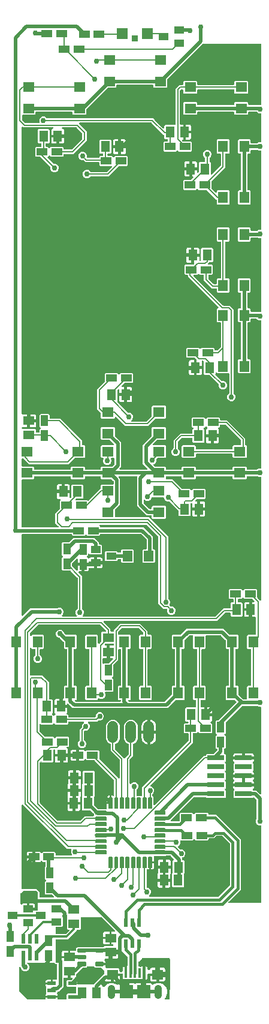
<source format=gbr>
G04 EAGLE Gerber RS-274X export*
G75*
%MOMM*%
%FSLAX34Y34*%
%LPD*%
%INTop Copper*%
%IPPOS*%
%AMOC8*
5,1,8,0,0,1.08239X$1,22.5*%
G01*
%ADD10R,1.300000X1.600000*%
%ADD11R,1.600000X1.300000*%
%ADD12R,0.900000X0.900000*%
%ADD13R,1.500000X1.500000*%
%ADD14R,1.400000X1.500000*%
%ADD15C,0.137500*%
%ADD16R,1.400000X1.000000*%
%ADD17C,0.300000*%
%ADD18R,1.181100X0.508000*%
%ADD19R,0.600000X1.350000*%
%ADD20R,0.609600X1.181100*%
%ADD21R,2.387600X0.762000*%
%ADD22R,0.400000X1.350000*%
%ADD23R,1.600000X1.400000*%
%ADD24R,1.900000X1.900000*%
%ADD25C,1.008000*%
%ADD26R,1.000000X1.500000*%
%ADD27R,1.500000X1.000000*%
%ADD28R,1.400000X1.600000*%
%ADD29C,1.524000*%
%ADD30C,0.756400*%
%ADD31C,0.508000*%
%ADD32C,0.203200*%
%ADD33C,0.304800*%
%ADD34C,0.406400*%
%ADD35C,0.152400*%

G36*
X251416Y1208298D02*
X251416Y1208298D01*
X251369Y1208334D01*
X251329Y1208376D01*
X251256Y1208419D01*
X251189Y1208469D01*
X251134Y1208490D01*
X251084Y1208520D01*
X251002Y1208540D01*
X250923Y1208571D01*
X250865Y1208575D01*
X250808Y1208590D01*
X250724Y1208587D01*
X250640Y1208594D01*
X250582Y1208583D01*
X250524Y1208581D01*
X250444Y1208555D01*
X250361Y1208538D01*
X250309Y1208511D01*
X250253Y1208493D01*
X250197Y1208453D01*
X250109Y1208407D01*
X250036Y1208338D01*
X249980Y1208298D01*
X248515Y1206833D01*
X231831Y1206833D01*
X230640Y1208024D01*
X230640Y1219708D01*
X231831Y1220899D01*
X236109Y1220899D01*
X236167Y1220907D01*
X236225Y1220905D01*
X236307Y1220927D01*
X236391Y1220939D01*
X236444Y1220962D01*
X236500Y1220977D01*
X236573Y1221020D01*
X236650Y1221055D01*
X236695Y1221093D01*
X236745Y1221122D01*
X236803Y1221184D01*
X236867Y1221238D01*
X236899Y1221287D01*
X236939Y1221330D01*
X236978Y1221405D01*
X237025Y1221475D01*
X237042Y1221531D01*
X237069Y1221583D01*
X237080Y1221651D01*
X237110Y1221746D01*
X237113Y1221846D01*
X237124Y1221914D01*
X237124Y1223392D01*
X237116Y1223450D01*
X237118Y1223508D01*
X237096Y1223590D01*
X237084Y1223674D01*
X237061Y1223727D01*
X237046Y1223783D01*
X237003Y1223856D01*
X236968Y1223933D01*
X236930Y1223978D01*
X236901Y1224028D01*
X236839Y1224086D01*
X236785Y1224150D01*
X236736Y1224182D01*
X236693Y1224222D01*
X236618Y1224261D01*
X236548Y1224308D01*
X236492Y1224325D01*
X236440Y1224352D01*
X236372Y1224363D01*
X236277Y1224393D01*
X236177Y1224396D01*
X236109Y1224407D01*
X233356Y1224407D01*
X232165Y1225598D01*
X232165Y1229631D01*
X232158Y1229681D01*
X232159Y1229693D01*
X232157Y1229698D01*
X232159Y1229747D01*
X232137Y1229829D01*
X232125Y1229913D01*
X232102Y1229966D01*
X232087Y1230022D01*
X232044Y1230095D01*
X232009Y1230172D01*
X231971Y1230217D01*
X231942Y1230267D01*
X231880Y1230325D01*
X231826Y1230389D01*
X231777Y1230421D01*
X231734Y1230461D01*
X231659Y1230500D01*
X231589Y1230547D01*
X231533Y1230564D01*
X231481Y1230591D01*
X231413Y1230602D01*
X231318Y1230632D01*
X231218Y1230635D01*
X231150Y1230646D01*
X231130Y1230646D01*
X214427Y1247350D01*
X214357Y1247402D01*
X214293Y1247462D01*
X214244Y1247488D01*
X214199Y1247521D01*
X214118Y1247552D01*
X214040Y1247592D01*
X213992Y1247600D01*
X213934Y1247622D01*
X213786Y1247634D01*
X213709Y1247647D01*
X112427Y1247647D01*
X112398Y1247643D01*
X112369Y1247646D01*
X112258Y1247623D01*
X112146Y1247607D01*
X112119Y1247595D01*
X112090Y1247590D01*
X111990Y1247537D01*
X111886Y1247491D01*
X111864Y1247472D01*
X111838Y1247459D01*
X111756Y1247381D01*
X111669Y1247308D01*
X111653Y1247283D01*
X111632Y1247263D01*
X111575Y1247165D01*
X111512Y1247071D01*
X111503Y1247043D01*
X111488Y1247018D01*
X111460Y1246908D01*
X111426Y1246800D01*
X111425Y1246770D01*
X111418Y1246742D01*
X111422Y1246629D01*
X111419Y1246516D01*
X111426Y1246487D01*
X111427Y1246458D01*
X111462Y1246350D01*
X111491Y1246241D01*
X111505Y1246215D01*
X111515Y1246187D01*
X111560Y1246123D01*
X111636Y1245996D01*
X111681Y1245953D01*
X111709Y1245914D01*
X112481Y1245142D01*
X112482Y1245142D01*
X122357Y1235266D01*
X122357Y1222327D01*
X120274Y1220244D01*
X120274Y1220243D01*
X105565Y1205535D01*
X105565Y1205534D01*
X103482Y1203451D01*
X90669Y1203451D01*
X90611Y1203443D01*
X90553Y1203445D01*
X90471Y1203423D01*
X90387Y1203411D01*
X90334Y1203388D01*
X90278Y1203373D01*
X90205Y1203330D01*
X90128Y1203295D01*
X90083Y1203257D01*
X90033Y1203228D01*
X89975Y1203166D01*
X89911Y1203112D01*
X89879Y1203063D01*
X89839Y1203020D01*
X89800Y1202945D01*
X89753Y1202875D01*
X89736Y1202819D01*
X89709Y1202767D01*
X89698Y1202699D01*
X89668Y1202604D01*
X89665Y1202504D01*
X89654Y1202436D01*
X89654Y1200658D01*
X88463Y1199467D01*
X71779Y1199467D01*
X70314Y1200932D01*
X70267Y1200967D01*
X70227Y1201010D01*
X70154Y1201053D01*
X70087Y1201103D01*
X70032Y1201124D01*
X69982Y1201154D01*
X69900Y1201174D01*
X69821Y1201205D01*
X69763Y1201209D01*
X69706Y1201224D01*
X69622Y1201221D01*
X69538Y1201228D01*
X69480Y1201217D01*
X69422Y1201215D01*
X69342Y1201189D01*
X69259Y1201172D01*
X69207Y1201145D01*
X69151Y1201127D01*
X69095Y1201087D01*
X69007Y1201041D01*
X68934Y1200973D01*
X68878Y1200932D01*
X67275Y1199329D01*
X67239Y1199282D01*
X67197Y1199242D01*
X67154Y1199169D01*
X67104Y1199102D01*
X67083Y1199047D01*
X67053Y1198997D01*
X67032Y1198915D01*
X67002Y1198836D01*
X66998Y1198778D01*
X66983Y1198721D01*
X66986Y1198637D01*
X66979Y1198553D01*
X66990Y1198495D01*
X66992Y1198437D01*
X67018Y1198357D01*
X67035Y1198274D01*
X67062Y1198222D01*
X67080Y1198166D01*
X67120Y1198110D01*
X67166Y1198022D01*
X67234Y1197949D01*
X67275Y1197893D01*
X75161Y1190006D01*
X75231Y1189954D01*
X75295Y1189894D01*
X75345Y1189868D01*
X75389Y1189835D01*
X75470Y1189804D01*
X75548Y1189764D01*
X75596Y1189756D01*
X75654Y1189734D01*
X75802Y1189722D01*
X75879Y1189709D01*
X78119Y1189709D01*
X80256Y1188823D01*
X81891Y1187188D01*
X82777Y1185051D01*
X82777Y1182737D01*
X81891Y1180600D01*
X80256Y1178965D01*
X78119Y1178079D01*
X75805Y1178079D01*
X73668Y1178965D01*
X72033Y1180600D01*
X71147Y1182737D01*
X71147Y1184977D01*
X71135Y1185063D01*
X71132Y1185151D01*
X71115Y1185203D01*
X71107Y1185258D01*
X71072Y1185338D01*
X71045Y1185421D01*
X71017Y1185460D01*
X70991Y1185518D01*
X70895Y1185631D01*
X70850Y1185695D01*
X57375Y1199170D01*
X57305Y1199222D01*
X57241Y1199282D01*
X57191Y1199308D01*
X57147Y1199341D01*
X57066Y1199372D01*
X56988Y1199412D01*
X56940Y1199420D01*
X56882Y1199442D01*
X56734Y1199454D01*
X56657Y1199467D01*
X50729Y1199467D01*
X49538Y1200658D01*
X49538Y1212342D01*
X50729Y1213533D01*
X57310Y1213533D01*
X57368Y1213541D01*
X57426Y1213539D01*
X57508Y1213561D01*
X57592Y1213573D01*
X57645Y1213596D01*
X57701Y1213611D01*
X57774Y1213654D01*
X57851Y1213689D01*
X57896Y1213727D01*
X57946Y1213756D01*
X58004Y1213818D01*
X58068Y1213872D01*
X58100Y1213921D01*
X58140Y1213964D01*
X58179Y1214039D01*
X58226Y1214109D01*
X58243Y1214165D01*
X58270Y1214217D01*
X58281Y1214285D01*
X58311Y1214380D01*
X58314Y1214480D01*
X58325Y1214548D01*
X58325Y1217550D01*
X58317Y1217608D01*
X58319Y1217666D01*
X58297Y1217748D01*
X58285Y1217832D01*
X58262Y1217885D01*
X58247Y1217941D01*
X58204Y1218014D01*
X58169Y1218091D01*
X58131Y1218136D01*
X58102Y1218186D01*
X58040Y1218244D01*
X57986Y1218308D01*
X57937Y1218340D01*
X57894Y1218380D01*
X57819Y1218419D01*
X57749Y1218466D01*
X57693Y1218483D01*
X57641Y1218510D01*
X57573Y1218521D01*
X57478Y1218551D01*
X57378Y1218554D01*
X57310Y1218565D01*
X54032Y1218565D01*
X52841Y1219756D01*
X52841Y1237440D01*
X54032Y1238631D01*
X68716Y1238631D01*
X69907Y1237440D01*
X69907Y1219756D01*
X68716Y1218565D01*
X65438Y1218565D01*
X65380Y1218557D01*
X65322Y1218559D01*
X65240Y1218537D01*
X65156Y1218525D01*
X65103Y1218502D01*
X65047Y1218487D01*
X64974Y1218444D01*
X64897Y1218409D01*
X64852Y1218371D01*
X64802Y1218342D01*
X64744Y1218280D01*
X64680Y1218226D01*
X64648Y1218177D01*
X64608Y1218134D01*
X64569Y1218059D01*
X64522Y1217989D01*
X64505Y1217933D01*
X64478Y1217881D01*
X64467Y1217813D01*
X64437Y1217718D01*
X64434Y1217618D01*
X64423Y1217550D01*
X64423Y1214548D01*
X64431Y1214490D01*
X64429Y1214432D01*
X64451Y1214350D01*
X64463Y1214266D01*
X64486Y1214213D01*
X64501Y1214157D01*
X64544Y1214084D01*
X64579Y1214007D01*
X64617Y1213962D01*
X64646Y1213912D01*
X64708Y1213854D01*
X64762Y1213790D01*
X64811Y1213758D01*
X64854Y1213718D01*
X64929Y1213679D01*
X64999Y1213632D01*
X65055Y1213615D01*
X65107Y1213588D01*
X65175Y1213577D01*
X65270Y1213547D01*
X65370Y1213544D01*
X65438Y1213533D01*
X67413Y1213533D01*
X68878Y1212068D01*
X68925Y1212033D01*
X68965Y1211990D01*
X69038Y1211947D01*
X69105Y1211897D01*
X69160Y1211876D01*
X69210Y1211846D01*
X69292Y1211826D01*
X69371Y1211795D01*
X69429Y1211791D01*
X69486Y1211776D01*
X69570Y1211779D01*
X69654Y1211772D01*
X69712Y1211783D01*
X69770Y1211785D01*
X69850Y1211811D01*
X69933Y1211828D01*
X69985Y1211855D01*
X70041Y1211873D01*
X70097Y1211913D01*
X70185Y1211959D01*
X70258Y1212027D01*
X70314Y1212068D01*
X71779Y1213533D01*
X88463Y1213533D01*
X89654Y1212342D01*
X89654Y1210564D01*
X89662Y1210506D01*
X89660Y1210448D01*
X89682Y1210366D01*
X89694Y1210282D01*
X89717Y1210229D01*
X89732Y1210173D01*
X89775Y1210100D01*
X89810Y1210023D01*
X89848Y1209978D01*
X89877Y1209928D01*
X89939Y1209870D01*
X89993Y1209806D01*
X90042Y1209774D01*
X90085Y1209734D01*
X90160Y1209695D01*
X90230Y1209648D01*
X90286Y1209631D01*
X90338Y1209604D01*
X90406Y1209593D01*
X90501Y1209563D01*
X90601Y1209560D01*
X90669Y1209549D01*
X100536Y1209549D01*
X100622Y1209561D01*
X100710Y1209564D01*
X100762Y1209581D01*
X100817Y1209589D01*
X100897Y1209624D01*
X100980Y1209651D01*
X101019Y1209679D01*
X101077Y1209705D01*
X101190Y1209801D01*
X101254Y1209846D01*
X115962Y1224555D01*
X116015Y1224625D01*
X116075Y1224689D01*
X116100Y1224738D01*
X116133Y1224782D01*
X116164Y1224864D01*
X116204Y1224942D01*
X116212Y1224989D01*
X116235Y1225048D01*
X116247Y1225195D01*
X116260Y1225273D01*
X116260Y1232320D01*
X116248Y1232407D01*
X116245Y1232494D01*
X116228Y1232547D01*
X116220Y1232602D01*
X116184Y1232681D01*
X116157Y1232765D01*
X116129Y1232804D01*
X116104Y1232861D01*
X116008Y1232974D01*
X115962Y1233038D01*
X108170Y1240831D01*
X108100Y1240883D01*
X108036Y1240943D01*
X107987Y1240968D01*
X107943Y1241001D01*
X107861Y1241033D01*
X107783Y1241072D01*
X107735Y1241080D01*
X107677Y1241103D01*
X107529Y1241115D01*
X107452Y1241128D01*
X88496Y1241128D01*
X88487Y1241127D01*
X88477Y1241128D01*
X88346Y1241107D01*
X88215Y1241088D01*
X88206Y1241084D01*
X88196Y1241083D01*
X88076Y1241026D01*
X87955Y1240972D01*
X87948Y1240965D01*
X87939Y1240961D01*
X87839Y1240873D01*
X87738Y1240788D01*
X87733Y1240780D01*
X87726Y1240774D01*
X87654Y1240661D01*
X87581Y1240552D01*
X87578Y1240542D01*
X87573Y1240534D01*
X87535Y1240407D01*
X87495Y1240281D01*
X87495Y1240271D01*
X87492Y1240261D01*
X87491Y1240129D01*
X87488Y1239996D01*
X87490Y1239987D01*
X87490Y1239977D01*
X87526Y1239849D01*
X87560Y1239721D01*
X87564Y1239713D01*
X87567Y1239703D01*
X87637Y1239590D01*
X87705Y1239477D01*
X87712Y1239470D01*
X87717Y1239462D01*
X87815Y1239373D01*
X87912Y1239282D01*
X87921Y1239278D01*
X87928Y1239271D01*
X87980Y1239248D01*
X88165Y1239153D01*
X88201Y1239147D01*
X88234Y1239132D01*
X88855Y1238966D01*
X89434Y1238631D01*
X89907Y1238158D01*
X90242Y1237579D01*
X90415Y1236932D01*
X90415Y1230629D01*
X82390Y1230629D01*
X82332Y1230621D01*
X82274Y1230622D01*
X82192Y1230601D01*
X82109Y1230589D01*
X82055Y1230565D01*
X81999Y1230551D01*
X81926Y1230508D01*
X81849Y1230473D01*
X81805Y1230435D01*
X81754Y1230405D01*
X81697Y1230344D01*
X81632Y1230289D01*
X81600Y1230241D01*
X81560Y1230198D01*
X81521Y1230123D01*
X81475Y1230053D01*
X81457Y1229997D01*
X81430Y1229945D01*
X81419Y1229877D01*
X81389Y1229782D01*
X81386Y1229682D01*
X81375Y1229614D01*
X81375Y1228597D01*
X81373Y1228597D01*
X81373Y1229614D01*
X81366Y1229666D01*
X81366Y1229693D01*
X81366Y1229696D01*
X81366Y1229730D01*
X81345Y1229812D01*
X81333Y1229895D01*
X81309Y1229949D01*
X81295Y1230005D01*
X81252Y1230078D01*
X81217Y1230155D01*
X81179Y1230199D01*
X81149Y1230250D01*
X81088Y1230307D01*
X81033Y1230372D01*
X80985Y1230404D01*
X80942Y1230444D01*
X80867Y1230483D01*
X80797Y1230529D01*
X80741Y1230547D01*
X80689Y1230574D01*
X80621Y1230585D01*
X80526Y1230615D01*
X80426Y1230618D01*
X80358Y1230629D01*
X72333Y1230629D01*
X72333Y1236932D01*
X72506Y1237579D01*
X72841Y1238158D01*
X73314Y1238631D01*
X73893Y1238966D01*
X74514Y1239132D01*
X74524Y1239136D01*
X74533Y1239137D01*
X74654Y1239191D01*
X74776Y1239243D01*
X74784Y1239250D01*
X74793Y1239254D01*
X74893Y1239339D01*
X74997Y1239423D01*
X75002Y1239431D01*
X75010Y1239437D01*
X75083Y1239547D01*
X75159Y1239656D01*
X75162Y1239666D01*
X75167Y1239674D01*
X75207Y1239801D01*
X75250Y1239926D01*
X75250Y1239935D01*
X75253Y1239945D01*
X75256Y1240078D01*
X75262Y1240210D01*
X75260Y1240219D01*
X75260Y1240229D01*
X75227Y1240356D01*
X75196Y1240486D01*
X75191Y1240495D01*
X75188Y1240504D01*
X75121Y1240617D01*
X75055Y1240733D01*
X75048Y1240740D01*
X75043Y1240748D01*
X74947Y1240839D01*
X74852Y1240932D01*
X74843Y1240936D01*
X74836Y1240943D01*
X74717Y1241004D01*
X74601Y1241066D01*
X74592Y1241068D01*
X74583Y1241072D01*
X74527Y1241082D01*
X74323Y1241125D01*
X74287Y1241122D01*
X74252Y1241128D01*
X33281Y1241128D01*
X32468Y1241941D01*
X32444Y1241959D01*
X32426Y1241981D01*
X32331Y1242044D01*
X32241Y1242112D01*
X32213Y1242123D01*
X32189Y1242139D01*
X32081Y1242173D01*
X31975Y1242213D01*
X31946Y1242216D01*
X31918Y1242225D01*
X31805Y1242228D01*
X31692Y1242237D01*
X31663Y1242231D01*
X31634Y1242232D01*
X31524Y1242203D01*
X31413Y1242181D01*
X31387Y1242167D01*
X31359Y1242160D01*
X31262Y1242102D01*
X31161Y1242050D01*
X31139Y1242030D01*
X31114Y1242015D01*
X31037Y1241932D01*
X30955Y1241854D01*
X30940Y1241829D01*
X30920Y1241808D01*
X30868Y1241707D01*
X30811Y1241609D01*
X30804Y1241581D01*
X30790Y1241554D01*
X30777Y1241477D01*
X30741Y1241333D01*
X30743Y1241271D01*
X30735Y1241223D01*
X30735Y836875D01*
X30742Y836827D01*
X30739Y836778D01*
X30761Y836686D01*
X30775Y836593D01*
X30795Y836549D01*
X30806Y836501D01*
X30852Y836420D01*
X30891Y836334D01*
X30922Y836297D01*
X30947Y836254D01*
X31014Y836189D01*
X31075Y836117D01*
X31115Y836090D01*
X31150Y836056D01*
X31233Y836012D01*
X31311Y835959D01*
X31358Y835945D01*
X31401Y835922D01*
X31493Y835902D01*
X31582Y835874D01*
X31631Y835872D01*
X31679Y835862D01*
X31753Y835869D01*
X31866Y835866D01*
X31950Y835888D01*
X32013Y835894D01*
X32052Y835905D01*
X38355Y835905D01*
X38355Y827880D01*
X38363Y827822D01*
X38361Y827764D01*
X38383Y827682D01*
X38395Y827599D01*
X38419Y827545D01*
X38433Y827489D01*
X38476Y827416D01*
X38511Y827339D01*
X38549Y827295D01*
X38579Y827244D01*
X38640Y827187D01*
X38695Y827122D01*
X38743Y827090D01*
X38786Y827050D01*
X38861Y827011D01*
X38931Y826965D01*
X38987Y826947D01*
X39039Y826920D01*
X39107Y826909D01*
X39202Y826879D01*
X39302Y826876D01*
X39370Y826865D01*
X40387Y826865D01*
X40387Y826863D01*
X39370Y826863D01*
X39312Y826855D01*
X39254Y826856D01*
X39172Y826835D01*
X39089Y826823D01*
X39035Y826799D01*
X38979Y826785D01*
X38906Y826742D01*
X38829Y826707D01*
X38784Y826669D01*
X38734Y826639D01*
X38676Y826578D01*
X38612Y826523D01*
X38580Y826475D01*
X38540Y826432D01*
X38501Y826357D01*
X38455Y826287D01*
X38437Y826231D01*
X38410Y826179D01*
X38399Y826111D01*
X38369Y826016D01*
X38366Y825916D01*
X38355Y825848D01*
X38355Y817823D01*
X32052Y817823D01*
X32013Y817834D01*
X31965Y817840D01*
X31918Y817854D01*
X31824Y817857D01*
X31731Y817868D01*
X31683Y817860D01*
X31634Y817862D01*
X31543Y817838D01*
X31450Y817823D01*
X31406Y817802D01*
X31359Y817790D01*
X31278Y817742D01*
X31193Y817702D01*
X31156Y817669D01*
X31114Y817645D01*
X31050Y817576D01*
X30979Y817514D01*
X30953Y817473D01*
X30920Y817437D01*
X30877Y817354D01*
X30826Y817274D01*
X30813Y817228D01*
X30790Y817184D01*
X30778Y817111D01*
X30746Y817002D01*
X30745Y816915D01*
X30735Y816853D01*
X30735Y816412D01*
X30743Y816354D01*
X30741Y816296D01*
X30763Y816214D01*
X30775Y816130D01*
X30799Y816077D01*
X30813Y816021D01*
X30856Y815948D01*
X30891Y815871D01*
X30929Y815826D01*
X30959Y815776D01*
X31020Y815718D01*
X31075Y815654D01*
X31123Y815622D01*
X31166Y815582D01*
X31241Y815543D01*
X31311Y815496D01*
X31367Y815479D01*
X31419Y815452D01*
X31487Y815441D01*
X31582Y815411D01*
X31682Y815408D01*
X31750Y815397D01*
X49228Y815397D01*
X50419Y814206D01*
X50419Y810928D01*
X50427Y810870D01*
X50425Y810812D01*
X50447Y810730D01*
X50459Y810646D01*
X50482Y810593D01*
X50497Y810537D01*
X50540Y810464D01*
X50575Y810387D01*
X50613Y810342D01*
X50642Y810292D01*
X50704Y810234D01*
X50758Y810170D01*
X50807Y810138D01*
X50850Y810098D01*
X50925Y810059D01*
X50995Y810012D01*
X51051Y809995D01*
X51103Y809968D01*
X51171Y809957D01*
X51266Y809927D01*
X51366Y809924D01*
X51434Y809913D01*
X54944Y809913D01*
X55002Y809921D01*
X55060Y809919D01*
X55142Y809941D01*
X55226Y809953D01*
X55279Y809976D01*
X55335Y809991D01*
X55408Y810034D01*
X55485Y810069D01*
X55530Y810107D01*
X55580Y810136D01*
X55638Y810198D01*
X55702Y810252D01*
X55734Y810301D01*
X55774Y810344D01*
X55813Y810419D01*
X55860Y810489D01*
X55877Y810545D01*
X55904Y810597D01*
X55915Y810665D01*
X55945Y810760D01*
X55948Y810860D01*
X55959Y810928D01*
X55959Y814173D01*
X57424Y815638D01*
X57460Y815685D01*
X57502Y815725D01*
X57545Y815798D01*
X57595Y815865D01*
X57616Y815920D01*
X57646Y815970D01*
X57666Y816052D01*
X57697Y816131D01*
X57701Y816189D01*
X57716Y816246D01*
X57713Y816330D01*
X57720Y816414D01*
X57709Y816472D01*
X57707Y816530D01*
X57681Y816610D01*
X57664Y816693D01*
X57637Y816745D01*
X57619Y816801D01*
X57579Y816857D01*
X57533Y816945D01*
X57498Y816982D01*
X57484Y817006D01*
X57451Y817037D01*
X57424Y817074D01*
X55959Y818539D01*
X55959Y835223D01*
X57150Y836414D01*
X68834Y836414D01*
X70025Y835223D01*
X70025Y830945D01*
X70033Y830887D01*
X70031Y830829D01*
X70053Y830747D01*
X70065Y830663D01*
X70088Y830610D01*
X70103Y830554D01*
X70146Y830481D01*
X70181Y830404D01*
X70219Y830359D01*
X70248Y830309D01*
X70310Y830251D01*
X70364Y830187D01*
X70413Y830155D01*
X70456Y830115D01*
X70531Y830076D01*
X70601Y830029D01*
X70657Y830012D01*
X70709Y829985D01*
X70777Y829974D01*
X70872Y829944D01*
X70972Y829941D01*
X71040Y829930D01*
X84972Y829930D01*
X115825Y799077D01*
X115825Y793449D01*
X115833Y793391D01*
X115831Y793332D01*
X115853Y793251D01*
X115865Y793167D01*
X115888Y793114D01*
X115903Y793057D01*
X115946Y792985D01*
X115981Y792908D01*
X116019Y792863D01*
X116048Y792813D01*
X116110Y792755D01*
X116164Y792691D01*
X116213Y792658D01*
X116256Y792618D01*
X116331Y792580D01*
X116401Y792533D01*
X116457Y792516D01*
X116509Y792489D01*
X116577Y792478D01*
X116672Y792448D01*
X116772Y792445D01*
X116840Y792434D01*
X118883Y792434D01*
X120074Y791243D01*
X120074Y775559D01*
X118883Y774368D01*
X105740Y774368D01*
X105654Y774356D01*
X105566Y774353D01*
X105514Y774336D01*
X105459Y774328D01*
X105379Y774292D01*
X105296Y774266D01*
X105257Y774238D01*
X105199Y774212D01*
X105086Y774116D01*
X105022Y774071D01*
X96761Y765809D01*
X40393Y765809D01*
X34341Y771862D01*
X32468Y773735D01*
X32444Y773752D01*
X32426Y773775D01*
X32331Y773837D01*
X32241Y773905D01*
X32213Y773916D01*
X32189Y773932D01*
X32081Y773966D01*
X31975Y774007D01*
X31946Y774009D01*
X31918Y774018D01*
X31805Y774021D01*
X31692Y774030D01*
X31663Y774024D01*
X31634Y774025D01*
X31524Y773997D01*
X31413Y773974D01*
X31387Y773961D01*
X31359Y773953D01*
X31261Y773896D01*
X31161Y773843D01*
X31139Y773823D01*
X31114Y773808D01*
X31037Y773726D01*
X30955Y773648D01*
X30940Y773622D01*
X30920Y773601D01*
X30868Y773500D01*
X30811Y773402D01*
X30804Y773374D01*
X30790Y773348D01*
X30777Y773270D01*
X30741Y773127D01*
X30743Y773064D01*
X30735Y773017D01*
X30735Y763449D01*
X30743Y763391D01*
X30741Y763332D01*
X30763Y763251D01*
X30775Y763167D01*
X30799Y763114D01*
X30813Y763057D01*
X30856Y762985D01*
X30891Y762908D01*
X30929Y762863D01*
X30959Y762813D01*
X31020Y762755D01*
X31075Y762691D01*
X31123Y762658D01*
X31166Y762618D01*
X31241Y762580D01*
X31311Y762533D01*
X31367Y762516D01*
X31419Y762489D01*
X31487Y762478D01*
X31582Y762448D01*
X31682Y762445D01*
X31750Y762434D01*
X46883Y762434D01*
X48074Y761243D01*
X48074Y758989D01*
X48082Y758931D01*
X48080Y758872D01*
X48102Y758791D01*
X48114Y758707D01*
X48137Y758654D01*
X48152Y758597D01*
X48195Y758525D01*
X48230Y758448D01*
X48268Y758403D01*
X48297Y758353D01*
X48359Y758295D01*
X48413Y758231D01*
X48462Y758198D01*
X48505Y758158D01*
X48580Y758120D01*
X48650Y758073D01*
X48706Y758056D01*
X48758Y758029D01*
X48826Y758018D01*
X48921Y757988D01*
X49021Y757985D01*
X49089Y757974D01*
X98993Y757974D01*
X99051Y757982D01*
X99109Y757980D01*
X99191Y758002D01*
X99275Y758013D01*
X99328Y758037D01*
X99384Y758052D01*
X99457Y758095D01*
X99534Y758130D01*
X99579Y758167D01*
X99629Y758197D01*
X99687Y758259D01*
X99751Y758313D01*
X99783Y758362D01*
X99823Y758405D01*
X99862Y758480D01*
X99909Y758550D01*
X99926Y758606D01*
X99953Y758658D01*
X99964Y758726D01*
X99994Y758821D01*
X99997Y758921D01*
X100008Y758989D01*
X100008Y761243D01*
X101199Y762434D01*
X118883Y762434D01*
X120074Y761243D01*
X120074Y758989D01*
X120082Y758931D01*
X120080Y758872D01*
X120102Y758791D01*
X120114Y758707D01*
X120137Y758654D01*
X120152Y758597D01*
X120195Y758525D01*
X120230Y758448D01*
X120268Y758403D01*
X120297Y758353D01*
X120359Y758295D01*
X120413Y758231D01*
X120462Y758198D01*
X120505Y758158D01*
X120580Y758120D01*
X120650Y758073D01*
X120706Y758056D01*
X120758Y758029D01*
X120826Y758018D01*
X120921Y757988D01*
X121021Y757985D01*
X121089Y757974D01*
X141293Y757974D01*
X141351Y757982D01*
X141409Y757980D01*
X141491Y758002D01*
X141575Y758013D01*
X141628Y758037D01*
X141684Y758052D01*
X141757Y758095D01*
X141834Y758130D01*
X141879Y758167D01*
X141929Y758197D01*
X141987Y758259D01*
X142051Y758313D01*
X142083Y758362D01*
X142123Y758405D01*
X142162Y758480D01*
X142209Y758550D01*
X142226Y758606D01*
X142253Y758658D01*
X142264Y758726D01*
X142294Y758821D01*
X142297Y758921D01*
X142308Y758989D01*
X142308Y761243D01*
X143499Y762434D01*
X158392Y762434D01*
X158479Y762446D01*
X158566Y762449D01*
X158619Y762466D01*
X158674Y762473D01*
X158753Y762509D01*
X158837Y762536D01*
X158876Y762564D01*
X158933Y762590D01*
X159046Y762686D01*
X159110Y762731D01*
X161754Y765375D01*
X161806Y765445D01*
X161866Y765508D01*
X161892Y765558D01*
X161925Y765602D01*
X161956Y765684D01*
X161996Y765762D01*
X162004Y765809D01*
X162026Y765868D01*
X162038Y766015D01*
X162051Y766093D01*
X162051Y773353D01*
X162043Y773411D01*
X162045Y773469D01*
X162023Y773551D01*
X162011Y773634D01*
X161988Y773688D01*
X161973Y773744D01*
X161930Y773817D01*
X161895Y773894D01*
X161857Y773938D01*
X161828Y773989D01*
X161766Y774046D01*
X161712Y774111D01*
X161663Y774143D01*
X161620Y774183D01*
X161545Y774222D01*
X161475Y774268D01*
X161419Y774286D01*
X161367Y774313D01*
X161299Y774324D01*
X161204Y774354D01*
X161104Y774357D01*
X161036Y774368D01*
X157651Y774368D01*
X157538Y774352D01*
X157423Y774342D01*
X157397Y774332D01*
X157370Y774328D01*
X157265Y774281D01*
X157158Y774240D01*
X157136Y774223D01*
X157110Y774212D01*
X157023Y774138D01*
X156931Y774068D01*
X156915Y774046D01*
X156893Y774028D01*
X156830Y773933D01*
X156761Y773841D01*
X156751Y773815D01*
X156736Y773792D01*
X156701Y773682D01*
X156661Y773575D01*
X156658Y773547D01*
X156650Y773521D01*
X156647Y773406D01*
X156638Y773291D01*
X156644Y773267D01*
X156643Y773236D01*
X156710Y772980D01*
X156713Y772964D01*
X157199Y771793D01*
X157199Y769479D01*
X156313Y767342D01*
X154678Y765707D01*
X152541Y764821D01*
X150227Y764821D01*
X148090Y765707D01*
X146455Y767342D01*
X145569Y769479D01*
X145569Y771793D01*
X146055Y772964D01*
X146083Y773075D01*
X146118Y773185D01*
X146119Y773213D01*
X146126Y773240D01*
X146122Y773354D01*
X146125Y773469D01*
X146118Y773496D01*
X146117Y773524D01*
X146082Y773633D01*
X146053Y773744D01*
X146039Y773768D01*
X146031Y773795D01*
X145967Y773890D01*
X145908Y773989D01*
X145888Y774008D01*
X145872Y774031D01*
X145785Y774104D01*
X145701Y774183D01*
X145676Y774196D01*
X145655Y774214D01*
X145550Y774260D01*
X145448Y774313D01*
X145423Y774317D01*
X145395Y774329D01*
X145131Y774366D01*
X145117Y774368D01*
X143499Y774368D01*
X142308Y775559D01*
X142308Y791243D01*
X143499Y792434D01*
X160016Y792434D01*
X160046Y792438D01*
X160075Y792435D01*
X160186Y792457D01*
X160298Y792473D01*
X160325Y792485D01*
X160353Y792491D01*
X160454Y792543D01*
X160557Y792590D01*
X160580Y792609D01*
X160606Y792622D01*
X160688Y792700D01*
X160774Y792773D01*
X160791Y792798D01*
X160812Y792818D01*
X160869Y792916D01*
X160932Y793010D01*
X160941Y793038D01*
X160956Y793063D01*
X160983Y793173D01*
X161018Y793281D01*
X161018Y793310D01*
X161026Y793339D01*
X161022Y793452D01*
X161025Y793565D01*
X161018Y793594D01*
X161017Y793623D01*
X160982Y793731D01*
X160953Y793840D01*
X160938Y793865D01*
X160929Y793893D01*
X160884Y793957D01*
X160808Y794085D01*
X160762Y794127D01*
X160734Y794167D01*
X155204Y799697D01*
X155134Y799749D01*
X155071Y799809D01*
X155021Y799834D01*
X154977Y799868D01*
X154895Y799899D01*
X154817Y799939D01*
X154770Y799947D01*
X154711Y799969D01*
X154564Y799981D01*
X154486Y799994D01*
X143499Y799994D01*
X142308Y801185D01*
X142308Y816869D01*
X143499Y818060D01*
X161183Y818060D01*
X162374Y816869D01*
X162374Y805881D01*
X162386Y805795D01*
X162389Y805707D01*
X162406Y805655D01*
X162414Y805600D01*
X162449Y805520D01*
X162476Y805437D01*
X162504Y805398D01*
X162530Y805341D01*
X162626Y805227D01*
X162671Y805164D01*
X171197Y796638D01*
X171197Y761884D01*
X169020Y759707D01*
X169002Y759683D01*
X168979Y759664D01*
X168917Y759570D01*
X168849Y759480D01*
X168838Y759452D01*
X168822Y759428D01*
X168788Y759320D01*
X168747Y759214D01*
X168745Y759185D01*
X168736Y759157D01*
X168733Y759043D01*
X168724Y758931D01*
X168730Y758902D01*
X168729Y758872D01*
X168757Y758763D01*
X168780Y758652D01*
X168793Y758626D01*
X168801Y758597D01*
X168858Y758500D01*
X168911Y758399D01*
X168931Y758378D01*
X168946Y758353D01*
X169028Y758276D01*
X169106Y758193D01*
X169132Y758179D01*
X169153Y758158D01*
X169254Y758107D01*
X169352Y758050D01*
X169380Y758042D01*
X169406Y758029D01*
X169484Y758016D01*
X169627Y757980D01*
X169690Y757982D01*
X169737Y757974D01*
X207526Y757974D01*
X207555Y757978D01*
X207585Y757975D01*
X207696Y757997D01*
X207808Y758013D01*
X207834Y758025D01*
X207863Y758031D01*
X207964Y758083D01*
X208067Y758130D01*
X208090Y758149D01*
X208116Y758162D01*
X208198Y758240D01*
X208284Y758313D01*
X208300Y758338D01*
X208322Y758358D01*
X208379Y758456D01*
X208442Y758550D01*
X208451Y758578D01*
X208465Y758603D01*
X208493Y758713D01*
X208528Y758821D01*
X208528Y758850D01*
X208535Y758879D01*
X208532Y758992D01*
X208535Y759105D01*
X208527Y759134D01*
X208526Y759163D01*
X208492Y759271D01*
X208463Y759380D01*
X208448Y759405D01*
X208439Y759433D01*
X208393Y759497D01*
X208318Y759625D01*
X208272Y759667D01*
X208244Y759707D01*
X204651Y763300D01*
X201675Y766275D01*
X201675Y792828D01*
X214011Y805164D01*
X214063Y805233D01*
X214123Y805297D01*
X214149Y805347D01*
X214182Y805391D01*
X214213Y805472D01*
X214253Y805550D01*
X214261Y805598D01*
X214283Y805656D01*
X214295Y805804D01*
X214308Y805881D01*
X214308Y816869D01*
X215499Y818060D01*
X233183Y818060D01*
X234374Y816869D01*
X234374Y801185D01*
X233183Y799994D01*
X222196Y799994D01*
X222109Y799982D01*
X222022Y799979D01*
X221969Y799962D01*
X221914Y799954D01*
X221834Y799918D01*
X221751Y799892D01*
X221712Y799864D01*
X221655Y799838D01*
X221542Y799742D01*
X221478Y799697D01*
X215948Y794167D01*
X215930Y794143D01*
X215908Y794124D01*
X215845Y794030D01*
X215777Y793940D01*
X215766Y793912D01*
X215750Y793888D01*
X215716Y793780D01*
X215676Y793674D01*
X215673Y793645D01*
X215664Y793617D01*
X215661Y793503D01*
X215652Y793391D01*
X215658Y793362D01*
X215657Y793332D01*
X215686Y793223D01*
X215708Y793112D01*
X215721Y793086D01*
X215729Y793057D01*
X215787Y792960D01*
X215839Y792859D01*
X215859Y792838D01*
X215874Y792813D01*
X215957Y792736D01*
X216035Y792653D01*
X216060Y792639D01*
X216081Y792618D01*
X216182Y792567D01*
X216280Y792510D01*
X216308Y792502D01*
X216335Y792489D01*
X216412Y792476D01*
X216555Y792440D01*
X216618Y792442D01*
X216666Y792434D01*
X233183Y792434D01*
X234374Y791243D01*
X234374Y775559D01*
X233183Y774368D01*
X223122Y774368D01*
X223036Y774356D01*
X222948Y774353D01*
X222895Y774336D01*
X222841Y774328D01*
X222761Y774292D01*
X222678Y774266D01*
X222638Y774238D01*
X222581Y774212D01*
X222468Y774116D01*
X222404Y774071D01*
X221278Y772945D01*
X221226Y772875D01*
X221166Y772811D01*
X221140Y772761D01*
X221107Y772717D01*
X221076Y772636D01*
X221036Y772558D01*
X221028Y772510D01*
X221006Y772452D01*
X220994Y772304D01*
X220981Y772227D01*
X220981Y769987D01*
X220095Y767850D01*
X218460Y766215D01*
X217184Y765686D01*
X217085Y765628D01*
X216983Y765575D01*
X216963Y765556D01*
X216939Y765541D01*
X216860Y765458D01*
X216777Y765379D01*
X216763Y765355D01*
X216744Y765335D01*
X216691Y765232D01*
X216633Y765134D01*
X216626Y765107D01*
X216614Y765082D01*
X216591Y764969D01*
X216563Y764858D01*
X216564Y764830D01*
X216558Y764803D01*
X216568Y764689D01*
X216572Y764574D01*
X216581Y764547D01*
X216583Y764520D01*
X216624Y764413D01*
X216659Y764303D01*
X216674Y764283D01*
X216685Y764255D01*
X216845Y764043D01*
X216854Y764030D01*
X218154Y762731D01*
X218223Y762678D01*
X218287Y762618D01*
X218337Y762593D01*
X218381Y762560D01*
X218462Y762529D01*
X218540Y762489D01*
X218588Y762481D01*
X218646Y762459D01*
X218794Y762447D01*
X218871Y762434D01*
X233183Y762434D01*
X234374Y761243D01*
X234374Y758989D01*
X234382Y758931D01*
X234380Y758872D01*
X234402Y758791D01*
X234414Y758707D01*
X234437Y758654D01*
X234452Y758597D01*
X234495Y758525D01*
X234530Y758448D01*
X234568Y758403D01*
X234597Y758353D01*
X234659Y758295D01*
X234713Y758231D01*
X234762Y758198D01*
X234805Y758158D01*
X234880Y758120D01*
X234950Y758073D01*
X235006Y758056D01*
X235058Y758029D01*
X235126Y758018D01*
X235221Y757988D01*
X235321Y757985D01*
X235389Y757974D01*
X255593Y757974D01*
X255651Y757982D01*
X255709Y757980D01*
X255791Y758002D01*
X255875Y758013D01*
X255928Y758037D01*
X255984Y758052D01*
X256057Y758095D01*
X256134Y758130D01*
X256179Y758167D01*
X256229Y758197D01*
X256287Y758259D01*
X256351Y758313D01*
X256383Y758362D01*
X256423Y758405D01*
X256462Y758480D01*
X256509Y758550D01*
X256526Y758606D01*
X256553Y758658D01*
X256564Y758726D01*
X256594Y758821D01*
X256597Y758921D01*
X256608Y758989D01*
X256608Y761243D01*
X257799Y762434D01*
X275483Y762434D01*
X276674Y761243D01*
X276674Y758989D01*
X276682Y758931D01*
X276680Y758872D01*
X276702Y758791D01*
X276714Y758707D01*
X276737Y758654D01*
X276752Y758597D01*
X276795Y758525D01*
X276830Y758448D01*
X276868Y758403D01*
X276897Y758353D01*
X276959Y758295D01*
X277013Y758231D01*
X277062Y758198D01*
X277105Y758158D01*
X277180Y758120D01*
X277250Y758073D01*
X277306Y758056D01*
X277358Y758029D01*
X277426Y758018D01*
X277521Y757988D01*
X277621Y757985D01*
X277689Y757974D01*
X327593Y757974D01*
X327651Y757982D01*
X327709Y757980D01*
X327791Y758002D01*
X327875Y758013D01*
X327928Y758037D01*
X327984Y758052D01*
X328057Y758095D01*
X328134Y758130D01*
X328179Y758167D01*
X328229Y758197D01*
X328287Y758259D01*
X328351Y758313D01*
X328383Y758362D01*
X328423Y758405D01*
X328462Y758480D01*
X328509Y758550D01*
X328526Y758606D01*
X328553Y758658D01*
X328564Y758726D01*
X328594Y758821D01*
X328597Y758921D01*
X328608Y758989D01*
X328608Y761243D01*
X329799Y762434D01*
X347483Y762434D01*
X348674Y761243D01*
X348674Y758989D01*
X348682Y758931D01*
X348680Y758872D01*
X348702Y758791D01*
X348714Y758707D01*
X348737Y758654D01*
X348752Y758597D01*
X348795Y758525D01*
X348830Y758448D01*
X348868Y758403D01*
X348897Y758353D01*
X348959Y758295D01*
X349013Y758231D01*
X349062Y758198D01*
X349105Y758158D01*
X349180Y758120D01*
X349250Y758073D01*
X349306Y758056D01*
X349358Y758029D01*
X349426Y758018D01*
X349521Y757988D01*
X349621Y757985D01*
X349689Y757974D01*
X362516Y757974D01*
X362602Y757986D01*
X362690Y757989D01*
X362742Y758006D01*
X362797Y758013D01*
X362877Y758049D01*
X362960Y758076D01*
X363000Y758104D01*
X363057Y758130D01*
X363170Y758226D01*
X363234Y758271D01*
X363764Y758801D01*
X365901Y759687D01*
X368046Y759687D01*
X368104Y759695D01*
X368162Y759693D01*
X368244Y759715D01*
X368328Y759727D01*
X368381Y759750D01*
X368437Y759765D01*
X368510Y759808D01*
X368587Y759843D01*
X368632Y759881D01*
X368682Y759910D01*
X368740Y759972D01*
X368804Y760026D01*
X368836Y760075D01*
X368876Y760118D01*
X368915Y760193D01*
X368962Y760263D01*
X368979Y760319D01*
X369006Y760371D01*
X369017Y760439D01*
X369047Y760534D01*
X369050Y760634D01*
X369061Y760702D01*
X369061Y967768D01*
X369053Y967826D01*
X369055Y967884D01*
X369033Y967966D01*
X369021Y968050D01*
X368998Y968103D01*
X368983Y968159D01*
X368940Y968232D01*
X368905Y968309D01*
X368867Y968354D01*
X368838Y968404D01*
X368776Y968462D01*
X368722Y968526D01*
X368673Y968558D01*
X368630Y968598D01*
X368555Y968637D01*
X368485Y968684D01*
X368429Y968701D01*
X368377Y968728D01*
X368309Y968739D01*
X368214Y968769D01*
X368114Y968772D01*
X368046Y968783D01*
X365901Y968783D01*
X363764Y969669D01*
X362503Y970930D01*
X362433Y970982D01*
X362369Y971042D01*
X362320Y971068D01*
X362276Y971101D01*
X362194Y971132D01*
X362116Y971172D01*
X362068Y971180D01*
X362010Y971202D01*
X361862Y971214D01*
X361785Y971227D01*
X355248Y971227D01*
X355190Y971219D01*
X355132Y971221D01*
X355050Y971199D01*
X354966Y971187D01*
X354913Y971164D01*
X354857Y971149D01*
X354784Y971106D01*
X354707Y971071D01*
X354662Y971033D01*
X354612Y971004D01*
X354554Y970942D01*
X354490Y970888D01*
X354458Y970839D01*
X354418Y970796D01*
X354379Y970721D01*
X354332Y970651D01*
X354315Y970595D01*
X354288Y970543D01*
X354277Y970475D01*
X354247Y970380D01*
X354244Y970280D01*
X354233Y970212D01*
X354233Y966958D01*
X353042Y965767D01*
X350788Y965767D01*
X350730Y965759D01*
X350672Y965761D01*
X350590Y965739D01*
X350506Y965727D01*
X350453Y965704D01*
X350397Y965689D01*
X350324Y965646D01*
X350247Y965611D01*
X350202Y965573D01*
X350152Y965544D01*
X350094Y965482D01*
X350030Y965428D01*
X349998Y965379D01*
X349958Y965336D01*
X349919Y965261D01*
X349872Y965191D01*
X349855Y965135D01*
X349828Y965083D01*
X349817Y965015D01*
X349787Y964920D01*
X349784Y964820D01*
X349773Y964752D01*
X349773Y914848D01*
X349781Y914790D01*
X349779Y914733D01*
X349779Y914732D01*
X349801Y914650D01*
X349813Y914566D01*
X349836Y914513D01*
X349851Y914457D01*
X349894Y914384D01*
X349929Y914307D01*
X349967Y914262D01*
X349996Y914212D01*
X350058Y914154D01*
X350112Y914090D01*
X350161Y914058D01*
X350204Y914018D01*
X350279Y913979D01*
X350349Y913932D01*
X350405Y913915D01*
X350457Y913888D01*
X350525Y913877D01*
X350620Y913847D01*
X350720Y913844D01*
X350788Y913833D01*
X353042Y913833D01*
X354233Y912642D01*
X354233Y894958D01*
X353042Y893767D01*
X337358Y893767D01*
X336167Y894958D01*
X336167Y912642D01*
X337358Y913833D01*
X339612Y913833D01*
X339670Y913841D01*
X339728Y913839D01*
X339810Y913861D01*
X339894Y913873D01*
X339947Y913896D01*
X340003Y913911D01*
X340076Y913954D01*
X340153Y913989D01*
X340198Y914027D01*
X340248Y914056D01*
X340306Y914118D01*
X340370Y914172D01*
X340402Y914221D01*
X340442Y914264D01*
X340481Y914339D01*
X340528Y914409D01*
X340545Y914465D01*
X340572Y914517D01*
X340583Y914585D01*
X340613Y914680D01*
X340616Y914780D01*
X340627Y914848D01*
X340627Y964752D01*
X340619Y964810D01*
X340621Y964868D01*
X340599Y964950D01*
X340587Y965034D01*
X340564Y965087D01*
X340549Y965143D01*
X340506Y965216D01*
X340471Y965293D01*
X340433Y965338D01*
X340404Y965388D01*
X340342Y965446D01*
X340288Y965510D01*
X340239Y965542D01*
X340196Y965582D01*
X340121Y965621D01*
X340051Y965668D01*
X339995Y965685D01*
X339943Y965712D01*
X339875Y965723D01*
X339780Y965753D01*
X339680Y965756D01*
X339612Y965767D01*
X337358Y965767D01*
X336167Y966958D01*
X336167Y984642D01*
X337358Y985833D01*
X339612Y985833D01*
X339670Y985841D01*
X339728Y985839D01*
X339810Y985861D01*
X339894Y985873D01*
X339947Y985896D01*
X340003Y985911D01*
X340076Y985954D01*
X340153Y985989D01*
X340198Y986027D01*
X340248Y986056D01*
X340306Y986118D01*
X340370Y986172D01*
X340402Y986221D01*
X340442Y986264D01*
X340481Y986339D01*
X340528Y986409D01*
X340545Y986465D01*
X340572Y986517D01*
X340583Y986585D01*
X340613Y986680D01*
X340616Y986780D01*
X340627Y986848D01*
X340627Y1006900D01*
X340619Y1006957D01*
X340621Y1007016D01*
X340599Y1007098D01*
X340587Y1007181D01*
X340564Y1007234D01*
X340549Y1007291D01*
X340506Y1007363D01*
X340471Y1007441D01*
X340433Y1007485D01*
X340404Y1007535D01*
X340342Y1007593D01*
X340288Y1007658D01*
X340239Y1007690D01*
X340196Y1007730D01*
X340121Y1007768D01*
X340051Y1007815D01*
X339995Y1007833D01*
X339943Y1007859D01*
X339875Y1007871D01*
X339780Y1007901D01*
X339680Y1007903D01*
X339612Y1007915D01*
X337358Y1007915D01*
X336167Y1009106D01*
X336167Y1026790D01*
X337358Y1027980D01*
X353042Y1027980D01*
X354233Y1026790D01*
X354233Y1009106D01*
X353042Y1007915D01*
X350788Y1007915D01*
X350730Y1007907D01*
X350672Y1007908D01*
X350590Y1007887D01*
X350506Y1007875D01*
X350453Y1007851D01*
X350397Y1007836D01*
X350324Y1007793D01*
X350247Y1007759D01*
X350202Y1007721D01*
X350152Y1007691D01*
X350094Y1007630D01*
X350030Y1007575D01*
X349998Y1007526D01*
X349958Y1007484D01*
X349919Y1007409D01*
X349872Y1007338D01*
X349855Y1007283D01*
X349828Y1007231D01*
X349817Y1007163D01*
X349787Y1007067D01*
X349784Y1006968D01*
X349773Y1006900D01*
X349773Y986848D01*
X349781Y986790D01*
X349779Y986732D01*
X349801Y986650D01*
X349813Y986566D01*
X349836Y986513D01*
X349851Y986457D01*
X349894Y986384D01*
X349929Y986307D01*
X349967Y986262D01*
X349996Y986212D01*
X350058Y986154D01*
X350112Y986090D01*
X350161Y986058D01*
X350204Y986018D01*
X350279Y985979D01*
X350349Y985932D01*
X350405Y985915D01*
X350457Y985888D01*
X350525Y985877D01*
X350620Y985847D01*
X350720Y985844D01*
X350788Y985833D01*
X353042Y985833D01*
X354233Y984642D01*
X354233Y981388D01*
X354241Y981330D01*
X354239Y981272D01*
X354261Y981190D01*
X354273Y981106D01*
X354296Y981053D01*
X354311Y980997D01*
X354354Y980924D01*
X354389Y980847D01*
X354427Y980802D01*
X354456Y980752D01*
X354518Y980694D01*
X354572Y980630D01*
X354621Y980598D01*
X354664Y980558D01*
X354739Y980519D01*
X354809Y980472D01*
X354865Y980455D01*
X354917Y980428D01*
X354985Y980417D01*
X355080Y980387D01*
X355180Y980384D01*
X355248Y980373D01*
X365603Y980373D01*
X365634Y980377D01*
X365664Y980375D01*
X365741Y980392D01*
X365884Y980413D01*
X365885Y980413D01*
X368046Y980413D01*
X368104Y980421D01*
X368162Y980419D01*
X368244Y980441D01*
X368328Y980453D01*
X368381Y980476D01*
X368437Y980491D01*
X368510Y980534D01*
X368587Y980569D01*
X368632Y980607D01*
X368682Y980636D01*
X368740Y980698D01*
X368804Y980752D01*
X368836Y980801D01*
X368876Y980844D01*
X368915Y980919D01*
X368962Y980989D01*
X368979Y981045D01*
X369006Y981097D01*
X369017Y981165D01*
X369047Y981260D01*
X369050Y981360D01*
X369061Y981428D01*
X369061Y1083592D01*
X369053Y1083650D01*
X369055Y1083708D01*
X369033Y1083790D01*
X369021Y1083874D01*
X368998Y1083927D01*
X368983Y1083983D01*
X368940Y1084056D01*
X368905Y1084133D01*
X368867Y1084178D01*
X368838Y1084228D01*
X368776Y1084286D01*
X368722Y1084350D01*
X368673Y1084382D01*
X368630Y1084422D01*
X368555Y1084461D01*
X368485Y1084508D01*
X368429Y1084525D01*
X368377Y1084552D01*
X368309Y1084563D01*
X368214Y1084593D01*
X368114Y1084596D01*
X368046Y1084607D01*
X365901Y1084607D01*
X364235Y1085298D01*
X364205Y1085305D01*
X364177Y1085319D01*
X364100Y1085332D01*
X363960Y1085369D01*
X363895Y1085367D01*
X363846Y1085375D01*
X355248Y1085375D01*
X355190Y1085367D01*
X355132Y1085368D01*
X355050Y1085347D01*
X354966Y1085335D01*
X354913Y1085311D01*
X354857Y1085296D01*
X354784Y1085253D01*
X354707Y1085219D01*
X354662Y1085181D01*
X354612Y1085151D01*
X354554Y1085090D01*
X354490Y1085035D01*
X354458Y1084986D01*
X354418Y1084944D01*
X354379Y1084869D01*
X354332Y1084798D01*
X354315Y1084743D01*
X354288Y1084691D01*
X354277Y1084623D01*
X354247Y1084527D01*
X354244Y1084428D01*
X354233Y1084360D01*
X354233Y1081106D01*
X353042Y1079915D01*
X337358Y1079915D01*
X336167Y1081106D01*
X336167Y1098790D01*
X337358Y1099980D01*
X353042Y1099980D01*
X354233Y1098790D01*
X354233Y1095536D01*
X354240Y1095482D01*
X354239Y1095447D01*
X354240Y1095445D01*
X354239Y1095419D01*
X354261Y1095338D01*
X354273Y1095254D01*
X354296Y1095201D01*
X354311Y1095144D01*
X354354Y1095072D01*
X354389Y1094995D01*
X354427Y1094950D01*
X354456Y1094900D01*
X354518Y1094842D01*
X354572Y1094778D01*
X354621Y1094745D01*
X354664Y1094705D01*
X354739Y1094667D01*
X354809Y1094620D01*
X354865Y1094602D01*
X354917Y1094576D01*
X354985Y1094564D01*
X355080Y1094534D01*
X355180Y1094532D01*
X355248Y1094520D01*
X362513Y1094520D01*
X362599Y1094533D01*
X362687Y1094535D01*
X362739Y1094552D01*
X362794Y1094560D01*
X362874Y1094596D01*
X362957Y1094623D01*
X362996Y1094651D01*
X363053Y1094676D01*
X363167Y1094772D01*
X363230Y1094818D01*
X363764Y1095351D01*
X365901Y1096237D01*
X368046Y1096237D01*
X368104Y1096245D01*
X368162Y1096243D01*
X368244Y1096265D01*
X368328Y1096277D01*
X368381Y1096300D01*
X368437Y1096315D01*
X368510Y1096358D01*
X368587Y1096393D01*
X368632Y1096431D01*
X368682Y1096460D01*
X368740Y1096522D01*
X368804Y1096576D01*
X368836Y1096625D01*
X368876Y1096668D01*
X368915Y1096743D01*
X368962Y1096813D01*
X368979Y1096869D01*
X369006Y1096921D01*
X369017Y1096989D01*
X369047Y1097084D01*
X369050Y1097184D01*
X369061Y1097252D01*
X369061Y1207544D01*
X369053Y1207602D01*
X369055Y1207660D01*
X369033Y1207742D01*
X369021Y1207826D01*
X368998Y1207879D01*
X368983Y1207935D01*
X368940Y1208008D01*
X368905Y1208085D01*
X368867Y1208130D01*
X368838Y1208180D01*
X368776Y1208238D01*
X368722Y1208302D01*
X368673Y1208334D01*
X368630Y1208374D01*
X368555Y1208413D01*
X368485Y1208460D01*
X368429Y1208477D01*
X368377Y1208504D01*
X368309Y1208515D01*
X368214Y1208545D01*
X368114Y1208548D01*
X368046Y1208559D01*
X365901Y1208559D01*
X364174Y1209275D01*
X364144Y1209283D01*
X364116Y1209297D01*
X364039Y1209310D01*
X363898Y1209346D01*
X363834Y1209344D01*
X363785Y1209352D01*
X355248Y1209352D01*
X355190Y1209344D01*
X355132Y1209346D01*
X355050Y1209324D01*
X354966Y1209312D01*
X354913Y1209289D01*
X354857Y1209274D01*
X354784Y1209231D01*
X354707Y1209196D01*
X354662Y1209158D01*
X354612Y1209129D01*
X354554Y1209067D01*
X354490Y1209013D01*
X354458Y1208964D01*
X354418Y1208921D01*
X354379Y1208846D01*
X354332Y1208776D01*
X354315Y1208720D01*
X354288Y1208668D01*
X354277Y1208600D01*
X354247Y1208505D01*
X354244Y1208405D01*
X354233Y1208337D01*
X354233Y1205083D01*
X353042Y1203892D01*
X350788Y1203892D01*
X350730Y1203884D01*
X350672Y1203886D01*
X350590Y1203864D01*
X350506Y1203852D01*
X350453Y1203829D01*
X350397Y1203814D01*
X350324Y1203771D01*
X350247Y1203736D01*
X350202Y1203698D01*
X350152Y1203669D01*
X350094Y1203607D01*
X350030Y1203553D01*
X349998Y1203504D01*
X349958Y1203461D01*
X349919Y1203386D01*
X349872Y1203316D01*
X349855Y1203260D01*
X349828Y1203208D01*
X349817Y1203140D01*
X349787Y1203045D01*
X349784Y1202945D01*
X349773Y1202877D01*
X349773Y1152973D01*
X349781Y1152915D01*
X349779Y1152857D01*
X349801Y1152775D01*
X349813Y1152691D01*
X349836Y1152638D01*
X349851Y1152582D01*
X349894Y1152509D01*
X349929Y1152432D01*
X349967Y1152387D01*
X349996Y1152337D01*
X350058Y1152279D01*
X350112Y1152215D01*
X350161Y1152183D01*
X350204Y1152143D01*
X350279Y1152104D01*
X350349Y1152057D01*
X350405Y1152040D01*
X350457Y1152013D01*
X350525Y1152002D01*
X350620Y1151972D01*
X350720Y1151969D01*
X350788Y1151958D01*
X353042Y1151958D01*
X354233Y1150767D01*
X354233Y1133083D01*
X353042Y1131892D01*
X337358Y1131892D01*
X336167Y1133083D01*
X336167Y1150767D01*
X337358Y1151958D01*
X339612Y1151958D01*
X339670Y1151966D01*
X339728Y1151964D01*
X339810Y1151986D01*
X339894Y1151998D01*
X339947Y1152021D01*
X340003Y1152036D01*
X340076Y1152079D01*
X340153Y1152114D01*
X340198Y1152152D01*
X340248Y1152181D01*
X340306Y1152243D01*
X340370Y1152297D01*
X340402Y1152346D01*
X340442Y1152389D01*
X340481Y1152464D01*
X340528Y1152534D01*
X340545Y1152590D01*
X340572Y1152642D01*
X340583Y1152710D01*
X340613Y1152805D01*
X340616Y1152905D01*
X340627Y1152973D01*
X340627Y1202877D01*
X340619Y1202935D01*
X340621Y1202993D01*
X340599Y1203075D01*
X340587Y1203159D01*
X340564Y1203212D01*
X340549Y1203268D01*
X340506Y1203341D01*
X340471Y1203418D01*
X340433Y1203463D01*
X340404Y1203513D01*
X340342Y1203571D01*
X340288Y1203635D01*
X340239Y1203667D01*
X340196Y1203707D01*
X340121Y1203746D01*
X340051Y1203793D01*
X339995Y1203810D01*
X339943Y1203837D01*
X339875Y1203848D01*
X339780Y1203878D01*
X339680Y1203881D01*
X339612Y1203892D01*
X337358Y1203892D01*
X336167Y1205083D01*
X336167Y1222767D01*
X337358Y1223958D01*
X353042Y1223958D01*
X354233Y1222767D01*
X354233Y1219513D01*
X354241Y1219455D01*
X354239Y1219397D01*
X354261Y1219315D01*
X354273Y1219231D01*
X354296Y1219178D01*
X354311Y1219122D01*
X354354Y1219049D01*
X354389Y1218972D01*
X354427Y1218927D01*
X354456Y1218877D01*
X354518Y1218819D01*
X354572Y1218755D01*
X354621Y1218723D01*
X354664Y1218683D01*
X354739Y1218644D01*
X354809Y1218597D01*
X354865Y1218580D01*
X354917Y1218553D01*
X354985Y1218542D01*
X355080Y1218512D01*
X355180Y1218509D01*
X355248Y1218498D01*
X362538Y1218498D01*
X362625Y1218510D01*
X362712Y1218513D01*
X362765Y1218530D01*
X362819Y1218538D01*
X362899Y1218573D01*
X362982Y1218600D01*
X363022Y1218628D01*
X363079Y1218654D01*
X363192Y1218750D01*
X363256Y1218795D01*
X363764Y1219303D01*
X365901Y1220189D01*
X368046Y1220189D01*
X368104Y1220197D01*
X368162Y1220195D01*
X368244Y1220217D01*
X368328Y1220229D01*
X368381Y1220252D01*
X368437Y1220267D01*
X368510Y1220310D01*
X368587Y1220345D01*
X368632Y1220383D01*
X368682Y1220412D01*
X368740Y1220474D01*
X368804Y1220528D01*
X368836Y1220577D01*
X368876Y1220620D01*
X368915Y1220695D01*
X368962Y1220765D01*
X368979Y1220821D01*
X369006Y1220873D01*
X369017Y1220941D01*
X369047Y1221036D01*
X369050Y1221136D01*
X369061Y1221204D01*
X369061Y1260122D01*
X369053Y1260180D01*
X369055Y1260238D01*
X369033Y1260320D01*
X369021Y1260404D01*
X368998Y1260457D01*
X368983Y1260513D01*
X368940Y1260586D01*
X368905Y1260663D01*
X368867Y1260708D01*
X368838Y1260758D01*
X368776Y1260816D01*
X368722Y1260880D01*
X368673Y1260912D01*
X368630Y1260952D01*
X368555Y1260991D01*
X368485Y1261038D01*
X368429Y1261055D01*
X368377Y1261082D01*
X368309Y1261093D01*
X368214Y1261123D01*
X368114Y1261126D01*
X368046Y1261137D01*
X365901Y1261137D01*
X363764Y1262023D01*
X362957Y1262830D01*
X362887Y1262882D01*
X362823Y1262942D01*
X362774Y1262968D01*
X362730Y1263001D01*
X362648Y1263032D01*
X362570Y1263072D01*
X362522Y1263080D01*
X362464Y1263102D01*
X362316Y1263114D01*
X362239Y1263127D01*
X351848Y1263127D01*
X351790Y1263119D01*
X351732Y1263121D01*
X351650Y1263099D01*
X351566Y1263087D01*
X351513Y1263064D01*
X351457Y1263049D01*
X351384Y1263006D01*
X351307Y1262971D01*
X351262Y1262933D01*
X351212Y1262904D01*
X351154Y1262842D01*
X351090Y1262788D01*
X351058Y1262739D01*
X351018Y1262696D01*
X350979Y1262621D01*
X350932Y1262551D01*
X350915Y1262495D01*
X350888Y1262443D01*
X350877Y1262375D01*
X350847Y1262280D01*
X350844Y1262180D01*
X350833Y1262112D01*
X350833Y1259858D01*
X349642Y1258667D01*
X331958Y1258667D01*
X330767Y1259858D01*
X330767Y1262112D01*
X330760Y1262163D01*
X330761Y1262181D01*
X330759Y1262185D01*
X330761Y1262228D01*
X330739Y1262310D01*
X330727Y1262394D01*
X330704Y1262447D01*
X330689Y1262503D01*
X330646Y1262576D01*
X330611Y1262653D01*
X330573Y1262698D01*
X330544Y1262748D01*
X330482Y1262806D01*
X330428Y1262870D01*
X330379Y1262902D01*
X330336Y1262942D01*
X330261Y1262981D01*
X330191Y1263028D01*
X330135Y1263045D01*
X330083Y1263072D01*
X330015Y1263083D01*
X329920Y1263113D01*
X329820Y1263116D01*
X329752Y1263127D01*
X279848Y1263127D01*
X279790Y1263119D01*
X279732Y1263121D01*
X279650Y1263099D01*
X279566Y1263087D01*
X279513Y1263064D01*
X279457Y1263049D01*
X279384Y1263006D01*
X279307Y1262971D01*
X279262Y1262933D01*
X279212Y1262904D01*
X279154Y1262842D01*
X279090Y1262788D01*
X279058Y1262739D01*
X279018Y1262696D01*
X278979Y1262621D01*
X278932Y1262551D01*
X278915Y1262495D01*
X278888Y1262443D01*
X278877Y1262375D01*
X278847Y1262280D01*
X278844Y1262180D01*
X278833Y1262112D01*
X278833Y1259858D01*
X277642Y1258667D01*
X259958Y1258667D01*
X258767Y1259858D01*
X258767Y1275542D01*
X259958Y1276733D01*
X277642Y1276733D01*
X278833Y1275542D01*
X278833Y1273288D01*
X278841Y1273230D01*
X278839Y1273172D01*
X278861Y1273090D01*
X278873Y1273006D01*
X278896Y1272953D01*
X278911Y1272897D01*
X278954Y1272824D01*
X278989Y1272747D01*
X279027Y1272702D01*
X279056Y1272652D01*
X279118Y1272594D01*
X279172Y1272530D01*
X279221Y1272498D01*
X279264Y1272458D01*
X279339Y1272419D01*
X279409Y1272372D01*
X279465Y1272355D01*
X279517Y1272328D01*
X279585Y1272317D01*
X279680Y1272287D01*
X279780Y1272284D01*
X279848Y1272273D01*
X329752Y1272273D01*
X329810Y1272281D01*
X329868Y1272279D01*
X329950Y1272301D01*
X330034Y1272313D01*
X330087Y1272336D01*
X330143Y1272351D01*
X330216Y1272394D01*
X330293Y1272429D01*
X330338Y1272467D01*
X330388Y1272496D01*
X330446Y1272558D01*
X330510Y1272612D01*
X330542Y1272661D01*
X330582Y1272704D01*
X330621Y1272779D01*
X330668Y1272849D01*
X330685Y1272905D01*
X330712Y1272957D01*
X330723Y1273025D01*
X330753Y1273120D01*
X330756Y1273220D01*
X330767Y1273288D01*
X330767Y1275542D01*
X331958Y1276733D01*
X349642Y1276733D01*
X350833Y1275542D01*
X350833Y1273288D01*
X350841Y1273230D01*
X350839Y1273172D01*
X350861Y1273090D01*
X350873Y1273006D01*
X350896Y1272953D01*
X350911Y1272897D01*
X350954Y1272824D01*
X350989Y1272747D01*
X351027Y1272702D01*
X351056Y1272652D01*
X351118Y1272594D01*
X351172Y1272530D01*
X351221Y1272498D01*
X351264Y1272458D01*
X351339Y1272419D01*
X351409Y1272372D01*
X351465Y1272355D01*
X351517Y1272328D01*
X351585Y1272317D01*
X351680Y1272287D01*
X351780Y1272284D01*
X351848Y1272273D01*
X364507Y1272273D01*
X364537Y1272277D01*
X364568Y1272275D01*
X364645Y1272292D01*
X364788Y1272313D01*
X364847Y1272339D01*
X364895Y1272350D01*
X365901Y1272767D01*
X368046Y1272767D01*
X368104Y1272775D01*
X368162Y1272773D01*
X368244Y1272795D01*
X368328Y1272807D01*
X368381Y1272830D01*
X368437Y1272845D01*
X368510Y1272888D01*
X368587Y1272923D01*
X368632Y1272961D01*
X368682Y1272990D01*
X368740Y1273052D01*
X368804Y1273106D01*
X368836Y1273155D01*
X368876Y1273198D01*
X368915Y1273273D01*
X368962Y1273343D01*
X368979Y1273399D01*
X369006Y1273451D01*
X369017Y1273519D01*
X369047Y1273614D01*
X369050Y1273714D01*
X369061Y1273782D01*
X369061Y1357884D01*
X369053Y1357942D01*
X369055Y1358000D01*
X369033Y1358082D01*
X369021Y1358166D01*
X368998Y1358219D01*
X368983Y1358275D01*
X368940Y1358348D01*
X368905Y1358425D01*
X368867Y1358470D01*
X368838Y1358520D01*
X368776Y1358578D01*
X368722Y1358642D01*
X368673Y1358674D01*
X368630Y1358714D01*
X368555Y1358753D01*
X368485Y1358800D01*
X368429Y1358817D01*
X368377Y1358844D01*
X368309Y1358855D01*
X368214Y1358885D01*
X368114Y1358888D01*
X368046Y1358899D01*
X286487Y1358899D01*
X286400Y1358887D01*
X286313Y1358884D01*
X286260Y1358867D01*
X286205Y1358859D01*
X286125Y1358824D01*
X286042Y1358797D01*
X286003Y1358769D01*
X285946Y1358743D01*
X285833Y1358647D01*
X285769Y1358602D01*
X284807Y1357640D01*
X236830Y1309663D01*
X236778Y1309593D01*
X236718Y1309530D01*
X236692Y1309480D01*
X236659Y1309436D01*
X236628Y1309354D01*
X236588Y1309276D01*
X236580Y1309229D01*
X236558Y1309170D01*
X236546Y1309023D01*
X236533Y1308945D01*
X236533Y1297958D01*
X235342Y1296767D01*
X217658Y1296767D01*
X216467Y1297958D01*
X216467Y1300212D01*
X216459Y1300270D01*
X216461Y1300328D01*
X216439Y1300410D01*
X216427Y1300494D01*
X216404Y1300547D01*
X216389Y1300603D01*
X216346Y1300676D01*
X216311Y1300753D01*
X216273Y1300798D01*
X216244Y1300848D01*
X216182Y1300906D01*
X216128Y1300970D01*
X216079Y1301002D01*
X216036Y1301042D01*
X215961Y1301081D01*
X215891Y1301128D01*
X215835Y1301145D01*
X215783Y1301172D01*
X215715Y1301183D01*
X215620Y1301213D01*
X215520Y1301216D01*
X215452Y1301227D01*
X165548Y1301227D01*
X165490Y1301219D01*
X165432Y1301221D01*
X165350Y1301199D01*
X165266Y1301187D01*
X165213Y1301164D01*
X165157Y1301149D01*
X165084Y1301106D01*
X165007Y1301071D01*
X164962Y1301033D01*
X164912Y1301004D01*
X164854Y1300942D01*
X164790Y1300888D01*
X164758Y1300839D01*
X164718Y1300796D01*
X164679Y1300721D01*
X164632Y1300651D01*
X164615Y1300595D01*
X164588Y1300543D01*
X164577Y1300475D01*
X164547Y1300380D01*
X164544Y1300280D01*
X164533Y1300212D01*
X164533Y1297958D01*
X163342Y1296767D01*
X152355Y1296767D01*
X152268Y1296755D01*
X152181Y1296752D01*
X152128Y1296735D01*
X152073Y1296727D01*
X151993Y1296692D01*
X151910Y1296665D01*
X151871Y1296637D01*
X151814Y1296611D01*
X151700Y1296515D01*
X151637Y1296470D01*
X122530Y1267363D01*
X122478Y1267293D01*
X122418Y1267230D01*
X122392Y1267180D01*
X122359Y1267136D01*
X122328Y1267054D01*
X122288Y1266976D01*
X122280Y1266929D01*
X122258Y1266870D01*
X122246Y1266723D01*
X122233Y1266645D01*
X122233Y1259858D01*
X121042Y1258667D01*
X103358Y1258667D01*
X102167Y1259858D01*
X102167Y1262112D01*
X102160Y1262163D01*
X102161Y1262181D01*
X102159Y1262185D01*
X102161Y1262228D01*
X102139Y1262310D01*
X102127Y1262394D01*
X102104Y1262447D01*
X102089Y1262503D01*
X102046Y1262576D01*
X102011Y1262653D01*
X101973Y1262698D01*
X101944Y1262748D01*
X101882Y1262806D01*
X101828Y1262870D01*
X101779Y1262902D01*
X101736Y1262942D01*
X101661Y1262981D01*
X101591Y1263028D01*
X101535Y1263045D01*
X101483Y1263072D01*
X101415Y1263083D01*
X101320Y1263113D01*
X101220Y1263116D01*
X101152Y1263127D01*
X51248Y1263127D01*
X51190Y1263119D01*
X51132Y1263121D01*
X51050Y1263099D01*
X50966Y1263087D01*
X50913Y1263064D01*
X50857Y1263049D01*
X50784Y1263006D01*
X50707Y1262971D01*
X50662Y1262933D01*
X50612Y1262904D01*
X50554Y1262842D01*
X50490Y1262788D01*
X50458Y1262739D01*
X50418Y1262696D01*
X50379Y1262621D01*
X50332Y1262551D01*
X50315Y1262495D01*
X50288Y1262443D01*
X50277Y1262375D01*
X50247Y1262280D01*
X50244Y1262180D01*
X50233Y1262112D01*
X50233Y1259858D01*
X49042Y1258667D01*
X32004Y1258667D01*
X31946Y1258659D01*
X31888Y1258661D01*
X31806Y1258639D01*
X31722Y1258627D01*
X31669Y1258604D01*
X31613Y1258589D01*
X31540Y1258546D01*
X31463Y1258511D01*
X31418Y1258473D01*
X31368Y1258444D01*
X31310Y1258382D01*
X31246Y1258328D01*
X31214Y1258279D01*
X31174Y1258236D01*
X31135Y1258161D01*
X31088Y1258091D01*
X31071Y1258035D01*
X31044Y1257983D01*
X31033Y1257915D01*
X31003Y1257820D01*
X31000Y1257720D01*
X30989Y1257652D01*
X30989Y1252464D01*
X31001Y1252377D01*
X31004Y1252290D01*
X31021Y1252237D01*
X31029Y1252183D01*
X31064Y1252103D01*
X31091Y1252019D01*
X31119Y1251980D01*
X31145Y1251923D01*
X31241Y1251810D01*
X31286Y1251746D01*
X35509Y1247523D01*
X35579Y1247470D01*
X35643Y1247410D01*
X35693Y1247385D01*
X35737Y1247352D01*
X35818Y1247321D01*
X35896Y1247281D01*
X35944Y1247273D01*
X36002Y1247251D01*
X36150Y1247238D01*
X36227Y1247225D01*
X54838Y1247225D01*
X54952Y1247241D01*
X55066Y1247251D01*
X55092Y1247261D01*
X55120Y1247265D01*
X55225Y1247312D01*
X55332Y1247353D01*
X55354Y1247370D01*
X55379Y1247381D01*
X55467Y1247456D01*
X55558Y1247525D01*
X55575Y1247547D01*
X55596Y1247565D01*
X55660Y1247661D01*
X55729Y1247753D01*
X55738Y1247779D01*
X55754Y1247802D01*
X55789Y1247911D01*
X55829Y1248019D01*
X55831Y1248046D01*
X55840Y1248073D01*
X55843Y1248187D01*
X55852Y1248302D01*
X55846Y1248326D01*
X55847Y1248357D01*
X55780Y1248614D01*
X55776Y1248629D01*
X55399Y1249539D01*
X55399Y1251853D01*
X56285Y1253990D01*
X57920Y1255625D01*
X60057Y1256511D01*
X62371Y1256511D01*
X64508Y1255625D01*
X66091Y1254042D01*
X66161Y1253990D01*
X66225Y1253930D01*
X66274Y1253904D01*
X66318Y1253871D01*
X66400Y1253840D01*
X66478Y1253800D01*
X66526Y1253792D01*
X66584Y1253770D01*
X66732Y1253758D01*
X66809Y1253745D01*
X216655Y1253745D01*
X218738Y1251662D01*
X218738Y1251661D01*
X230432Y1239967D01*
X230456Y1239950D01*
X230475Y1239927D01*
X230569Y1239864D01*
X230659Y1239797D01*
X230687Y1239786D01*
X230711Y1239770D01*
X230819Y1239736D01*
X230925Y1239695D01*
X230954Y1239693D01*
X230982Y1239684D01*
X231096Y1239681D01*
X231208Y1239672D01*
X231237Y1239677D01*
X231266Y1239677D01*
X231376Y1239705D01*
X231487Y1239728D01*
X231513Y1239741D01*
X231541Y1239749D01*
X231639Y1239806D01*
X231739Y1239859D01*
X231761Y1239879D01*
X231786Y1239894D01*
X231863Y1239976D01*
X231945Y1240054D01*
X231960Y1240080D01*
X231980Y1240101D01*
X232032Y1240202D01*
X232089Y1240300D01*
X232096Y1240328D01*
X232110Y1240354D01*
X232123Y1240432D01*
X232159Y1240575D01*
X232157Y1240638D01*
X232165Y1240685D01*
X232165Y1243282D01*
X233356Y1244473D01*
X247086Y1244473D01*
X247144Y1244481D01*
X247202Y1244479D01*
X247284Y1244501D01*
X247368Y1244513D01*
X247421Y1244536D01*
X247477Y1244551D01*
X247550Y1244594D01*
X247627Y1244629D01*
X247672Y1244667D01*
X247722Y1244696D01*
X247780Y1244758D01*
X247844Y1244812D01*
X247876Y1244861D01*
X247916Y1244904D01*
X247955Y1244979D01*
X248002Y1245049D01*
X248019Y1245105D01*
X248046Y1245157D01*
X248057Y1245225D01*
X248087Y1245320D01*
X248090Y1245420D01*
X248101Y1245488D01*
X248101Y1295591D01*
X253259Y1300749D01*
X257752Y1300749D01*
X257810Y1300757D01*
X257868Y1300755D01*
X257950Y1300777D01*
X258034Y1300789D01*
X258087Y1300812D01*
X258143Y1300827D01*
X258216Y1300870D01*
X258293Y1300905D01*
X258338Y1300943D01*
X258388Y1300972D01*
X258446Y1301034D01*
X258510Y1301088D01*
X258542Y1301137D01*
X258582Y1301180D01*
X258621Y1301255D01*
X258668Y1301325D01*
X258685Y1301381D01*
X258712Y1301433D01*
X258723Y1301501D01*
X258753Y1301596D01*
X258756Y1301696D01*
X258767Y1301764D01*
X258767Y1305542D01*
X259958Y1306733D01*
X277642Y1306733D01*
X278833Y1305542D01*
X278833Y1301764D01*
X278841Y1301706D01*
X278839Y1301648D01*
X278861Y1301566D01*
X278873Y1301482D01*
X278896Y1301429D01*
X278911Y1301373D01*
X278954Y1301300D01*
X278989Y1301223D01*
X279027Y1301178D01*
X279056Y1301128D01*
X279118Y1301070D01*
X279172Y1301006D01*
X279221Y1300974D01*
X279264Y1300934D01*
X279339Y1300895D01*
X279409Y1300848D01*
X279465Y1300831D01*
X279517Y1300804D01*
X279585Y1300793D01*
X279680Y1300763D01*
X279780Y1300760D01*
X279848Y1300749D01*
X329752Y1300749D01*
X329810Y1300757D01*
X329868Y1300755D01*
X329950Y1300777D01*
X330034Y1300789D01*
X330087Y1300812D01*
X330143Y1300827D01*
X330216Y1300870D01*
X330293Y1300905D01*
X330338Y1300943D01*
X330388Y1300972D01*
X330446Y1301034D01*
X330510Y1301088D01*
X330542Y1301137D01*
X330582Y1301180D01*
X330621Y1301255D01*
X330668Y1301325D01*
X330685Y1301381D01*
X330712Y1301433D01*
X330723Y1301501D01*
X330753Y1301596D01*
X330756Y1301696D01*
X330767Y1301764D01*
X330767Y1305542D01*
X331958Y1306733D01*
X349642Y1306733D01*
X350833Y1305542D01*
X350833Y1289858D01*
X349642Y1288667D01*
X331958Y1288667D01*
X330767Y1289858D01*
X330767Y1293636D01*
X330759Y1293694D01*
X330761Y1293752D01*
X330739Y1293834D01*
X330727Y1293918D01*
X330704Y1293971D01*
X330689Y1294027D01*
X330646Y1294100D01*
X330611Y1294177D01*
X330573Y1294222D01*
X330544Y1294272D01*
X330482Y1294330D01*
X330428Y1294394D01*
X330379Y1294426D01*
X330336Y1294466D01*
X330261Y1294505D01*
X330191Y1294552D01*
X330135Y1294569D01*
X330083Y1294596D01*
X330015Y1294607D01*
X329920Y1294637D01*
X329820Y1294640D01*
X329752Y1294651D01*
X279848Y1294651D01*
X279790Y1294643D01*
X279732Y1294645D01*
X279650Y1294623D01*
X279566Y1294611D01*
X279513Y1294588D01*
X279457Y1294573D01*
X279384Y1294530D01*
X279307Y1294495D01*
X279262Y1294457D01*
X279212Y1294428D01*
X279154Y1294366D01*
X279090Y1294312D01*
X279058Y1294263D01*
X279018Y1294220D01*
X278979Y1294145D01*
X278932Y1294075D01*
X278915Y1294019D01*
X278888Y1293967D01*
X278877Y1293899D01*
X278847Y1293804D01*
X278844Y1293704D01*
X278833Y1293636D01*
X278833Y1289858D01*
X277642Y1288667D01*
X259958Y1288667D01*
X258767Y1289858D01*
X258767Y1293636D01*
X258759Y1293694D01*
X258761Y1293752D01*
X258739Y1293834D01*
X258727Y1293918D01*
X258704Y1293971D01*
X258689Y1294027D01*
X258646Y1294100D01*
X258611Y1294177D01*
X258573Y1294222D01*
X258544Y1294272D01*
X258482Y1294330D01*
X258428Y1294394D01*
X258379Y1294426D01*
X258336Y1294466D01*
X258261Y1294505D01*
X258191Y1294552D01*
X258135Y1294569D01*
X258083Y1294596D01*
X258015Y1294607D01*
X257920Y1294637D01*
X257820Y1294640D01*
X257752Y1294651D01*
X256205Y1294651D01*
X256119Y1294639D01*
X256031Y1294636D01*
X255979Y1294619D01*
X255924Y1294611D01*
X255844Y1294576D01*
X255761Y1294549D01*
X255722Y1294521D01*
X255664Y1294495D01*
X255551Y1294399D01*
X255487Y1294354D01*
X254496Y1293363D01*
X254444Y1293293D01*
X254384Y1293229D01*
X254358Y1293179D01*
X254325Y1293135D01*
X254294Y1293054D01*
X254254Y1292976D01*
X254246Y1292928D01*
X254224Y1292870D01*
X254212Y1292722D01*
X254199Y1292645D01*
X254199Y1245996D01*
X254207Y1245938D01*
X254205Y1245880D01*
X254227Y1245798D01*
X254239Y1245714D01*
X254262Y1245661D01*
X254277Y1245605D01*
X254320Y1245532D01*
X254355Y1245455D01*
X254393Y1245410D01*
X254422Y1245360D01*
X254484Y1245302D01*
X254538Y1245238D01*
X254587Y1245206D01*
X254630Y1245166D01*
X254705Y1245127D01*
X254775Y1245080D01*
X254831Y1245063D01*
X254883Y1245036D01*
X254951Y1245025D01*
X255046Y1244995D01*
X255146Y1244992D01*
X255214Y1244981D01*
X258667Y1244981D01*
X258667Y1235456D01*
X258675Y1235398D01*
X258673Y1235340D01*
X258695Y1235258D01*
X258707Y1235175D01*
X258731Y1235121D01*
X258745Y1235065D01*
X258788Y1234992D01*
X258823Y1234915D01*
X258861Y1234871D01*
X258891Y1234820D01*
X258952Y1234763D01*
X259007Y1234698D01*
X259055Y1234666D01*
X259098Y1234626D01*
X259173Y1234587D01*
X259243Y1234541D01*
X259299Y1234523D01*
X259351Y1234496D01*
X259419Y1234485D01*
X259514Y1234455D01*
X259614Y1234452D01*
X259682Y1234441D01*
X260699Y1234441D01*
X260699Y1234439D01*
X259682Y1234439D01*
X259624Y1234431D01*
X259566Y1234432D01*
X259484Y1234411D01*
X259401Y1234399D01*
X259347Y1234375D01*
X259291Y1234361D01*
X259218Y1234318D01*
X259141Y1234283D01*
X259096Y1234245D01*
X259046Y1234215D01*
X258988Y1234154D01*
X258924Y1234099D01*
X258892Y1234051D01*
X258852Y1234008D01*
X258813Y1233933D01*
X258767Y1233863D01*
X258749Y1233807D01*
X258722Y1233755D01*
X258711Y1233687D01*
X258681Y1233592D01*
X258678Y1233492D01*
X258667Y1233424D01*
X258667Y1223899D01*
X257952Y1223899D01*
X257923Y1223895D01*
X257894Y1223898D01*
X257783Y1223875D01*
X257671Y1223859D01*
X257644Y1223847D01*
X257615Y1223842D01*
X257515Y1223789D01*
X257411Y1223743D01*
X257392Y1223727D01*
X257389Y1223724D01*
X257387Y1223723D01*
X257363Y1223711D01*
X257281Y1223633D01*
X257194Y1223560D01*
X257178Y1223535D01*
X257157Y1223515D01*
X257100Y1223417D01*
X257037Y1223323D01*
X257028Y1223295D01*
X257013Y1223270D01*
X256985Y1223160D01*
X256951Y1223052D01*
X256950Y1223022D01*
X256943Y1222994D01*
X256947Y1222881D01*
X256944Y1222768D01*
X256951Y1222739D01*
X256952Y1222710D01*
X256987Y1222602D01*
X257016Y1222493D01*
X257030Y1222467D01*
X257040Y1222439D01*
X257085Y1222375D01*
X257114Y1222327D01*
X257161Y1222248D01*
X257206Y1222205D01*
X257234Y1222166D01*
X258204Y1221196D01*
X258274Y1221144D01*
X258338Y1221084D01*
X258388Y1221058D01*
X258432Y1221025D01*
X258513Y1220994D01*
X258591Y1220954D01*
X258639Y1220946D01*
X258697Y1220924D01*
X258845Y1220912D01*
X258922Y1220899D01*
X269565Y1220899D01*
X270756Y1219708D01*
X270756Y1208024D01*
X269565Y1206833D01*
X252881Y1206833D01*
X251416Y1208298D01*
G37*
G36*
X107972Y550677D02*
X107972Y550677D01*
X108001Y550674D01*
X108112Y550697D01*
X108224Y550713D01*
X108251Y550725D01*
X108280Y550730D01*
X108381Y550783D01*
X108484Y550829D01*
X108506Y550848D01*
X108532Y550861D01*
X108614Y550939D01*
X108701Y551012D01*
X108717Y551037D01*
X108738Y551057D01*
X108796Y551155D01*
X108858Y551249D01*
X108867Y551277D01*
X108882Y551302D01*
X108910Y551412D01*
X108944Y551520D01*
X108945Y551550D01*
X108952Y551578D01*
X108949Y551691D01*
X108952Y551804D01*
X108944Y551833D01*
X108943Y551862D01*
X108908Y551970D01*
X108880Y552079D01*
X108865Y552105D01*
X108856Y552133D01*
X108810Y552197D01*
X108734Y552324D01*
X108689Y552367D01*
X108661Y552406D01*
X107847Y553220D01*
X106961Y555357D01*
X106961Y557671D01*
X107847Y559808D01*
X109430Y561391D01*
X109482Y561461D01*
X109542Y561525D01*
X109568Y561574D01*
X109601Y561618D01*
X109632Y561700D01*
X109672Y561778D01*
X109680Y561826D01*
X109702Y561884D01*
X109714Y562032D01*
X109727Y562109D01*
X109727Y605012D01*
X109715Y605098D01*
X109712Y605186D01*
X109695Y605238D01*
X109687Y605293D01*
X109652Y605373D01*
X109625Y605456D01*
X109597Y605495D01*
X109571Y605553D01*
X109475Y605666D01*
X109430Y605730D01*
X100007Y615153D01*
X99937Y615205D01*
X99873Y615265D01*
X99824Y615291D01*
X99779Y615324D01*
X99698Y615355D01*
X99620Y615395D01*
X99572Y615403D01*
X99514Y615425D01*
X99366Y615437D01*
X99289Y615450D01*
X88646Y615450D01*
X87455Y616641D01*
X87455Y633325D01*
X88920Y634790D01*
X88956Y634837D01*
X88998Y634877D01*
X89041Y634950D01*
X89091Y635017D01*
X89112Y635072D01*
X89142Y635122D01*
X89162Y635204D01*
X89193Y635283D01*
X89197Y635341D01*
X89212Y635398D01*
X89209Y635482D01*
X89216Y635566D01*
X89205Y635624D01*
X89203Y635682D01*
X89177Y635762D01*
X89160Y635845D01*
X89133Y635897D01*
X89115Y635953D01*
X89075Y636009D01*
X89029Y636097D01*
X88960Y636170D01*
X88920Y636226D01*
X87455Y637691D01*
X87455Y654375D01*
X88646Y655566D01*
X97133Y655566D01*
X97220Y655578D01*
X97307Y655581D01*
X97360Y655598D01*
X97415Y655606D01*
X97495Y655641D01*
X97578Y655668D01*
X97617Y655696D01*
X97674Y655722D01*
X97787Y655818D01*
X97851Y655863D01*
X100683Y658695D01*
X103659Y661671D01*
X133212Y661671D01*
X139623Y655260D01*
X139623Y653310D01*
X139631Y653252D01*
X139629Y653194D01*
X139651Y653112D01*
X139663Y653028D01*
X139686Y652975D01*
X139701Y652919D01*
X139744Y652846D01*
X139779Y652769D01*
X139817Y652724D01*
X139846Y652674D01*
X139908Y652616D01*
X139962Y652552D01*
X140011Y652520D01*
X140054Y652480D01*
X140129Y652441D01*
X140199Y652394D01*
X140255Y652377D01*
X140307Y652350D01*
X140375Y652339D01*
X140470Y652309D01*
X140570Y652306D01*
X140638Y652295D01*
X142892Y652295D01*
X144083Y651104D01*
X144083Y639420D01*
X142892Y638229D01*
X127208Y638229D01*
X126114Y639323D01*
X126090Y639341D01*
X126071Y639363D01*
X125977Y639426D01*
X125887Y639494D01*
X125859Y639505D01*
X125835Y639521D01*
X125727Y639555D01*
X125621Y639596D01*
X125592Y639598D01*
X125564Y639607D01*
X125450Y639610D01*
X125338Y639619D01*
X125309Y639613D01*
X125280Y639614D01*
X125170Y639585D01*
X125059Y639563D01*
X125033Y639550D01*
X125005Y639542D01*
X124907Y639485D01*
X124807Y639432D01*
X124785Y639412D01*
X124760Y639397D01*
X124683Y639315D01*
X124601Y639236D01*
X124586Y639211D01*
X124566Y639190D01*
X124514Y639089D01*
X124457Y638991D01*
X124450Y638963D01*
X124436Y638937D01*
X124423Y638859D01*
X124387Y638716D01*
X124389Y638653D01*
X124381Y638606D01*
X124381Y637183D01*
X123130Y635933D01*
X123101Y635894D01*
X123065Y635861D01*
X123016Y635781D01*
X122960Y635706D01*
X122942Y635660D01*
X122917Y635618D01*
X122892Y635528D01*
X122858Y635440D01*
X122854Y635391D01*
X122841Y635344D01*
X122843Y635250D01*
X122835Y635157D01*
X122844Y635109D01*
X122845Y635060D01*
X122872Y634970D01*
X122891Y634878D01*
X122913Y634835D01*
X122927Y634788D01*
X122978Y634709D01*
X123022Y634626D01*
X123055Y634590D01*
X123082Y634549D01*
X123139Y634502D01*
X123217Y634419D01*
X123292Y634376D01*
X123341Y634336D01*
X123908Y634008D01*
X124381Y633535D01*
X124579Y633192D01*
X124609Y633153D01*
X124632Y633110D01*
X124697Y633042D01*
X124755Y632968D01*
X124794Y632939D01*
X124828Y632904D01*
X124909Y632856D01*
X124985Y632801D01*
X125031Y632785D01*
X125073Y632760D01*
X125164Y632737D01*
X125252Y632705D01*
X125301Y632702D01*
X125348Y632690D01*
X125442Y632693D01*
X125536Y632687D01*
X125584Y632698D01*
X125633Y632699D01*
X125722Y632728D01*
X125814Y632748D01*
X125857Y632772D01*
X125903Y632787D01*
X125964Y632830D01*
X126064Y632884D01*
X126125Y632945D01*
X126176Y632982D01*
X126490Y633295D01*
X127069Y633630D01*
X127716Y633803D01*
X133019Y633803D01*
X133019Y628293D01*
X125904Y628293D01*
X125846Y628285D01*
X125788Y628286D01*
X125706Y628265D01*
X125622Y628253D01*
X125569Y628229D01*
X125513Y628215D01*
X125440Y628172D01*
X125363Y628137D01*
X125318Y628099D01*
X125268Y628069D01*
X125210Y628008D01*
X125146Y627953D01*
X125114Y627905D01*
X125074Y627862D01*
X125035Y627787D01*
X124988Y627717D01*
X124971Y627661D01*
X124944Y627609D01*
X124933Y627541D01*
X124903Y627446D01*
X124900Y627346D01*
X124889Y627278D01*
X124889Y626506D01*
X118364Y626506D01*
X118306Y626498D01*
X118248Y626499D01*
X118166Y626478D01*
X118083Y626466D01*
X118029Y626442D01*
X117973Y626428D01*
X117900Y626385D01*
X117823Y626350D01*
X117779Y626312D01*
X117728Y626282D01*
X117671Y626221D01*
X117606Y626166D01*
X117574Y626118D01*
X117534Y626075D01*
X117495Y626000D01*
X117449Y625930D01*
X117431Y625874D01*
X117404Y625822D01*
X117393Y625754D01*
X117363Y625659D01*
X117360Y625559D01*
X117349Y625491D01*
X117349Y624474D01*
X117347Y624474D01*
X117347Y625491D01*
X117339Y625549D01*
X117340Y625607D01*
X117319Y625689D01*
X117307Y625772D01*
X117283Y625826D01*
X117269Y625882D01*
X117226Y625955D01*
X117191Y626032D01*
X117153Y626076D01*
X117123Y626127D01*
X117062Y626184D01*
X117007Y626249D01*
X116959Y626281D01*
X116916Y626321D01*
X116841Y626360D01*
X116771Y626406D01*
X116715Y626424D01*
X116663Y626451D01*
X116595Y626462D01*
X116500Y626492D01*
X116400Y626495D01*
X116332Y626506D01*
X109807Y626506D01*
X109807Y631384D01*
X109803Y631414D01*
X109806Y631443D01*
X109783Y631554D01*
X109767Y631666D01*
X109755Y631693D01*
X109750Y631721D01*
X109698Y631822D01*
X109651Y631925D01*
X109632Y631948D01*
X109619Y631974D01*
X109541Y632056D01*
X109468Y632142D01*
X109443Y632159D01*
X109423Y632180D01*
X109325Y632237D01*
X109231Y632300D01*
X109203Y632309D01*
X109178Y632324D01*
X109068Y632351D01*
X108960Y632386D01*
X108930Y632386D01*
X108902Y632394D01*
X108789Y632390D01*
X108676Y632393D01*
X108647Y632386D01*
X108618Y632385D01*
X108510Y632350D01*
X108401Y632321D01*
X108375Y632306D01*
X108347Y632297D01*
X108284Y632252D01*
X108156Y632176D01*
X108113Y632130D01*
X108074Y632102D01*
X101818Y625846D01*
X101766Y625777D01*
X101706Y625713D01*
X101680Y625663D01*
X101647Y625619D01*
X101616Y625537D01*
X101576Y625459D01*
X101568Y625412D01*
X101546Y625353D01*
X101534Y625206D01*
X101521Y625128D01*
X101521Y622682D01*
X101533Y622596D01*
X101536Y622508D01*
X101553Y622456D01*
X101561Y622401D01*
X101596Y622321D01*
X101623Y622238D01*
X101651Y622199D01*
X101677Y622141D01*
X101773Y622028D01*
X101818Y621964D01*
X108104Y615679D01*
X108119Y615667D01*
X108132Y615652D01*
X108233Y615582D01*
X108331Y615508D01*
X108349Y615501D01*
X108365Y615490D01*
X108482Y615451D01*
X108596Y615407D01*
X108616Y615405D01*
X108635Y615399D01*
X108758Y615393D01*
X108880Y615383D01*
X108899Y615387D01*
X108919Y615386D01*
X109038Y615415D01*
X109159Y615439D01*
X109176Y615448D01*
X109195Y615453D01*
X109302Y615514D01*
X109411Y615570D01*
X109425Y615584D01*
X109442Y615593D01*
X109528Y615681D01*
X109617Y615766D01*
X109627Y615783D01*
X109641Y615797D01*
X109699Y615905D01*
X109761Y616011D01*
X109766Y616030D01*
X109775Y616048D01*
X109801Y616168D01*
X109831Y616287D01*
X109830Y616306D01*
X109834Y616326D01*
X109827Y616399D01*
X109822Y616571D01*
X109807Y616616D01*
X109807Y622444D01*
X115317Y622444D01*
X115317Y614434D01*
X112006Y614434D01*
X111995Y614439D01*
X111873Y614449D01*
X111751Y614464D01*
X111731Y614460D01*
X111712Y614462D01*
X111591Y614438D01*
X111470Y614418D01*
X111452Y614410D01*
X111433Y614406D01*
X111324Y614350D01*
X111213Y614297D01*
X111198Y614284D01*
X111180Y614275D01*
X111091Y614191D01*
X110999Y614110D01*
X110989Y614093D01*
X110974Y614079D01*
X110912Y613973D01*
X110846Y613870D01*
X110841Y613851D01*
X110831Y613834D01*
X110800Y613715D01*
X110766Y613597D01*
X110765Y613578D01*
X110761Y613559D01*
X110764Y613436D01*
X110764Y613313D01*
X110769Y613294D01*
X110770Y613274D01*
X110807Y613158D01*
X110841Y613039D01*
X110851Y613023D01*
X110857Y613004D01*
X110900Y612944D01*
X110991Y612798D01*
X111028Y612764D01*
X111052Y612731D01*
X113741Y610041D01*
X113742Y610041D01*
X115825Y607958D01*
X115825Y562109D01*
X115837Y562022D01*
X115840Y561935D01*
X115857Y561882D01*
X115865Y561828D01*
X115900Y561748D01*
X115927Y561665D01*
X115955Y561625D01*
X115981Y561568D01*
X116077Y561455D01*
X116122Y561391D01*
X117705Y559808D01*
X118591Y557671D01*
X118591Y555357D01*
X117705Y553220D01*
X116891Y552406D01*
X116873Y552382D01*
X116851Y552363D01*
X116788Y552269D01*
X116720Y552179D01*
X116710Y552151D01*
X116694Y552127D01*
X116659Y552019D01*
X116619Y551913D01*
X116617Y551884D01*
X116608Y551856D01*
X116605Y551742D01*
X116595Y551630D01*
X116601Y551601D01*
X116600Y551572D01*
X116629Y551462D01*
X116651Y551351D01*
X116665Y551325D01*
X116672Y551297D01*
X116730Y551199D01*
X116782Y551099D01*
X116803Y551077D01*
X116818Y551052D01*
X116900Y550975D01*
X116978Y550893D01*
X117003Y550878D01*
X117025Y550858D01*
X117126Y550806D01*
X117223Y550749D01*
X117252Y550742D01*
X117278Y550728D01*
X117355Y550715D01*
X117499Y550679D01*
X117561Y550681D01*
X117609Y550673D01*
X303879Y550673D01*
X303965Y550685D01*
X304053Y550688D01*
X304105Y550705D01*
X304160Y550713D01*
X304240Y550748D01*
X304323Y550775D01*
X304362Y550803D01*
X304420Y550829D01*
X304533Y550925D01*
X304597Y550970D01*
X315729Y562103D01*
X324622Y562103D01*
X324680Y562111D01*
X324738Y562109D01*
X324820Y562131D01*
X324904Y562143D01*
X324957Y562166D01*
X325013Y562181D01*
X325086Y562224D01*
X325163Y562259D01*
X325208Y562297D01*
X325258Y562326D01*
X325316Y562388D01*
X325380Y562442D01*
X325412Y562491D01*
X325452Y562534D01*
X325491Y562609D01*
X325538Y562679D01*
X325555Y562735D01*
X325582Y562787D01*
X325593Y562855D01*
X325623Y562950D01*
X325626Y563050D01*
X325637Y563118D01*
X325637Y569420D01*
X326828Y570611D01*
X328819Y570611D01*
X328877Y570619D01*
X328935Y570617D01*
X329017Y570639D01*
X329101Y570651D01*
X329154Y570674D01*
X329210Y570689D01*
X329283Y570732D01*
X329360Y570767D01*
X329405Y570805D01*
X329455Y570834D01*
X329513Y570896D01*
X329577Y570950D01*
X329609Y570999D01*
X329649Y571042D01*
X329688Y571117D01*
X329735Y571187D01*
X329752Y571243D01*
X329779Y571295D01*
X329790Y571363D01*
X329820Y571458D01*
X329823Y571558D01*
X329834Y571626D01*
X329834Y574374D01*
X329826Y574432D01*
X329828Y574490D01*
X329806Y574572D01*
X329794Y574656D01*
X329771Y574709D01*
X329756Y574765D01*
X329713Y574838D01*
X329678Y574915D01*
X329640Y574960D01*
X329611Y575010D01*
X329549Y575068D01*
X329495Y575132D01*
X329446Y575164D01*
X329403Y575204D01*
X329328Y575243D01*
X329258Y575290D01*
X329202Y575307D01*
X329150Y575334D01*
X329082Y575345D01*
X328987Y575375D01*
X328887Y575378D01*
X328819Y575389D01*
X324541Y575389D01*
X323350Y576580D01*
X323350Y588264D01*
X324541Y589455D01*
X341225Y589455D01*
X342690Y587990D01*
X342737Y587955D01*
X342777Y587912D01*
X342850Y587869D01*
X342917Y587819D01*
X342972Y587798D01*
X343022Y587768D01*
X343104Y587748D01*
X343183Y587717D01*
X343241Y587713D01*
X343298Y587698D01*
X343382Y587701D01*
X343466Y587694D01*
X343524Y587705D01*
X343582Y587707D01*
X343662Y587733D01*
X343745Y587750D01*
X343797Y587777D01*
X343853Y587795D01*
X343909Y587835D01*
X343997Y587881D01*
X344070Y587949D01*
X344126Y587990D01*
X345591Y589455D01*
X362275Y589455D01*
X363466Y588264D01*
X363466Y577621D01*
X363478Y577535D01*
X363481Y577447D01*
X363498Y577395D01*
X363506Y577340D01*
X363541Y577260D01*
X363568Y577177D01*
X363596Y577138D01*
X363622Y577080D01*
X363718Y576967D01*
X363763Y576903D01*
X365455Y575211D01*
X365456Y575211D01*
X367328Y573338D01*
X367352Y573321D01*
X367371Y573298D01*
X367465Y573235D01*
X367555Y573168D01*
X367583Y573157D01*
X367607Y573141D01*
X367715Y573107D01*
X367821Y573066D01*
X367850Y573064D01*
X367878Y573055D01*
X367992Y573052D01*
X368104Y573043D01*
X368133Y573049D01*
X368162Y573048D01*
X368272Y573076D01*
X368383Y573099D01*
X368409Y573112D01*
X368437Y573120D01*
X368535Y573177D01*
X368635Y573230D01*
X368657Y573250D01*
X368682Y573265D01*
X368759Y573347D01*
X368841Y573425D01*
X368856Y573451D01*
X368876Y573472D01*
X368928Y573573D01*
X368985Y573671D01*
X368992Y573699D01*
X369006Y573725D01*
X369019Y573803D01*
X369055Y573946D01*
X369053Y574009D01*
X369061Y574056D01*
X369061Y747042D01*
X369053Y747100D01*
X369055Y747158D01*
X369033Y747240D01*
X369021Y747324D01*
X368998Y747377D01*
X368983Y747433D01*
X368940Y747506D01*
X368905Y747583D01*
X368867Y747628D01*
X368838Y747678D01*
X368776Y747736D01*
X368722Y747800D01*
X368673Y747832D01*
X368630Y747872D01*
X368555Y747911D01*
X368485Y747958D01*
X368429Y747975D01*
X368377Y748002D01*
X368309Y748013D01*
X368214Y748043D01*
X368114Y748046D01*
X368046Y748057D01*
X365901Y748057D01*
X364227Y748751D01*
X364197Y748759D01*
X364170Y748773D01*
X364092Y748786D01*
X363952Y748822D01*
X363887Y748820D01*
X363839Y748828D01*
X349689Y748828D01*
X349631Y748820D01*
X349573Y748821D01*
X349491Y748800D01*
X349407Y748788D01*
X349354Y748764D01*
X349298Y748750D01*
X349225Y748707D01*
X349148Y748672D01*
X349103Y748634D01*
X349053Y748604D01*
X348995Y748543D01*
X348931Y748488D01*
X348899Y748440D01*
X348859Y748397D01*
X348820Y748322D01*
X348773Y748252D01*
X348756Y748196D01*
X348729Y748144D01*
X348718Y748076D01*
X348688Y747981D01*
X348685Y747881D01*
X348674Y747813D01*
X348674Y745559D01*
X347483Y744368D01*
X329799Y744368D01*
X328608Y745559D01*
X328608Y747813D01*
X328600Y747871D01*
X328602Y747929D01*
X328580Y748011D01*
X328568Y748094D01*
X328545Y748148D01*
X328530Y748204D01*
X328487Y748277D01*
X328452Y748354D01*
X328414Y748398D01*
X328385Y748449D01*
X328323Y748506D01*
X328269Y748571D01*
X328220Y748603D01*
X328177Y748643D01*
X328102Y748682D01*
X328032Y748728D01*
X327976Y748746D01*
X327924Y748773D01*
X327856Y748784D01*
X327761Y748814D01*
X327661Y748817D01*
X327593Y748828D01*
X277689Y748828D01*
X277631Y748820D01*
X277573Y748821D01*
X277491Y748800D01*
X277407Y748788D01*
X277354Y748764D01*
X277298Y748750D01*
X277225Y748707D01*
X277148Y748672D01*
X277103Y748634D01*
X277053Y748604D01*
X276995Y748543D01*
X276931Y748488D01*
X276899Y748440D01*
X276859Y748397D01*
X276820Y748322D01*
X276773Y748252D01*
X276756Y748196D01*
X276729Y748144D01*
X276718Y748076D01*
X276688Y747981D01*
X276685Y747881D01*
X276674Y747813D01*
X276674Y745559D01*
X275483Y744368D01*
X257799Y744368D01*
X256608Y745559D01*
X256608Y747813D01*
X256600Y747871D01*
X256602Y747929D01*
X256580Y748011D01*
X256568Y748094D01*
X256545Y748148D01*
X256530Y748204D01*
X256487Y748277D01*
X256452Y748354D01*
X256414Y748398D01*
X256385Y748449D01*
X256323Y748506D01*
X256269Y748571D01*
X256220Y748603D01*
X256177Y748643D01*
X256102Y748682D01*
X256032Y748728D01*
X255976Y748746D01*
X255924Y748773D01*
X255856Y748784D01*
X255761Y748814D01*
X255661Y748817D01*
X255593Y748828D01*
X235389Y748828D01*
X235331Y748820D01*
X235273Y748821D01*
X235191Y748800D01*
X235107Y748788D01*
X235054Y748764D01*
X234998Y748750D01*
X234925Y748707D01*
X234848Y748672D01*
X234803Y748634D01*
X234753Y748604D01*
X234695Y748543D01*
X234631Y748488D01*
X234599Y748440D01*
X234559Y748397D01*
X234520Y748322D01*
X234473Y748252D01*
X234456Y748196D01*
X234429Y748144D01*
X234418Y748076D01*
X234388Y747981D01*
X234385Y747881D01*
X234374Y747813D01*
X234374Y745512D01*
X234344Y745473D01*
X234333Y745445D01*
X234317Y745421D01*
X234283Y745313D01*
X234243Y745207D01*
X234240Y745178D01*
X234231Y745150D01*
X234228Y745037D01*
X234219Y744924D01*
X234225Y744895D01*
X234224Y744866D01*
X234253Y744756D01*
X234275Y744645D01*
X234288Y744619D01*
X234296Y744591D01*
X234354Y744493D01*
X234406Y744393D01*
X234426Y744371D01*
X234441Y744346D01*
X234524Y744269D01*
X234602Y744187D01*
X234627Y744172D01*
X234648Y744152D01*
X234749Y744100D01*
X234847Y744043D01*
X234875Y744036D01*
X234902Y744022D01*
X234979Y744009D01*
X235122Y743973D01*
X235185Y743975D01*
X235233Y743967D01*
X243976Y743967D01*
X256966Y730976D01*
X257036Y730924D01*
X257100Y730864D01*
X257150Y730838D01*
X257194Y730805D01*
X257275Y730774D01*
X257353Y730734D01*
X257401Y730726D01*
X257459Y730704D01*
X257607Y730692D01*
X257684Y730679D01*
X268327Y730679D01*
X269792Y729214D01*
X269839Y729178D01*
X269879Y729136D01*
X269952Y729093D01*
X270019Y729043D01*
X270074Y729022D01*
X270124Y728992D01*
X270206Y728972D01*
X270285Y728941D01*
X270343Y728937D01*
X270400Y728922D01*
X270484Y728925D01*
X270568Y728918D01*
X270626Y728929D01*
X270684Y728931D01*
X270764Y728957D01*
X270847Y728974D01*
X270899Y729001D01*
X270955Y729019D01*
X271011Y729059D01*
X271099Y729105D01*
X271172Y729174D01*
X271228Y729214D01*
X272693Y730679D01*
X289377Y730679D01*
X290568Y729488D01*
X290568Y717804D01*
X289377Y716613D01*
X278734Y716613D01*
X278648Y716601D01*
X278560Y716598D01*
X278508Y716581D01*
X278453Y716573D01*
X278373Y716538D01*
X278290Y716511D01*
X278251Y716483D01*
X278193Y716457D01*
X278080Y716361D01*
X278016Y716316D01*
X276284Y714584D01*
X276267Y714560D01*
X276244Y714541D01*
X276182Y714447D01*
X276114Y714357D01*
X276103Y714329D01*
X276087Y714305D01*
X276053Y714197D01*
X276012Y714091D01*
X276010Y714062D01*
X276001Y714034D01*
X275998Y713920D01*
X275989Y713808D01*
X275994Y713779D01*
X275994Y713750D01*
X276022Y713640D01*
X276045Y713529D01*
X276058Y713503D01*
X276066Y713475D01*
X276123Y713377D01*
X276176Y713277D01*
X276196Y713255D01*
X276211Y713230D01*
X276293Y713153D01*
X276371Y713071D01*
X276397Y713056D01*
X276418Y713036D01*
X276519Y712984D01*
X276617Y712927D01*
X276645Y712920D01*
X276671Y712906D01*
X276749Y712893D01*
X276892Y712857D01*
X276955Y712859D01*
X277002Y712851D01*
X278733Y712851D01*
X278733Y704341D01*
X271723Y704341D01*
X271723Y709422D01*
X271715Y709480D01*
X271717Y709538D01*
X271695Y709620D01*
X271683Y709704D01*
X271660Y709757D01*
X271645Y709813D01*
X271602Y709886D01*
X271567Y709963D01*
X271529Y710008D01*
X271500Y710058D01*
X271438Y710116D01*
X271384Y710180D01*
X271335Y710212D01*
X271292Y710252D01*
X271217Y710291D01*
X271147Y710338D01*
X271091Y710355D01*
X271039Y710382D01*
X270971Y710393D01*
X270876Y710423D01*
X270776Y710426D01*
X270708Y710437D01*
X270312Y710437D01*
X270254Y710429D01*
X270196Y710431D01*
X270114Y710409D01*
X270030Y710397D01*
X269977Y710374D01*
X269921Y710359D01*
X269848Y710316D01*
X269771Y710281D01*
X269726Y710243D01*
X269676Y710214D01*
X269618Y710152D01*
X269554Y710098D01*
X269522Y710049D01*
X269482Y710006D01*
X269443Y709931D01*
X269396Y709861D01*
X269379Y709805D01*
X269352Y709753D01*
X269341Y709685D01*
X269311Y709590D01*
X269308Y709490D01*
X269297Y709422D01*
X269297Y693468D01*
X268106Y692277D01*
X253422Y692277D01*
X252231Y693468D01*
X252231Y699347D01*
X252219Y699433D01*
X252216Y699521D01*
X252199Y699573D01*
X252191Y699628D01*
X252156Y699708D01*
X252129Y699791D01*
X252101Y699830D01*
X252075Y699888D01*
X251979Y700001D01*
X251934Y700065D01*
X249892Y702107D01*
X239291Y712708D01*
X239221Y712760D01*
X239157Y712820D01*
X239108Y712846D01*
X239063Y712879D01*
X238982Y712910D01*
X238904Y712950D01*
X238856Y712958D01*
X238798Y712980D01*
X238650Y712992D01*
X238573Y713005D01*
X236333Y713005D01*
X234196Y713891D01*
X232561Y715526D01*
X231675Y717663D01*
X231675Y717727D01*
X231667Y717785D01*
X231669Y717843D01*
X231647Y717925D01*
X231635Y718008D01*
X231612Y718062D01*
X231597Y718118D01*
X231554Y718191D01*
X231519Y718268D01*
X231481Y718312D01*
X231452Y718363D01*
X231390Y718420D01*
X231336Y718485D01*
X231287Y718517D01*
X231244Y718557D01*
X231169Y718596D01*
X231099Y718642D01*
X231043Y718660D01*
X230991Y718687D01*
X230923Y718698D01*
X230828Y718728D01*
X230728Y718731D01*
X230660Y718742D01*
X215437Y718742D01*
X215339Y718780D01*
X215234Y718826D01*
X215206Y718830D01*
X215180Y718840D01*
X215066Y718850D01*
X214952Y718865D01*
X214925Y718861D01*
X214897Y718864D01*
X214784Y718841D01*
X214671Y718825D01*
X214646Y718813D01*
X214618Y718808D01*
X214516Y718755D01*
X214412Y718708D01*
X214391Y718690D01*
X214366Y718677D01*
X214283Y718598D01*
X214195Y718523D01*
X214182Y718502D01*
X214160Y718481D01*
X214025Y718250D01*
X214017Y718239D01*
X214016Y718236D01*
X213209Y716288D01*
X211574Y714653D01*
X209437Y713767D01*
X207123Y713767D01*
X204986Y714653D01*
X204680Y714959D01*
X204656Y714977D01*
X204637Y714999D01*
X204543Y715062D01*
X204453Y715130D01*
X204425Y715140D01*
X204401Y715156D01*
X204293Y715191D01*
X204187Y715231D01*
X204158Y715233D01*
X204130Y715242D01*
X204017Y715245D01*
X203904Y715255D01*
X203875Y715249D01*
X203846Y715250D01*
X203736Y715221D01*
X203625Y715199D01*
X203599Y715185D01*
X203571Y715178D01*
X203473Y715120D01*
X203373Y715068D01*
X203351Y715047D01*
X203326Y715032D01*
X203249Y714950D01*
X203167Y714872D01*
X203152Y714847D01*
X203132Y714825D01*
X203080Y714724D01*
X203023Y714627D01*
X203016Y714598D01*
X203002Y714572D01*
X202989Y714495D01*
X202953Y714351D01*
X202955Y714289D01*
X202947Y714241D01*
X202947Y710816D01*
X202959Y710730D01*
X202962Y710642D01*
X202979Y710590D01*
X202987Y710535D01*
X203022Y710455D01*
X203049Y710372D01*
X203077Y710333D01*
X203103Y710276D01*
X203185Y710178D01*
X203203Y710148D01*
X203221Y710132D01*
X203244Y710099D01*
X210698Y702645D01*
X210768Y702592D01*
X210831Y702532D01*
X210881Y702507D01*
X210925Y702474D01*
X211007Y702443D01*
X211085Y702403D01*
X211132Y702395D01*
X211191Y702373D01*
X211338Y702361D01*
X211416Y702348D01*
X213293Y702348D01*
X213351Y702356D01*
X213409Y702354D01*
X213491Y702376D01*
X213575Y702387D01*
X213628Y702411D01*
X213684Y702426D01*
X213757Y702469D01*
X213834Y702504D01*
X213879Y702541D01*
X213929Y702571D01*
X213987Y702633D01*
X214051Y702687D01*
X214083Y702736D01*
X214123Y702779D01*
X214162Y702854D01*
X214209Y702924D01*
X214226Y702980D01*
X214253Y703032D01*
X214264Y703100D01*
X214294Y703195D01*
X214297Y703295D01*
X214308Y703363D01*
X214308Y705617D01*
X215499Y706808D01*
X233183Y706808D01*
X234374Y705617D01*
X234374Y689933D01*
X233183Y688742D01*
X215499Y688742D01*
X214308Y689933D01*
X214308Y692187D01*
X214300Y692245D01*
X214302Y692303D01*
X214280Y692385D01*
X214268Y692468D01*
X214245Y692522D01*
X214230Y692578D01*
X214187Y692651D01*
X214152Y692728D01*
X214114Y692772D01*
X214085Y692823D01*
X214023Y692880D01*
X213969Y692945D01*
X213920Y692977D01*
X213877Y693017D01*
X213802Y693056D01*
X213732Y693102D01*
X213676Y693120D01*
X213624Y693147D01*
X213556Y693158D01*
X213461Y693188D01*
X213361Y693191D01*
X213293Y693202D01*
X207207Y693202D01*
X193801Y706608D01*
X193801Y747813D01*
X193793Y747871D01*
X193795Y747929D01*
X193773Y748011D01*
X193761Y748094D01*
X193738Y748148D01*
X193723Y748204D01*
X193680Y748277D01*
X193645Y748354D01*
X193607Y748398D01*
X193578Y748449D01*
X193516Y748506D01*
X193462Y748571D01*
X193413Y748603D01*
X193370Y748643D01*
X193295Y748682D01*
X193225Y748728D01*
X193169Y748746D01*
X193117Y748773D01*
X193049Y748784D01*
X192954Y748814D01*
X192854Y748817D01*
X192786Y748828D01*
X168431Y748828D01*
X168401Y748824D01*
X168372Y748826D01*
X168261Y748804D01*
X168149Y748788D01*
X168122Y748776D01*
X168094Y748771D01*
X167993Y748718D01*
X167890Y748672D01*
X167867Y748653D01*
X167841Y748640D01*
X167759Y748561D01*
X167673Y748488D01*
X167656Y748464D01*
X167635Y748444D01*
X167578Y748346D01*
X167515Y748252D01*
X167506Y748224D01*
X167491Y748198D01*
X167464Y748089D01*
X167429Y747981D01*
X167429Y747951D01*
X167421Y747923D01*
X167425Y747810D01*
X167422Y747696D01*
X167429Y747668D01*
X167430Y747639D01*
X167465Y747531D01*
X167494Y747421D01*
X167509Y747396D01*
X167518Y747368D01*
X167563Y747304D01*
X167639Y747177D01*
X167685Y747134D01*
X167713Y747095D01*
X169673Y745135D01*
X169673Y708640D01*
X162671Y701638D01*
X162619Y701568D01*
X162559Y701504D01*
X162533Y701455D01*
X162500Y701411D01*
X162469Y701329D01*
X162429Y701251D01*
X162421Y701204D01*
X162399Y701145D01*
X162387Y700998D01*
X162374Y700920D01*
X162374Y691791D01*
X162382Y691733D01*
X162380Y691674D01*
X162402Y691593D01*
X162414Y691509D01*
X162437Y691456D01*
X162452Y691399D01*
X162495Y691327D01*
X162530Y691250D01*
X162568Y691205D01*
X162597Y691155D01*
X162659Y691097D01*
X162713Y691033D01*
X162762Y691000D01*
X162805Y690960D01*
X162880Y690922D01*
X162950Y690875D01*
X163006Y690858D01*
X163058Y690831D01*
X163126Y690820D01*
X163221Y690790D01*
X163321Y690787D01*
X163389Y690776D01*
X210410Y690776D01*
X237745Y663441D01*
X237745Y576333D01*
X237757Y576246D01*
X237760Y576159D01*
X237777Y576106D01*
X237785Y576052D01*
X237820Y575972D01*
X237847Y575889D01*
X237875Y575849D01*
X237901Y575792D01*
X237997Y575679D01*
X238042Y575615D01*
X239625Y574032D01*
X240511Y571895D01*
X240511Y569581D01*
X239618Y567427D01*
X239614Y567421D01*
X239572Y567381D01*
X239529Y567308D01*
X239478Y567241D01*
X239458Y567186D01*
X239428Y567136D01*
X239407Y567054D01*
X239377Y566975D01*
X239372Y566917D01*
X239358Y566860D01*
X239361Y566776D01*
X239354Y566692D01*
X239365Y566635D01*
X239367Y566576D01*
X239393Y566496D01*
X239409Y566413D01*
X239436Y566361D01*
X239454Y566306D01*
X239495Y566249D01*
X239540Y566161D01*
X239609Y566088D01*
X239649Y566032D01*
X240300Y565381D01*
X240515Y565166D01*
X240585Y565114D01*
X240649Y565054D01*
X240699Y565028D01*
X240743Y564995D01*
X240824Y564964D01*
X240902Y564924D01*
X240950Y564916D01*
X241008Y564894D01*
X241156Y564882D01*
X241233Y564869D01*
X243473Y564869D01*
X245610Y563983D01*
X247245Y562348D01*
X248131Y560211D01*
X248131Y557897D01*
X247245Y555760D01*
X245610Y554125D01*
X243473Y553239D01*
X241159Y553239D01*
X239022Y554125D01*
X237387Y555760D01*
X236501Y557897D01*
X236501Y560137D01*
X236489Y560223D01*
X236486Y560311D01*
X236469Y560363D01*
X236461Y560418D01*
X236426Y560498D01*
X236399Y560581D01*
X236371Y560620D01*
X236345Y560678D01*
X236249Y560791D01*
X236204Y560855D01*
X235989Y561070D01*
X235919Y561122D01*
X235855Y561182D01*
X235805Y561208D01*
X235761Y561241D01*
X235680Y561272D01*
X235602Y561312D01*
X235554Y561320D01*
X235496Y561342D01*
X235348Y561354D01*
X235271Y561367D01*
X230814Y561367D01*
X223773Y568408D01*
X223773Y663035D01*
X223761Y663121D01*
X223758Y663209D01*
X223741Y663261D01*
X223733Y663316D01*
X223698Y663396D01*
X223671Y663479D01*
X223643Y663518D01*
X223617Y663576D01*
X223535Y663672D01*
X223517Y663703D01*
X223500Y663719D01*
X223476Y663753D01*
X207569Y679660D01*
X207499Y679712D01*
X207435Y679772D01*
X207385Y679798D01*
X207341Y679831D01*
X207260Y679862D01*
X207182Y679902D01*
X207134Y679910D01*
X207076Y679932D01*
X206928Y679944D01*
X206851Y679957D01*
X141635Y679957D01*
X141606Y679953D01*
X141577Y679956D01*
X141466Y679933D01*
X141354Y679917D01*
X141327Y679905D01*
X141298Y679900D01*
X141198Y679847D01*
X141095Y679801D01*
X141072Y679782D01*
X141046Y679769D01*
X140964Y679691D01*
X140878Y679618D01*
X140861Y679593D01*
X140840Y679573D01*
X140783Y679475D01*
X140720Y679381D01*
X140711Y679353D01*
X140696Y679328D01*
X140668Y679218D01*
X140634Y679110D01*
X140633Y679080D01*
X140626Y679052D01*
X140630Y678939D01*
X140627Y678826D01*
X140634Y678797D01*
X140635Y678768D01*
X140670Y678660D01*
X140699Y678551D01*
X140714Y678525D01*
X140723Y678497D01*
X140768Y678433D01*
X140844Y678306D01*
X140890Y678263D01*
X140918Y678224D01*
X141470Y677672D01*
X141470Y677418D01*
X141478Y677360D01*
X141476Y677302D01*
X141498Y677220D01*
X141510Y677136D01*
X141533Y677083D01*
X141548Y677027D01*
X141591Y676954D01*
X141626Y676877D01*
X141664Y676832D01*
X141693Y676782D01*
X141755Y676724D01*
X141809Y676660D01*
X141858Y676628D01*
X141901Y676588D01*
X141976Y676549D01*
X142046Y676502D01*
X142102Y676485D01*
X142154Y676458D01*
X142222Y676447D01*
X142317Y676417D01*
X142417Y676414D01*
X142485Y676403D01*
X202808Y676403D01*
X216155Y663056D01*
X216155Y646564D01*
X216163Y646506D01*
X216161Y646448D01*
X216183Y646366D01*
X216195Y646282D01*
X216218Y646229D01*
X216233Y646173D01*
X216276Y646100D01*
X216311Y646023D01*
X216349Y645978D01*
X216378Y645928D01*
X216440Y645870D01*
X216494Y645806D01*
X216543Y645774D01*
X216586Y645734D01*
X216661Y645695D01*
X216731Y645648D01*
X216787Y645631D01*
X216839Y645604D01*
X216907Y645593D01*
X217002Y645563D01*
X217102Y645560D01*
X217170Y645549D01*
X217914Y645549D01*
X219105Y644358D01*
X219105Y627674D01*
X217914Y626483D01*
X202230Y626483D01*
X201039Y627674D01*
X201039Y644358D01*
X202230Y645549D01*
X205994Y645549D01*
X206052Y645557D01*
X206110Y645555D01*
X206192Y645577D01*
X206276Y645589D01*
X206329Y645612D01*
X206385Y645627D01*
X206458Y645670D01*
X206535Y645705D01*
X206580Y645743D01*
X206630Y645772D01*
X206688Y645834D01*
X206752Y645888D01*
X206784Y645937D01*
X206824Y645980D01*
X206863Y646055D01*
X206910Y646125D01*
X206927Y646181D01*
X206954Y646233D01*
X206965Y646301D01*
X206995Y646396D01*
X206998Y646496D01*
X207009Y646564D01*
X207009Y658847D01*
X206997Y658934D01*
X206994Y659021D01*
X206977Y659074D01*
X206969Y659129D01*
X206934Y659209D01*
X206907Y659292D01*
X206879Y659331D01*
X206853Y659388D01*
X206757Y659502D01*
X206712Y659565D01*
X199317Y666960D01*
X199247Y667012D01*
X199184Y667072D01*
X199134Y667098D01*
X199090Y667131D01*
X199008Y667162D01*
X198930Y667202D01*
X198883Y667210D01*
X198824Y667232D01*
X198677Y667244D01*
X198599Y667257D01*
X142485Y667257D01*
X142427Y667249D01*
X142369Y667251D01*
X142287Y667229D01*
X142203Y667217D01*
X142150Y667194D01*
X142094Y667179D01*
X142021Y667136D01*
X141944Y667101D01*
X141899Y667063D01*
X141849Y667034D01*
X141791Y666972D01*
X141727Y666918D01*
X141695Y666869D01*
X141655Y666826D01*
X141616Y666751D01*
X141569Y666681D01*
X141552Y666625D01*
X141525Y666573D01*
X141514Y666505D01*
X141484Y666410D01*
X141481Y666310D01*
X141470Y666242D01*
X141470Y665988D01*
X140279Y664797D01*
X123595Y664797D01*
X122130Y666262D01*
X122083Y666297D01*
X122043Y666340D01*
X121970Y666383D01*
X121903Y666433D01*
X121848Y666454D01*
X121798Y666484D01*
X121716Y666504D01*
X121637Y666535D01*
X121579Y666539D01*
X121522Y666554D01*
X121438Y666551D01*
X121354Y666558D01*
X121296Y666547D01*
X121238Y666545D01*
X121158Y666519D01*
X121075Y666502D01*
X121023Y666475D01*
X120967Y666457D01*
X120911Y666417D01*
X120823Y666371D01*
X120750Y666303D01*
X120694Y666262D01*
X119229Y664797D01*
X102545Y664797D01*
X101354Y665988D01*
X101354Y666242D01*
X101346Y666300D01*
X101348Y666358D01*
X101326Y666440D01*
X101314Y666524D01*
X101291Y666577D01*
X101276Y666633D01*
X101233Y666706D01*
X101198Y666783D01*
X101160Y666828D01*
X101131Y666878D01*
X101069Y666936D01*
X101015Y667000D01*
X100966Y667032D01*
X100923Y667072D01*
X100848Y667111D01*
X100778Y667158D01*
X100722Y667175D01*
X100670Y667202D01*
X100602Y667213D01*
X100507Y667243D01*
X100407Y667246D01*
X100339Y667257D01*
X31750Y667257D01*
X31692Y667249D01*
X31634Y667251D01*
X31552Y667229D01*
X31469Y667217D01*
X31415Y667194D01*
X31359Y667179D01*
X31286Y667136D01*
X31209Y667101D01*
X31164Y667063D01*
X31114Y667034D01*
X31056Y666972D01*
X30992Y666918D01*
X30960Y666869D01*
X30920Y666826D01*
X30881Y666751D01*
X30835Y666681D01*
X30817Y666625D01*
X30790Y666573D01*
X30779Y666505D01*
X30749Y666410D01*
X30746Y666310D01*
X30735Y666242D01*
X30735Y552479D01*
X30739Y552450D01*
X30736Y552420D01*
X30759Y552309D01*
X30775Y552197D01*
X30787Y552170D01*
X30792Y552142D01*
X30845Y552041D01*
X30891Y551938D01*
X30910Y551915D01*
X30923Y551889D01*
X31001Y551807D01*
X31075Y551721D01*
X31099Y551704D01*
X31119Y551683D01*
X31217Y551626D01*
X31311Y551563D01*
X31339Y551554D01*
X31364Y551539D01*
X31474Y551512D01*
X31582Y551477D01*
X31612Y551477D01*
X31640Y551469D01*
X31753Y551473D01*
X31866Y551470D01*
X31895Y551477D01*
X31924Y551478D01*
X32032Y551513D01*
X32141Y551542D01*
X32167Y551557D01*
X32195Y551566D01*
X32258Y551611D01*
X32386Y551687D01*
X32429Y551733D01*
X32468Y551761D01*
X42556Y561849D01*
X80003Y561849D01*
X80090Y561861D01*
X80177Y561864D01*
X80230Y561881D01*
X80284Y561889D01*
X80364Y561924D01*
X80447Y561951D01*
X80487Y561979D01*
X80544Y562005D01*
X80657Y562101D01*
X80721Y562146D01*
X80780Y562205D01*
X82917Y563091D01*
X85231Y563091D01*
X87368Y562205D01*
X89003Y560570D01*
X89889Y558433D01*
X89889Y556119D01*
X89003Y553982D01*
X87427Y552406D01*
X87409Y552382D01*
X87387Y552363D01*
X87324Y552269D01*
X87256Y552179D01*
X87246Y552151D01*
X87230Y552127D01*
X87195Y552019D01*
X87155Y551913D01*
X87153Y551884D01*
X87144Y551856D01*
X87141Y551742D01*
X87131Y551630D01*
X87137Y551601D01*
X87136Y551572D01*
X87165Y551462D01*
X87187Y551351D01*
X87201Y551325D01*
X87208Y551297D01*
X87266Y551199D01*
X87318Y551099D01*
X87339Y551077D01*
X87354Y551052D01*
X87436Y550975D01*
X87514Y550893D01*
X87539Y550878D01*
X87561Y550858D01*
X87662Y550806D01*
X87759Y550749D01*
X87788Y550742D01*
X87814Y550728D01*
X87891Y550715D01*
X88035Y550679D01*
X88097Y550681D01*
X88145Y550673D01*
X107943Y550673D01*
X107972Y550677D01*
G37*
G36*
X110691Y354847D02*
X110691Y354847D01*
X110749Y354846D01*
X110831Y354867D01*
X110914Y354879D01*
X110968Y354903D01*
X111024Y354917D01*
X111097Y354960D01*
X111174Y354995D01*
X111218Y355033D01*
X111269Y355063D01*
X111326Y355124D01*
X111391Y355179D01*
X111423Y355227D01*
X111463Y355270D01*
X111502Y355345D01*
X111548Y355415D01*
X111566Y355471D01*
X111593Y355523D01*
X111604Y355591D01*
X111634Y355686D01*
X111637Y355786D01*
X111648Y355854D01*
X111648Y362379D01*
X117451Y362379D01*
X118098Y362206D01*
X118677Y361871D01*
X119150Y361398D01*
X119478Y360831D01*
X119508Y360792D01*
X119530Y360749D01*
X119595Y360681D01*
X119653Y360607D01*
X119692Y360578D01*
X119726Y360543D01*
X119807Y360495D01*
X119883Y360440D01*
X119929Y360424D01*
X119971Y360399D01*
X120062Y360376D01*
X120151Y360344D01*
X120200Y360341D01*
X120247Y360329D01*
X120341Y360332D01*
X120435Y360326D01*
X120482Y360337D01*
X120531Y360338D01*
X120620Y360367D01*
X120712Y360387D01*
X120755Y360411D01*
X120801Y360426D01*
X120862Y360469D01*
X120962Y360523D01*
X121024Y360584D01*
X121075Y360620D01*
X122325Y361871D01*
X139009Y361871D01*
X140200Y360680D01*
X140200Y350037D01*
X140212Y349951D01*
X140215Y349863D01*
X140232Y349811D01*
X140240Y349756D01*
X140275Y349676D01*
X140302Y349593D01*
X140330Y349554D01*
X140356Y349496D01*
X140452Y349383D01*
X140497Y349319D01*
X165115Y324701D01*
X167368Y322448D01*
X167392Y322431D01*
X167411Y322408D01*
X167505Y322346D01*
X167595Y322278D01*
X167623Y322267D01*
X167647Y322251D01*
X167755Y322217D01*
X167861Y322176D01*
X167890Y322174D01*
X167918Y322165D01*
X168032Y322162D01*
X168144Y322153D01*
X168173Y322158D01*
X168202Y322158D01*
X168312Y322186D01*
X168423Y322209D01*
X168449Y322222D01*
X168477Y322230D01*
X168575Y322287D01*
X168675Y322340D01*
X168697Y322360D01*
X168722Y322375D01*
X168799Y322457D01*
X168881Y322535D01*
X168896Y322561D01*
X168916Y322582D01*
X168968Y322683D01*
X169025Y322781D01*
X169032Y322809D01*
X169046Y322835D01*
X169059Y322913D01*
X169095Y323056D01*
X169093Y323119D01*
X169101Y323166D01*
X169101Y348137D01*
X169089Y348223D01*
X169086Y348311D01*
X169069Y348363D01*
X169061Y348418D01*
X169026Y348498D01*
X168999Y348581D01*
X168971Y348620D01*
X168945Y348678D01*
X168849Y348791D01*
X168804Y348855D01*
X156463Y361195D01*
X156463Y370120D01*
X156463Y370122D01*
X156463Y370124D01*
X156443Y370264D01*
X156423Y370402D01*
X156423Y370403D01*
X156423Y370405D01*
X156366Y370531D01*
X156307Y370661D01*
X156306Y370663D01*
X156305Y370664D01*
X156214Y370771D01*
X156124Y370878D01*
X156122Y370879D01*
X156121Y370880D01*
X156108Y370889D01*
X155887Y371036D01*
X155858Y371045D01*
X155837Y371058D01*
X154044Y371801D01*
X151329Y374516D01*
X149859Y378064D01*
X149859Y397144D01*
X151329Y400692D01*
X154044Y403407D01*
X157592Y404877D01*
X161432Y404877D01*
X164980Y403407D01*
X167695Y400692D01*
X169165Y397144D01*
X169165Y378064D01*
X167695Y374516D01*
X164980Y371801D01*
X163187Y371058D01*
X163186Y371058D01*
X163185Y371057D01*
X163064Y370986D01*
X162943Y370914D01*
X162942Y370913D01*
X162940Y370912D01*
X162843Y370808D01*
X162747Y370707D01*
X162747Y370706D01*
X162746Y370705D01*
X162681Y370579D01*
X162617Y370454D01*
X162617Y370453D01*
X162616Y370451D01*
X162614Y370437D01*
X162562Y370176D01*
X162565Y370145D01*
X162561Y370120D01*
X162561Y364141D01*
X162573Y364055D01*
X162576Y363967D01*
X162593Y363915D01*
X162601Y363860D01*
X162636Y363780D01*
X162663Y363697D01*
X162691Y363658D01*
X162717Y363600D01*
X162813Y363487D01*
X162858Y363423D01*
X175368Y350913D01*
X175392Y350896D01*
X175411Y350873D01*
X175505Y350811D01*
X175595Y350743D01*
X175623Y350732D01*
X175647Y350716D01*
X175755Y350682D01*
X175861Y350641D01*
X175890Y350639D01*
X175918Y350630D01*
X176032Y350627D01*
X176144Y350618D01*
X176173Y350623D01*
X176202Y350623D01*
X176312Y350651D01*
X176423Y350674D01*
X176449Y350687D01*
X176477Y350695D01*
X176575Y350752D01*
X176675Y350805D01*
X176697Y350825D01*
X176722Y350840D01*
X176799Y350922D01*
X176881Y351000D01*
X176896Y351026D01*
X176916Y351047D01*
X176968Y351148D01*
X177025Y351246D01*
X177031Y351269D01*
X181566Y355803D01*
X181618Y355873D01*
X181678Y355937D01*
X181704Y355987D01*
X181737Y356031D01*
X181768Y356112D01*
X181808Y356190D01*
X181816Y356238D01*
X181838Y356296D01*
X181850Y356444D01*
X181863Y356521D01*
X181863Y370120D01*
X181863Y370122D01*
X181863Y370124D01*
X181843Y370264D01*
X181823Y370402D01*
X181823Y370403D01*
X181823Y370405D01*
X181766Y370531D01*
X181707Y370661D01*
X181706Y370663D01*
X181705Y370664D01*
X181614Y370771D01*
X181524Y370878D01*
X181522Y370879D01*
X181521Y370880D01*
X181508Y370889D01*
X181287Y371036D01*
X181258Y371045D01*
X181237Y371058D01*
X179444Y371801D01*
X176729Y374516D01*
X175259Y378064D01*
X175259Y397144D01*
X176729Y400692D01*
X179444Y403407D01*
X182992Y404877D01*
X186832Y404877D01*
X190380Y403407D01*
X193095Y400692D01*
X194565Y397144D01*
X194565Y378064D01*
X193095Y374516D01*
X190380Y371801D01*
X188587Y371058D01*
X188586Y371058D01*
X188585Y371057D01*
X188464Y370986D01*
X188343Y370914D01*
X188342Y370913D01*
X188340Y370912D01*
X188243Y370808D01*
X188147Y370707D01*
X188147Y370706D01*
X188146Y370705D01*
X188081Y370579D01*
X188017Y370454D01*
X188017Y370453D01*
X188016Y370451D01*
X188014Y370437D01*
X187962Y370176D01*
X187965Y370145D01*
X187961Y370120D01*
X187961Y353575D01*
X183496Y349111D01*
X183444Y349041D01*
X183384Y348977D01*
X183358Y348927D01*
X183325Y348883D01*
X183294Y348802D01*
X183254Y348724D01*
X183246Y348676D01*
X183224Y348618D01*
X183216Y348516D01*
X183213Y348507D01*
X183212Y348471D01*
X183212Y348470D01*
X183199Y348393D01*
X183199Y315285D01*
X183203Y315256D01*
X183200Y315227D01*
X183223Y315116D01*
X183239Y315004D01*
X183251Y314977D01*
X183256Y314948D01*
X183309Y314847D01*
X183355Y314744D01*
X183374Y314722D01*
X183387Y314696D01*
X183465Y314614D01*
X183538Y314527D01*
X183563Y314511D01*
X183583Y314490D01*
X183681Y314432D01*
X183775Y314370D01*
X183803Y314361D01*
X183828Y314346D01*
X183938Y314318D01*
X184046Y314284D01*
X184076Y314283D01*
X184104Y314276D01*
X184217Y314279D01*
X184330Y314276D01*
X184359Y314284D01*
X184388Y314285D01*
X184496Y314320D01*
X184605Y314348D01*
X184631Y314363D01*
X184659Y314372D01*
X184723Y314418D01*
X184850Y314494D01*
X184893Y314539D01*
X184932Y314567D01*
X186444Y316079D01*
X188581Y316965D01*
X190895Y316965D01*
X193032Y316079D01*
X194667Y314444D01*
X195553Y312307D01*
X195553Y309993D01*
X194667Y307856D01*
X193084Y306273D01*
X193032Y306203D01*
X192972Y306139D01*
X192946Y306090D01*
X192913Y306046D01*
X192882Y305964D01*
X192842Y305886D01*
X192834Y305838D01*
X192812Y305780D01*
X192800Y305632D01*
X192787Y305555D01*
X192787Y298418D01*
X192795Y298361D01*
X192793Y298302D01*
X192815Y298220D01*
X192827Y298137D01*
X192850Y298084D01*
X192865Y298027D01*
X192908Y297955D01*
X192943Y297877D01*
X192981Y297833D01*
X193010Y297783D01*
X193072Y297725D01*
X193126Y297660D01*
X193175Y297628D01*
X193218Y297588D01*
X193293Y297550D01*
X193363Y297503D01*
X193419Y297485D01*
X193471Y297459D01*
X193539Y297447D01*
X193634Y297417D01*
X193734Y297415D01*
X193802Y297403D01*
X199392Y297403D01*
X199407Y297391D01*
X199435Y297381D01*
X199459Y297365D01*
X199567Y297330D01*
X199673Y297290D01*
X199702Y297288D01*
X199730Y297279D01*
X199843Y297276D01*
X199956Y297267D01*
X199985Y297272D01*
X200014Y297272D01*
X200124Y297300D01*
X200235Y297322D01*
X200261Y297336D01*
X200289Y297343D01*
X200387Y297401D01*
X200487Y297453D01*
X200508Y297474D01*
X200534Y297489D01*
X200612Y297571D01*
X200693Y297649D01*
X200708Y297674D01*
X200728Y297696D01*
X200780Y297797D01*
X200837Y297894D01*
X200844Y297923D01*
X200858Y297949D01*
X200871Y298026D01*
X200907Y298170D01*
X200905Y298233D01*
X200913Y298280D01*
X200913Y309619D01*
X266037Y374742D01*
X266089Y374812D01*
X266149Y374876D01*
X266175Y374926D01*
X266208Y374970D01*
X266239Y375051D01*
X266279Y375129D01*
X266287Y375177D01*
X266309Y375235D01*
X266321Y375383D01*
X266334Y375460D01*
X266334Y384890D01*
X266326Y384948D01*
X266328Y385005D01*
X266328Y385006D01*
X266306Y385088D01*
X266294Y385172D01*
X266271Y385225D01*
X266256Y385281D01*
X266213Y385354D01*
X266178Y385431D01*
X266140Y385476D01*
X266111Y385526D01*
X266049Y385584D01*
X265995Y385648D01*
X265946Y385680D01*
X265903Y385720D01*
X265828Y385759D01*
X265758Y385806D01*
X265702Y385823D01*
X265650Y385850D01*
X265582Y385861D01*
X265487Y385891D01*
X265387Y385894D01*
X265319Y385905D01*
X261041Y385905D01*
X259850Y387096D01*
X259850Y398780D01*
X261041Y399971D01*
X265319Y399971D01*
X265377Y399979D01*
X265435Y399977D01*
X265517Y399999D01*
X265601Y400011D01*
X265654Y400034D01*
X265710Y400049D01*
X265783Y400092D01*
X265860Y400127D01*
X265905Y400165D01*
X265955Y400194D01*
X266013Y400256D01*
X266077Y400310D01*
X266109Y400359D01*
X266149Y400402D01*
X266188Y400477D01*
X266235Y400547D01*
X266252Y400603D01*
X266279Y400655D01*
X266290Y400723D01*
X266320Y400818D01*
X266323Y400918D01*
X266334Y400986D01*
X266334Y401194D01*
X266327Y401242D01*
X266328Y401249D01*
X266326Y401254D01*
X266328Y401310D01*
X266306Y401392D01*
X266294Y401476D01*
X266271Y401529D01*
X266256Y401585D01*
X266213Y401658D01*
X266178Y401735D01*
X266140Y401780D01*
X266111Y401830D01*
X266049Y401888D01*
X265995Y401952D01*
X265946Y401984D01*
X265903Y402024D01*
X265828Y402063D01*
X265758Y402110D01*
X265702Y402127D01*
X265650Y402154D01*
X265582Y402165D01*
X265487Y402195D01*
X265387Y402198D01*
X265319Y402209D01*
X263074Y402209D01*
X261883Y403400D01*
X261883Y421084D01*
X263074Y422275D01*
X276112Y422275D01*
X276170Y422283D01*
X276228Y422281D01*
X276310Y422303D01*
X276394Y422315D01*
X276447Y422338D01*
X276503Y422353D01*
X276576Y422396D01*
X276653Y422431D01*
X276698Y422469D01*
X276748Y422498D01*
X276806Y422560D01*
X276870Y422614D01*
X276902Y422663D01*
X276942Y422706D01*
X276981Y422781D01*
X277028Y422851D01*
X277045Y422907D01*
X277072Y422959D01*
X277083Y423027D01*
X277113Y423122D01*
X277116Y423222D01*
X277127Y423290D01*
X277127Y431742D01*
X277119Y431800D01*
X277121Y431858D01*
X277099Y431940D01*
X277087Y432024D01*
X277064Y432077D01*
X277049Y432133D01*
X277006Y432206D01*
X276971Y432283D01*
X276933Y432328D01*
X276904Y432378D01*
X276842Y432436D01*
X276788Y432500D01*
X276739Y432532D01*
X276696Y432572D01*
X276621Y432611D01*
X276551Y432658D01*
X276495Y432675D01*
X276443Y432702D01*
X276375Y432713D01*
X276280Y432743D01*
X276180Y432746D01*
X276112Y432757D01*
X273858Y432757D01*
X272667Y433948D01*
X272667Y451632D01*
X273858Y452823D01*
X277636Y452823D01*
X277694Y452831D01*
X277752Y452829D01*
X277834Y452851D01*
X277918Y452863D01*
X277971Y452886D01*
X278027Y452901D01*
X278100Y452944D01*
X278177Y452979D01*
X278222Y453017D01*
X278272Y453046D01*
X278330Y453108D01*
X278394Y453162D01*
X278426Y453211D01*
X278466Y453254D01*
X278505Y453329D01*
X278552Y453399D01*
X278569Y453455D01*
X278596Y453507D01*
X278607Y453575D01*
X278637Y453670D01*
X278640Y453770D01*
X278651Y453838D01*
X278651Y503742D01*
X278643Y503800D01*
X278645Y503858D01*
X278623Y503940D01*
X278611Y504024D01*
X278588Y504077D01*
X278573Y504133D01*
X278530Y504206D01*
X278495Y504283D01*
X278457Y504328D01*
X278428Y504378D01*
X278366Y504436D01*
X278312Y504500D01*
X278263Y504532D01*
X278220Y504572D01*
X278145Y504611D01*
X278075Y504658D01*
X278019Y504675D01*
X277967Y504702D01*
X277899Y504713D01*
X277804Y504743D01*
X277704Y504746D01*
X277636Y504757D01*
X273858Y504757D01*
X272667Y505948D01*
X272667Y522986D01*
X272660Y523040D01*
X272661Y523079D01*
X272660Y523081D01*
X272661Y523102D01*
X272639Y523184D01*
X272627Y523268D01*
X272604Y523321D01*
X272589Y523377D01*
X272546Y523450D01*
X272511Y523527D01*
X272473Y523572D01*
X272444Y523622D01*
X272382Y523680D01*
X272328Y523744D01*
X272279Y523776D01*
X272236Y523816D01*
X272161Y523855D01*
X272091Y523902D01*
X272035Y523919D01*
X271983Y523946D01*
X271915Y523957D01*
X271820Y523987D01*
X271720Y523990D01*
X271652Y524001D01*
X267799Y524001D01*
X267712Y523989D01*
X267625Y523986D01*
X267572Y523969D01*
X267517Y523961D01*
X267437Y523926D01*
X267354Y523899D01*
X267315Y523871D01*
X267258Y523845D01*
X267144Y523749D01*
X267081Y523704D01*
X261030Y517653D01*
X260978Y517583D01*
X260918Y517520D01*
X260892Y517470D01*
X260859Y517426D01*
X260828Y517344D01*
X260788Y517266D01*
X260780Y517219D01*
X260758Y517160D01*
X260748Y517044D01*
X260747Y517039D01*
X260746Y517018D01*
X260746Y517013D01*
X260733Y516935D01*
X260733Y505948D01*
X259542Y504757D01*
X257288Y504757D01*
X257230Y504749D01*
X257172Y504751D01*
X257090Y504729D01*
X257006Y504717D01*
X256953Y504694D01*
X256897Y504679D01*
X256824Y504636D01*
X256747Y504601D01*
X256702Y504563D01*
X256652Y504534D01*
X256594Y504472D01*
X256530Y504418D01*
X256498Y504369D01*
X256458Y504326D01*
X256419Y504251D01*
X256372Y504181D01*
X256355Y504125D01*
X256328Y504073D01*
X256317Y504005D01*
X256287Y503910D01*
X256284Y503810D01*
X256273Y503742D01*
X256273Y453838D01*
X256281Y453780D01*
X256279Y453722D01*
X256301Y453640D01*
X256313Y453556D01*
X256336Y453503D01*
X256351Y453447D01*
X256394Y453374D01*
X256429Y453297D01*
X256467Y453252D01*
X256496Y453202D01*
X256558Y453144D01*
X256612Y453080D01*
X256661Y453048D01*
X256704Y453008D01*
X256779Y452969D01*
X256849Y452922D01*
X256905Y452905D01*
X256957Y452878D01*
X257025Y452867D01*
X257120Y452837D01*
X257220Y452834D01*
X257288Y452823D01*
X259542Y452823D01*
X260733Y451632D01*
X260733Y433948D01*
X259542Y432757D01*
X248555Y432757D01*
X248468Y432745D01*
X248381Y432742D01*
X248328Y432725D01*
X248273Y432717D01*
X248193Y432682D01*
X248110Y432655D01*
X248071Y432627D01*
X248014Y432601D01*
X247900Y432505D01*
X247837Y432460D01*
X236762Y421385D01*
X102754Y421385D01*
X99736Y424403D01*
X96286Y427853D01*
X96228Y427895D01*
X96176Y427944D01*
X96129Y427966D01*
X96087Y427996D01*
X96018Y428018D01*
X95953Y428048D01*
X95901Y428053D01*
X95851Y428069D01*
X95780Y428067D01*
X95709Y428075D01*
X95658Y428064D01*
X95606Y428062D01*
X95538Y428038D01*
X95468Y428023D01*
X95423Y427996D01*
X95375Y427978D01*
X95319Y427933D01*
X95257Y427896D01*
X95223Y427857D01*
X95183Y427824D01*
X95144Y427764D01*
X95097Y427710D01*
X95078Y427661D01*
X95050Y427617D01*
X95032Y427548D01*
X95005Y427481D01*
X94997Y427410D01*
X94989Y427379D01*
X94991Y427356D01*
X94987Y427315D01*
X94987Y425957D01*
X87977Y425957D01*
X87977Y434467D01*
X89252Y434467D01*
X89310Y434475D01*
X89368Y434473D01*
X89450Y434495D01*
X89534Y434507D01*
X89587Y434530D01*
X89643Y434545D01*
X89716Y434588D01*
X89793Y434623D01*
X89838Y434661D01*
X89888Y434690D01*
X89946Y434752D01*
X90010Y434806D01*
X90042Y434855D01*
X90082Y434898D01*
X90121Y434973D01*
X90168Y435043D01*
X90185Y435099D01*
X90212Y435151D01*
X90223Y435219D01*
X90253Y435314D01*
X90256Y435414D01*
X90267Y435482D01*
X90267Y451632D01*
X91458Y452823D01*
X93712Y452823D01*
X93770Y452831D01*
X93828Y452829D01*
X93910Y452851D01*
X93994Y452863D01*
X94047Y452886D01*
X94103Y452901D01*
X94176Y452944D01*
X94253Y452979D01*
X94298Y453017D01*
X94348Y453046D01*
X94406Y453108D01*
X94470Y453162D01*
X94502Y453211D01*
X94542Y453254D01*
X94581Y453329D01*
X94628Y453399D01*
X94645Y453455D01*
X94672Y453507D01*
X94683Y453575D01*
X94713Y453670D01*
X94716Y453770D01*
X94727Y453838D01*
X94727Y503742D01*
X94719Y503800D01*
X94721Y503858D01*
X94699Y503940D01*
X94687Y504024D01*
X94664Y504077D01*
X94649Y504133D01*
X94606Y504206D01*
X94571Y504283D01*
X94533Y504328D01*
X94504Y504378D01*
X94442Y504436D01*
X94388Y504500D01*
X94339Y504532D01*
X94296Y504572D01*
X94221Y504611D01*
X94151Y504658D01*
X94095Y504675D01*
X94043Y504702D01*
X93975Y504713D01*
X93880Y504743D01*
X93780Y504746D01*
X93712Y504757D01*
X91458Y504757D01*
X90267Y505948D01*
X90267Y513969D01*
X90255Y514056D01*
X90252Y514143D01*
X90235Y514196D01*
X90227Y514251D01*
X90192Y514331D01*
X90165Y514414D01*
X90137Y514453D01*
X90111Y514510D01*
X90015Y514624D01*
X89970Y514687D01*
X84481Y520176D01*
X84411Y520228D01*
X84348Y520288D01*
X84298Y520314D01*
X84254Y520347D01*
X84172Y520378D01*
X84094Y520418D01*
X84047Y520426D01*
X83988Y520448D01*
X83841Y520460D01*
X83763Y520473D01*
X83679Y520473D01*
X81542Y521359D01*
X79907Y522994D01*
X79021Y525131D01*
X79021Y527445D01*
X79907Y529582D01*
X81542Y531217D01*
X83679Y532103D01*
X85993Y532103D01*
X88130Y531217D01*
X89765Y529582D01*
X90651Y527445D01*
X90651Y527361D01*
X90663Y527274D01*
X90666Y527187D01*
X90683Y527134D01*
X90691Y527079D01*
X90726Y526999D01*
X90753Y526916D01*
X90781Y526877D01*
X90807Y526820D01*
X90903Y526706D01*
X90948Y526643D01*
X92471Y525120D01*
X92541Y525068D01*
X92604Y525008D01*
X92654Y524982D01*
X92698Y524949D01*
X92780Y524918D01*
X92858Y524878D01*
X92905Y524870D01*
X92964Y524848D01*
X93111Y524836D01*
X93189Y524823D01*
X107142Y524823D01*
X108333Y523632D01*
X108333Y505948D01*
X107142Y504757D01*
X104888Y504757D01*
X104830Y504749D01*
X104772Y504751D01*
X104690Y504729D01*
X104606Y504717D01*
X104553Y504694D01*
X104497Y504679D01*
X104424Y504636D01*
X104347Y504601D01*
X104302Y504563D01*
X104252Y504534D01*
X104194Y504472D01*
X104130Y504418D01*
X104098Y504369D01*
X104058Y504326D01*
X104019Y504251D01*
X103972Y504181D01*
X103955Y504125D01*
X103928Y504073D01*
X103917Y504005D01*
X103887Y503910D01*
X103884Y503810D01*
X103873Y503742D01*
X103873Y453838D01*
X103881Y453780D01*
X103879Y453722D01*
X103901Y453640D01*
X103913Y453556D01*
X103936Y453503D01*
X103951Y453447D01*
X103994Y453374D01*
X104029Y453297D01*
X104067Y453252D01*
X104096Y453202D01*
X104158Y453144D01*
X104212Y453080D01*
X104261Y453048D01*
X104304Y453008D01*
X104379Y452969D01*
X104449Y452922D01*
X104505Y452905D01*
X104557Y452878D01*
X104625Y452867D01*
X104720Y452837D01*
X104820Y452834D01*
X104888Y452823D01*
X107142Y452823D01*
X108333Y451632D01*
X108333Y433948D01*
X107142Y432757D01*
X106767Y432757D01*
X106737Y432753D01*
X106708Y432756D01*
X106597Y432733D01*
X106485Y432717D01*
X106458Y432705D01*
X106429Y432700D01*
X106329Y432647D01*
X106226Y432601D01*
X106203Y432582D01*
X106177Y432569D01*
X106095Y432491D01*
X106009Y432418D01*
X105992Y432393D01*
X105971Y432373D01*
X105914Y432275D01*
X105851Y432181D01*
X105842Y432153D01*
X105827Y432128D01*
X105800Y432018D01*
X105765Y431910D01*
X105765Y431881D01*
X105757Y431852D01*
X105761Y431739D01*
X105758Y431626D01*
X105765Y431597D01*
X105766Y431568D01*
X105801Y431460D01*
X105830Y431351D01*
X105845Y431325D01*
X105854Y431297D01*
X105899Y431233D01*
X105975Y431106D01*
X106021Y431063D01*
X106049Y431024D01*
X106245Y430828D01*
X106315Y430776D01*
X106378Y430716D01*
X106428Y430690D01*
X106472Y430657D01*
X106554Y430626D01*
X106632Y430586D01*
X106679Y430578D01*
X106738Y430556D01*
X106885Y430544D01*
X106963Y430531D01*
X169912Y430531D01*
X169970Y430539D01*
X170028Y430537D01*
X170110Y430559D01*
X170194Y430571D01*
X170247Y430594D01*
X170303Y430609D01*
X170376Y430652D01*
X170453Y430687D01*
X170498Y430725D01*
X170548Y430754D01*
X170606Y430816D01*
X170670Y430870D01*
X170702Y430919D01*
X170742Y430962D01*
X170781Y431037D01*
X170828Y431107D01*
X170845Y431163D01*
X170872Y431215D01*
X170883Y431283D01*
X170913Y431378D01*
X170916Y431478D01*
X170927Y431546D01*
X170927Y431742D01*
X170919Y431800D01*
X170921Y431858D01*
X170899Y431940D01*
X170887Y432024D01*
X170864Y432077D01*
X170849Y432133D01*
X170806Y432206D01*
X170771Y432283D01*
X170733Y432328D01*
X170704Y432378D01*
X170642Y432436D01*
X170588Y432500D01*
X170539Y432532D01*
X170496Y432572D01*
X170421Y432611D01*
X170351Y432658D01*
X170295Y432675D01*
X170243Y432702D01*
X170175Y432713D01*
X170080Y432743D01*
X169980Y432746D01*
X169912Y432757D01*
X167658Y432757D01*
X166467Y433948D01*
X166467Y451632D01*
X167658Y452823D01*
X169912Y452823D01*
X169970Y452831D01*
X170028Y452829D01*
X170110Y452851D01*
X170194Y452863D01*
X170247Y452886D01*
X170303Y452901D01*
X170376Y452944D01*
X170453Y452979D01*
X170498Y453017D01*
X170548Y453046D01*
X170606Y453108D01*
X170670Y453162D01*
X170702Y453211D01*
X170742Y453254D01*
X170781Y453329D01*
X170828Y453399D01*
X170845Y453455D01*
X170872Y453507D01*
X170883Y453575D01*
X170913Y453670D01*
X170916Y453770D01*
X170927Y453838D01*
X170927Y503742D01*
X170919Y503800D01*
X170921Y503858D01*
X170899Y503940D01*
X170887Y504024D01*
X170864Y504077D01*
X170849Y504133D01*
X170806Y504206D01*
X170771Y504283D01*
X170733Y504328D01*
X170704Y504378D01*
X170642Y504436D01*
X170588Y504500D01*
X170539Y504532D01*
X170496Y504572D01*
X170421Y504611D01*
X170351Y504658D01*
X170295Y504675D01*
X170243Y504702D01*
X170175Y504713D01*
X170080Y504743D01*
X169980Y504746D01*
X169912Y504757D01*
X168020Y504757D01*
X167962Y504749D01*
X167904Y504751D01*
X167822Y504729D01*
X167738Y504717D01*
X167685Y504694D01*
X167629Y504679D01*
X167556Y504636D01*
X167479Y504601D01*
X167434Y504563D01*
X167384Y504534D01*
X167326Y504472D01*
X167262Y504418D01*
X167230Y504369D01*
X167190Y504326D01*
X167151Y504251D01*
X167104Y504181D01*
X167087Y504125D01*
X167060Y504073D01*
X167049Y504005D01*
X167019Y503910D01*
X167016Y503810D01*
X167005Y503742D01*
X167005Y489076D01*
X160238Y482309D01*
X160186Y482240D01*
X160126Y482176D01*
X160100Y482126D01*
X160067Y482082D01*
X160036Y482001D01*
X159996Y481923D01*
X159988Y481875D01*
X159966Y481817D01*
X159954Y481669D01*
X159941Y481592D01*
X159941Y466495D01*
X158476Y465030D01*
X158440Y464983D01*
X158398Y464943D01*
X158355Y464870D01*
X158305Y464803D01*
X158284Y464748D01*
X158254Y464698D01*
X158234Y464616D01*
X158203Y464537D01*
X158199Y464479D01*
X158184Y464422D01*
X158187Y464338D01*
X158180Y464254D01*
X158191Y464196D01*
X158193Y464138D01*
X158219Y464058D01*
X158236Y463975D01*
X158263Y463923D01*
X158281Y463867D01*
X158321Y463811D01*
X158367Y463723D01*
X158436Y463650D01*
X158476Y463594D01*
X159941Y462129D01*
X159941Y445445D01*
X158750Y444254D01*
X149277Y444254D01*
X149163Y444238D01*
X149049Y444228D01*
X149023Y444218D01*
X148996Y444214D01*
X148891Y444167D01*
X148784Y444126D01*
X148762Y444110D01*
X148736Y444098D01*
X148649Y444024D01*
X148557Y443955D01*
X148540Y443932D01*
X148519Y443915D01*
X148456Y443819D01*
X148387Y443727D01*
X148377Y443701D01*
X148362Y443678D01*
X148327Y443568D01*
X148287Y443461D01*
X148284Y443433D01*
X148276Y443407D01*
X148273Y443292D01*
X148264Y443178D01*
X148269Y443153D01*
X148269Y443123D01*
X148336Y442866D01*
X148339Y442850D01*
X149071Y441085D01*
X149071Y438771D01*
X148185Y436634D01*
X146550Y434999D01*
X144413Y434113D01*
X142099Y434113D01*
X139886Y435030D01*
X139839Y435066D01*
X139811Y435076D01*
X139787Y435092D01*
X139679Y435127D01*
X139573Y435167D01*
X139544Y435169D01*
X139516Y435178D01*
X139403Y435181D01*
X139290Y435191D01*
X139261Y435185D01*
X139232Y435186D01*
X139122Y435157D01*
X139011Y435135D01*
X138985Y435121D01*
X138957Y435114D01*
X138860Y435056D01*
X138759Y435004D01*
X138738Y434984D01*
X138712Y434968D01*
X138635Y434886D01*
X138553Y434808D01*
X138538Y434783D01*
X138518Y434761D01*
X138466Y434660D01*
X138409Y434563D01*
X138402Y434534D01*
X138388Y434508D01*
X138375Y434431D01*
X138339Y434287D01*
X138341Y434225D01*
X138333Y434177D01*
X138333Y433948D01*
X137142Y432757D01*
X121458Y432757D01*
X120267Y433948D01*
X120267Y451632D01*
X121458Y452823D01*
X125236Y452823D01*
X125294Y452831D01*
X125352Y452829D01*
X125434Y452851D01*
X125518Y452863D01*
X125571Y452886D01*
X125627Y452901D01*
X125700Y452944D01*
X125777Y452979D01*
X125822Y453017D01*
X125872Y453046D01*
X125930Y453108D01*
X125994Y453162D01*
X126026Y453211D01*
X126066Y453254D01*
X126105Y453329D01*
X126152Y453399D01*
X126169Y453455D01*
X126196Y453507D01*
X126207Y453575D01*
X126237Y453670D01*
X126240Y453770D01*
X126251Y453838D01*
X126251Y503742D01*
X126243Y503800D01*
X126245Y503858D01*
X126223Y503940D01*
X126211Y504024D01*
X126188Y504077D01*
X126173Y504133D01*
X126130Y504206D01*
X126095Y504283D01*
X126057Y504328D01*
X126028Y504378D01*
X125966Y504436D01*
X125912Y504500D01*
X125863Y504532D01*
X125820Y504572D01*
X125745Y504611D01*
X125675Y504658D01*
X125619Y504675D01*
X125567Y504702D01*
X125499Y504713D01*
X125404Y504743D01*
X125304Y504746D01*
X125236Y504757D01*
X121458Y504757D01*
X120267Y505948D01*
X120267Y523632D01*
X121458Y524823D01*
X137142Y524823D01*
X138333Y523632D01*
X138333Y512981D01*
X138337Y512952D01*
X138334Y512923D01*
X138357Y512812D01*
X138373Y512700D01*
X138385Y512673D01*
X138390Y512644D01*
X138443Y512544D01*
X138489Y512440D01*
X138508Y512418D01*
X138521Y512392D01*
X138599Y512310D01*
X138672Y512223D01*
X138697Y512207D01*
X138717Y512186D01*
X138815Y512129D01*
X138909Y512066D01*
X138937Y512057D01*
X138962Y512042D01*
X139072Y512014D01*
X139180Y511980D01*
X139210Y511979D01*
X139238Y511972D01*
X139351Y511976D01*
X139464Y511973D01*
X139493Y511980D01*
X139522Y511981D01*
X139630Y512016D01*
X139739Y512045D01*
X139765Y512059D01*
X139793Y512069D01*
X139857Y512114D01*
X139984Y512190D01*
X140027Y512235D01*
X140066Y512263D01*
X140895Y513092D01*
X142578Y514775D01*
X142630Y514845D01*
X142690Y514909D01*
X142716Y514959D01*
X142749Y515003D01*
X142780Y515084D01*
X142820Y515162D01*
X142828Y515210D01*
X142850Y515268D01*
X142862Y515416D01*
X142875Y515493D01*
X142875Y528136D01*
X144066Y529327D01*
X148695Y529327D01*
X148724Y529331D01*
X148753Y529328D01*
X148864Y529351D01*
X148976Y529367D01*
X149003Y529379D01*
X149032Y529384D01*
X149132Y529436D01*
X149236Y529483D01*
X149258Y529502D01*
X149284Y529515D01*
X149366Y529593D01*
X149453Y529666D01*
X149469Y529691D01*
X149490Y529711D01*
X149547Y529809D01*
X149610Y529903D01*
X149619Y529931D01*
X149634Y529956D01*
X149662Y530066D01*
X149696Y530174D01*
X149697Y530204D01*
X149704Y530232D01*
X149700Y530345D01*
X149703Y530458D01*
X149696Y530487D01*
X149695Y530516D01*
X149660Y530624D01*
X149631Y530733D01*
X149616Y530759D01*
X149607Y530787D01*
X149562Y530850D01*
X149486Y530978D01*
X149441Y531021D01*
X149413Y531060D01*
X141783Y538690D01*
X141713Y538742D01*
X141649Y538802D01*
X141599Y538828D01*
X141555Y538861D01*
X141474Y538892D01*
X141396Y538932D01*
X141348Y538940D01*
X141290Y538962D01*
X141142Y538974D01*
X141065Y538987D01*
X54261Y538987D01*
X54175Y538975D01*
X54087Y538972D01*
X54035Y538955D01*
X53980Y538947D01*
X53900Y538912D01*
X53817Y538885D01*
X53778Y538857D01*
X53720Y538831D01*
X53607Y538735D01*
X53543Y538690D01*
X42462Y527609D01*
X42410Y527539D01*
X42350Y527475D01*
X42324Y527425D01*
X42291Y527381D01*
X42260Y527300D01*
X42220Y527222D01*
X42212Y527174D01*
X42190Y527116D01*
X42178Y526968D01*
X42165Y526891D01*
X42165Y524180D01*
X42169Y524151D01*
X42166Y524122D01*
X42189Y524011D01*
X42205Y523899D01*
X42217Y523872D01*
X42222Y523843D01*
X42275Y523743D01*
X42321Y523640D01*
X42340Y523617D01*
X42353Y523591D01*
X42431Y523509D01*
X42504Y523423D01*
X42529Y523406D01*
X42549Y523385D01*
X42647Y523328D01*
X42741Y523265D01*
X42769Y523256D01*
X42794Y523241D01*
X42904Y523213D01*
X43012Y523179D01*
X43042Y523178D01*
X43070Y523171D01*
X43183Y523175D01*
X43296Y523172D01*
X43325Y523179D01*
X43354Y523180D01*
X43462Y523215D01*
X43571Y523244D01*
X43597Y523259D01*
X43625Y523268D01*
X43689Y523313D01*
X43816Y523389D01*
X43859Y523435D01*
X43898Y523463D01*
X45258Y524823D01*
X60942Y524823D01*
X62133Y523632D01*
X62133Y505948D01*
X60942Y504757D01*
X57164Y504757D01*
X57106Y504749D01*
X57048Y504751D01*
X56966Y504729D01*
X56882Y504717D01*
X56829Y504694D01*
X56773Y504679D01*
X56700Y504636D01*
X56623Y504601D01*
X56578Y504563D01*
X56528Y504534D01*
X56470Y504472D01*
X56406Y504418D01*
X56374Y504369D01*
X56334Y504326D01*
X56295Y504251D01*
X56248Y504181D01*
X56231Y504125D01*
X56204Y504073D01*
X56193Y504005D01*
X56163Y503910D01*
X56160Y503810D01*
X56149Y503742D01*
X56149Y496791D01*
X56149Y496789D01*
X56149Y496787D01*
X56169Y496647D01*
X56189Y496509D01*
X56189Y496508D01*
X56189Y496506D01*
X56248Y496378D01*
X56305Y496250D01*
X56306Y496249D01*
X56307Y496247D01*
X56400Y496137D01*
X56488Y496033D01*
X56490Y496032D01*
X56491Y496031D01*
X56505Y496022D01*
X56560Y495985D01*
X58269Y494276D01*
X59155Y492139D01*
X59155Y489825D01*
X58269Y487688D01*
X56634Y486053D01*
X54497Y485167D01*
X52183Y485167D01*
X50046Y486053D01*
X48411Y487688D01*
X47525Y489825D01*
X47525Y492139D01*
X48411Y494276D01*
X49754Y495619D01*
X49806Y495689D01*
X49866Y495753D01*
X49892Y495802D01*
X49925Y495846D01*
X49956Y495928D01*
X49996Y496006D01*
X50004Y496054D01*
X50026Y496112D01*
X50038Y496260D01*
X50051Y496337D01*
X50051Y503742D01*
X50043Y503800D01*
X50045Y503858D01*
X50023Y503940D01*
X50011Y504024D01*
X49988Y504077D01*
X49973Y504133D01*
X49930Y504206D01*
X49895Y504283D01*
X49857Y504328D01*
X49828Y504378D01*
X49766Y504436D01*
X49712Y504500D01*
X49663Y504532D01*
X49620Y504572D01*
X49545Y504611D01*
X49475Y504658D01*
X49419Y504675D01*
X49367Y504702D01*
X49299Y504713D01*
X49204Y504743D01*
X49104Y504746D01*
X49036Y504757D01*
X45258Y504757D01*
X43898Y506117D01*
X43874Y506135D01*
X43855Y506157D01*
X43761Y506220D01*
X43671Y506288D01*
X43643Y506299D01*
X43619Y506315D01*
X43511Y506349D01*
X43405Y506390D01*
X43376Y506392D01*
X43348Y506401D01*
X43234Y506404D01*
X43122Y506413D01*
X43093Y506407D01*
X43064Y506408D01*
X42954Y506379D01*
X42843Y506357D01*
X42817Y506344D01*
X42789Y506336D01*
X42691Y506279D01*
X42591Y506226D01*
X42569Y506206D01*
X42544Y506191D01*
X42467Y506109D01*
X42385Y506030D01*
X42370Y506005D01*
X42350Y505984D01*
X42298Y505883D01*
X42241Y505785D01*
X42234Y505757D01*
X42220Y505731D01*
X42207Y505653D01*
X42171Y505510D01*
X42173Y505447D01*
X42165Y505400D01*
X42165Y468281D01*
X42169Y468252D01*
X42166Y468223D01*
X42189Y468112D01*
X42205Y468000D01*
X42217Y467973D01*
X42222Y467944D01*
X42275Y467844D01*
X42321Y467740D01*
X42340Y467718D01*
X42353Y467692D01*
X42431Y467610D01*
X42504Y467523D01*
X42529Y467507D01*
X42549Y467486D01*
X42647Y467429D01*
X42741Y467366D01*
X42769Y467357D01*
X42795Y467342D01*
X42904Y467314D01*
X43012Y467280D01*
X43042Y467279D01*
X43070Y467272D01*
X43183Y467276D01*
X43296Y467273D01*
X43325Y467280D01*
X43354Y467281D01*
X43462Y467316D01*
X43526Y467333D01*
X59965Y467333D01*
X68995Y458303D01*
X68995Y434974D01*
X69003Y434916D01*
X69001Y434858D01*
X69023Y434776D01*
X69035Y434692D01*
X69058Y434639D01*
X69073Y434583D01*
X69116Y434510D01*
X69151Y434433D01*
X69189Y434388D01*
X69218Y434338D01*
X69280Y434280D01*
X69334Y434216D01*
X69383Y434184D01*
X69426Y434144D01*
X69501Y434105D01*
X69571Y434058D01*
X69627Y434041D01*
X69679Y434014D01*
X69747Y434003D01*
X69842Y433973D01*
X69942Y433970D01*
X70010Y433959D01*
X73288Y433959D01*
X74479Y432768D01*
X74479Y415084D01*
X73545Y414150D01*
X73527Y414126D01*
X73505Y414107D01*
X73442Y414013D01*
X73374Y413923D01*
X73363Y413895D01*
X73347Y413871D01*
X73313Y413763D01*
X73272Y413657D01*
X73270Y413628D01*
X73261Y413600D01*
X73258Y413486D01*
X73249Y413374D01*
X73255Y413345D01*
X73254Y413316D01*
X73283Y413206D01*
X73305Y413095D01*
X73318Y413069D01*
X73326Y413041D01*
X73383Y412943D01*
X73436Y412843D01*
X73456Y412821D01*
X73471Y412796D01*
X73553Y412719D01*
X73632Y412637D01*
X73657Y412622D01*
X73678Y412602D01*
X73779Y412550D01*
X73877Y412493D01*
X73905Y412486D01*
X73931Y412472D01*
X73968Y412466D01*
X75482Y410952D01*
X75529Y410917D01*
X75569Y410874D01*
X75642Y410831D01*
X75709Y410781D01*
X75764Y410760D01*
X75814Y410730D01*
X75896Y410710D01*
X75975Y410679D01*
X76033Y410675D01*
X76090Y410660D01*
X76174Y410663D01*
X76258Y410656D01*
X76316Y410667D01*
X76374Y410669D01*
X76454Y410695D01*
X76537Y410712D01*
X76589Y410739D01*
X76645Y410757D01*
X76701Y410797D01*
X76789Y410843D01*
X76862Y410912D01*
X76918Y410952D01*
X78201Y412235D01*
X78231Y412274D01*
X78267Y412307D01*
X78316Y412387D01*
X78372Y412462D01*
X78390Y412508D01*
X78415Y412550D01*
X78440Y412640D01*
X78474Y412728D01*
X78478Y412777D01*
X78490Y412824D01*
X78489Y412918D01*
X78497Y413011D01*
X78487Y413059D01*
X78487Y413108D01*
X78460Y413198D01*
X78441Y413290D01*
X78419Y413333D01*
X78405Y413380D01*
X78353Y413459D01*
X78310Y413542D01*
X78277Y413578D01*
X78250Y413619D01*
X78193Y413666D01*
X78114Y413748D01*
X78039Y413792D01*
X77991Y413832D01*
X77886Y413893D01*
X77413Y414366D01*
X77078Y414945D01*
X76905Y415592D01*
X76905Y421895D01*
X84930Y421895D01*
X84988Y421903D01*
X85046Y421901D01*
X85128Y421923D01*
X85211Y421935D01*
X85265Y421959D01*
X85321Y421973D01*
X85394Y422016D01*
X85471Y422051D01*
X85515Y422089D01*
X85566Y422119D01*
X85623Y422180D01*
X85688Y422235D01*
X85720Y422283D01*
X85760Y422326D01*
X85799Y422401D01*
X85845Y422471D01*
X85863Y422527D01*
X85890Y422579D01*
X85901Y422647D01*
X85931Y422742D01*
X85934Y422842D01*
X85945Y422910D01*
X85945Y423927D01*
X85947Y423927D01*
X85947Y422910D01*
X85955Y422852D01*
X85954Y422794D01*
X85975Y422712D01*
X85987Y422629D01*
X86011Y422575D01*
X86025Y422519D01*
X86068Y422446D01*
X86103Y422369D01*
X86141Y422324D01*
X86171Y422274D01*
X86232Y422216D01*
X86287Y422152D01*
X86335Y422120D01*
X86378Y422080D01*
X86453Y422041D01*
X86523Y421995D01*
X86579Y421977D01*
X86631Y421950D01*
X86699Y421939D01*
X86794Y421909D01*
X86894Y421906D01*
X86962Y421895D01*
X94987Y421895D01*
X94987Y415592D01*
X94814Y414945D01*
X94479Y414366D01*
X94263Y414150D01*
X94006Y413893D01*
X93910Y413837D01*
X93872Y413807D01*
X93830Y413784D01*
X93778Y413730D01*
X93719Y413682D01*
X93694Y413641D01*
X93661Y413606D01*
X93629Y413537D01*
X93589Y413473D01*
X93577Y413427D01*
X93557Y413383D01*
X93549Y413308D01*
X93531Y413234D01*
X93535Y413186D01*
X93530Y413139D01*
X93546Y413065D01*
X93553Y412989D01*
X93572Y412945D01*
X93582Y412898D01*
X93621Y412833D01*
X93651Y412764D01*
X93684Y412728D01*
X93708Y412687D01*
X93766Y412638D01*
X93817Y412582D01*
X93859Y412558D01*
X93895Y412527D01*
X93966Y412499D01*
X94032Y412462D01*
X94079Y412453D01*
X94123Y412435D01*
X94252Y412421D01*
X94274Y412417D01*
X94280Y412418D01*
X94290Y412417D01*
X95067Y412417D01*
X96258Y411226D01*
X96258Y409194D01*
X96261Y409174D01*
X96259Y409155D01*
X96281Y409053D01*
X96297Y408951D01*
X96307Y408934D01*
X96311Y408914D01*
X96364Y408825D01*
X96413Y408734D01*
X96427Y408720D01*
X96437Y408703D01*
X96516Y408636D01*
X96591Y408564D01*
X96609Y408556D01*
X96624Y408543D01*
X96720Y408504D01*
X96814Y408461D01*
X96834Y408459D01*
X96852Y408451D01*
X97019Y408433D01*
X134140Y408433D01*
X134198Y408441D01*
X134256Y408439D01*
X134338Y408461D01*
X134422Y408473D01*
X134475Y408496D01*
X134531Y408511D01*
X134604Y408554D01*
X134681Y408589D01*
X134726Y408627D01*
X134776Y408656D01*
X134834Y408718D01*
X134898Y408772D01*
X134930Y408821D01*
X134970Y408864D01*
X135009Y408939D01*
X135056Y409009D01*
X135073Y409065D01*
X135100Y409117D01*
X135111Y409185D01*
X135141Y409280D01*
X135144Y409380D01*
X135155Y409448D01*
X135155Y411113D01*
X136041Y413250D01*
X137676Y414885D01*
X139813Y415771D01*
X142127Y415771D01*
X144264Y414885D01*
X145899Y413250D01*
X146785Y411113D01*
X146785Y408799D01*
X145899Y406662D01*
X144264Y405027D01*
X142127Y404141D01*
X139887Y404141D01*
X139801Y404129D01*
X139713Y404126D01*
X139661Y404109D01*
X139606Y404101D01*
X139526Y404066D01*
X139443Y404039D01*
X139404Y404011D01*
X139346Y403985D01*
X139233Y403889D01*
X139169Y403844D01*
X137661Y402335D01*
X125483Y402335D01*
X125454Y402331D01*
X125425Y402334D01*
X125314Y402311D01*
X125202Y402295D01*
X125175Y402283D01*
X125146Y402278D01*
X125045Y402225D01*
X124942Y402179D01*
X124920Y402160D01*
X124894Y402147D01*
X124812Y402069D01*
X124725Y401996D01*
X124709Y401971D01*
X124688Y401951D01*
X124630Y401853D01*
X124568Y401759D01*
X124559Y401731D01*
X124544Y401706D01*
X124516Y401596D01*
X124482Y401488D01*
X124481Y401458D01*
X124474Y401430D01*
X124477Y401317D01*
X124474Y401204D01*
X124482Y401175D01*
X124483Y401146D01*
X124518Y401038D01*
X124546Y400929D01*
X124561Y400903D01*
X124570Y400875D01*
X124616Y400811D01*
X124692Y400684D01*
X124737Y400641D01*
X124765Y400602D01*
X126341Y399026D01*
X127227Y396889D01*
X127227Y394575D01*
X126341Y392438D01*
X124706Y390803D01*
X122569Y389917D01*
X120329Y389917D01*
X120243Y389905D01*
X120155Y389902D01*
X120103Y389885D01*
X120048Y389877D01*
X119968Y389842D01*
X119885Y389815D01*
X119846Y389787D01*
X119788Y389761D01*
X119675Y389665D01*
X119611Y389620D01*
X119170Y389179D01*
X119118Y389109D01*
X119058Y389045D01*
X119032Y388995D01*
X118999Y388951D01*
X118968Y388870D01*
X118928Y388792D01*
X118920Y388744D01*
X118898Y388686D01*
X118886Y388538D01*
X118873Y388461D01*
X118873Y376435D01*
X118885Y376348D01*
X118888Y376261D01*
X118905Y376208D01*
X118913Y376154D01*
X118948Y376074D01*
X118975Y375991D01*
X119003Y375951D01*
X119029Y375894D01*
X119125Y375781D01*
X119170Y375717D01*
X120753Y374134D01*
X121639Y371997D01*
X121639Y369683D01*
X120753Y367546D01*
X119118Y365911D01*
X116981Y365025D01*
X114667Y365025D01*
X112530Y365911D01*
X110895Y367546D01*
X110009Y369683D01*
X110009Y371997D01*
X110895Y374134D01*
X112552Y375792D01*
X112605Y375866D01*
X112665Y375935D01*
X112677Y375965D01*
X112696Y375991D01*
X112723Y376078D01*
X112757Y376163D01*
X112761Y376204D01*
X112768Y376226D01*
X112767Y376259D01*
X112775Y376330D01*
X112775Y391407D01*
X115374Y394006D01*
X115427Y394080D01*
X115487Y394149D01*
X115499Y394179D01*
X115518Y394206D01*
X115545Y394293D01*
X115579Y394377D01*
X115583Y394418D01*
X115590Y394441D01*
X115589Y394473D01*
X115597Y394544D01*
X115597Y396889D01*
X116483Y399026D01*
X118059Y400602D01*
X118077Y400626D01*
X118099Y400645D01*
X118162Y400739D01*
X118230Y400829D01*
X118240Y400857D01*
X118256Y400881D01*
X118291Y400989D01*
X118331Y401095D01*
X118333Y401124D01*
X118342Y401152D01*
X118345Y401266D01*
X118355Y401378D01*
X118349Y401407D01*
X118350Y401436D01*
X118321Y401546D01*
X118299Y401657D01*
X118285Y401683D01*
X118278Y401711D01*
X118220Y401809D01*
X118168Y401909D01*
X118147Y401931D01*
X118132Y401956D01*
X118050Y402033D01*
X117972Y402115D01*
X117947Y402130D01*
X117925Y402150D01*
X117824Y402202D01*
X117727Y402259D01*
X117698Y402266D01*
X117672Y402280D01*
X117595Y402293D01*
X117451Y402329D01*
X117389Y402327D01*
X117341Y402335D01*
X97019Y402335D01*
X96999Y402332D01*
X96980Y402334D01*
X96878Y402312D01*
X96776Y402296D01*
X96759Y402286D01*
X96739Y402282D01*
X96650Y402229D01*
X96559Y402180D01*
X96545Y402166D01*
X96528Y402156D01*
X96461Y402077D01*
X96389Y402002D01*
X96381Y401984D01*
X96368Y401969D01*
X96329Y401873D01*
X96286Y401779D01*
X96284Y401759D01*
X96276Y401741D01*
X96258Y401574D01*
X96258Y399542D01*
X95067Y398351D01*
X78383Y398351D01*
X76918Y399816D01*
X76871Y399852D01*
X76831Y399894D01*
X76758Y399937D01*
X76691Y399987D01*
X76636Y400008D01*
X76586Y400038D01*
X76504Y400058D01*
X76425Y400089D01*
X76367Y400093D01*
X76310Y400108D01*
X76226Y400105D01*
X76142Y400112D01*
X76084Y400101D01*
X76026Y400099D01*
X75946Y400073D01*
X75863Y400056D01*
X75811Y400029D01*
X75755Y400011D01*
X75699Y399971D01*
X75611Y399925D01*
X75538Y399856D01*
X75482Y399816D01*
X74017Y398351D01*
X57333Y398351D01*
X57147Y398537D01*
X57123Y398555D01*
X57104Y398577D01*
X57010Y398640D01*
X56920Y398708D01*
X56892Y398719D01*
X56868Y398735D01*
X56760Y398769D01*
X56654Y398810D01*
X56625Y398812D01*
X56597Y398821D01*
X56484Y398824D01*
X56371Y398833D01*
X56342Y398827D01*
X56313Y398828D01*
X56203Y398800D01*
X56092Y398777D01*
X56066Y398764D01*
X56038Y398756D01*
X55940Y398699D01*
X55840Y398646D01*
X55818Y398626D01*
X55793Y398611D01*
X55716Y398528D01*
X55634Y398450D01*
X55619Y398425D01*
X55599Y398404D01*
X55547Y398303D01*
X55490Y398205D01*
X55483Y398177D01*
X55469Y398151D01*
X55456Y398073D01*
X55420Y397930D01*
X55422Y397867D01*
X55414Y397820D01*
X55414Y389643D01*
X55426Y389557D01*
X55429Y389469D01*
X55446Y389417D01*
X55454Y389362D01*
X55489Y389282D01*
X55516Y389199D01*
X55544Y389160D01*
X55570Y389102D01*
X55666Y388989D01*
X55711Y388925D01*
X63672Y380964D01*
X63742Y380912D01*
X63806Y380852D01*
X63856Y380826D01*
X63900Y380793D01*
X63981Y380762D01*
X64059Y380722D01*
X64107Y380714D01*
X64165Y380692D01*
X64313Y380680D01*
X64390Y380667D01*
X75033Y380667D01*
X76498Y379202D01*
X76545Y379166D01*
X76585Y379124D01*
X76658Y379081D01*
X76725Y379031D01*
X76780Y379010D01*
X76830Y378980D01*
X76912Y378960D01*
X76991Y378929D01*
X77049Y378925D01*
X77106Y378910D01*
X77190Y378913D01*
X77274Y378906D01*
X77332Y378917D01*
X77390Y378919D01*
X77470Y378945D01*
X77553Y378962D01*
X77605Y378989D01*
X77661Y379007D01*
X77717Y379047D01*
X77805Y379093D01*
X77878Y379162D01*
X77934Y379202D01*
X78770Y380038D01*
X79399Y380667D01*
X96083Y380667D01*
X97274Y379476D01*
X97274Y367792D01*
X96083Y366601D01*
X94612Y366601D01*
X94565Y366594D01*
X94517Y366595D01*
X94444Y366574D01*
X94370Y366562D01*
X94327Y366539D01*
X94281Y366525D01*
X94219Y366482D01*
X94152Y366446D01*
X94119Y366412D01*
X94080Y366384D01*
X94035Y366323D01*
X93983Y366268D01*
X93963Y366225D01*
X93934Y366186D01*
X93911Y366114D01*
X93879Y366045D01*
X93874Y365997D01*
X93859Y365952D01*
X93860Y365876D01*
X93852Y365801D01*
X93862Y365754D01*
X93863Y365706D01*
X93888Y365634D01*
X93904Y365560D01*
X93929Y365519D01*
X93945Y365474D01*
X93992Y365414D01*
X94030Y365349D01*
X94067Y365318D01*
X94097Y365280D01*
X94200Y365204D01*
X94217Y365189D01*
X94224Y365187D01*
X94232Y365181D01*
X94768Y364871D01*
X94771Y364868D01*
X95241Y364398D01*
X95318Y364264D01*
X95576Y363819D01*
X95749Y363172D01*
X95749Y356869D01*
X87724Y356869D01*
X87666Y356861D01*
X87608Y356862D01*
X87526Y356841D01*
X87443Y356829D01*
X87389Y356805D01*
X87333Y356791D01*
X87260Y356748D01*
X87183Y356713D01*
X87139Y356675D01*
X87088Y356645D01*
X87031Y356584D01*
X86966Y356529D01*
X86934Y356481D01*
X86894Y356438D01*
X86855Y356363D01*
X86809Y356293D01*
X86791Y356237D01*
X86764Y356185D01*
X86753Y356117D01*
X86723Y356022D01*
X86720Y355922D01*
X86709Y355854D01*
X86709Y354837D01*
X86707Y354837D01*
X86707Y355854D01*
X86699Y355912D01*
X86700Y355970D01*
X86679Y356052D01*
X86667Y356135D01*
X86643Y356189D01*
X86629Y356245D01*
X86586Y356318D01*
X86551Y356395D01*
X86513Y356439D01*
X86483Y356490D01*
X86422Y356547D01*
X86367Y356612D01*
X86319Y356644D01*
X86276Y356684D01*
X86201Y356723D01*
X86131Y356769D01*
X86075Y356787D01*
X86023Y356814D01*
X85955Y356825D01*
X85860Y356855D01*
X85760Y356858D01*
X85692Y356869D01*
X77667Y356869D01*
X77667Y361950D01*
X77659Y362008D01*
X77661Y362066D01*
X77639Y362148D01*
X77627Y362232D01*
X77604Y362285D01*
X77589Y362341D01*
X77546Y362414D01*
X77511Y362491D01*
X77473Y362536D01*
X77444Y362586D01*
X77382Y362644D01*
X77328Y362708D01*
X77279Y362740D01*
X77236Y362780D01*
X77161Y362819D01*
X77091Y362866D01*
X77035Y362883D01*
X76983Y362910D01*
X76915Y362921D01*
X76820Y362951D01*
X76720Y362954D01*
X76652Y362965D01*
X76256Y362965D01*
X76198Y362957D01*
X76140Y362959D01*
X76058Y362937D01*
X75974Y362925D01*
X75921Y362902D01*
X75865Y362887D01*
X75792Y362844D01*
X75715Y362809D01*
X75670Y362771D01*
X75620Y362742D01*
X75562Y362680D01*
X75498Y362626D01*
X75466Y362577D01*
X75426Y362534D01*
X75387Y362459D01*
X75340Y362389D01*
X75323Y362333D01*
X75296Y362281D01*
X75285Y362213D01*
X75255Y362118D01*
X75252Y362018D01*
X75241Y361950D01*
X75241Y345996D01*
X74050Y344805D01*
X59366Y344805D01*
X58535Y345636D01*
X58489Y345671D01*
X58448Y345714D01*
X58376Y345756D01*
X58308Y345807D01*
X58254Y345828D01*
X58203Y345857D01*
X58121Y345878D01*
X58042Y345908D01*
X57984Y345913D01*
X57928Y345927D01*
X57843Y345925D01*
X57759Y345932D01*
X57702Y345920D01*
X57643Y345918D01*
X57563Y345892D01*
X57480Y345876D01*
X57429Y345849D01*
X57373Y345831D01*
X57317Y345791D01*
X57228Y345745D01*
X57156Y345676D01*
X57100Y345636D01*
X56446Y344983D01*
X56433Y344965D01*
X56420Y344954D01*
X56390Y344908D01*
X56334Y344849D01*
X56308Y344800D01*
X56275Y344755D01*
X56244Y344673D01*
X56204Y344596D01*
X56196Y344548D01*
X56174Y344490D01*
X56162Y344342D01*
X56149Y344265D01*
X56149Y287927D01*
X56161Y287841D01*
X56164Y287753D01*
X56181Y287701D01*
X56189Y287646D01*
X56224Y287566D01*
X56251Y287483D01*
X56279Y287444D01*
X56305Y287386D01*
X56401Y287273D01*
X56446Y287209D01*
X81229Y262426D01*
X81299Y262374D01*
X81363Y262314D01*
X81413Y262288D01*
X81457Y262255D01*
X81538Y262224D01*
X81616Y262184D01*
X81664Y262176D01*
X81722Y262154D01*
X81870Y262142D01*
X81947Y262129D01*
X112617Y262129D01*
X112703Y262141D01*
X112791Y262144D01*
X112843Y262161D01*
X112898Y262169D01*
X112978Y262204D01*
X113061Y262231D01*
X113100Y262259D01*
X113158Y262285D01*
X113271Y262381D01*
X113335Y262426D01*
X116816Y265908D01*
X117124Y266216D01*
X119728Y268819D01*
X131828Y268819D01*
X131857Y268823D01*
X131887Y268821D01*
X131998Y268843D01*
X132110Y268859D01*
X132137Y268871D01*
X132165Y268877D01*
X132266Y268929D01*
X132369Y268975D01*
X132392Y268994D01*
X132418Y269008D01*
X132500Y269086D01*
X132586Y269159D01*
X132602Y269183D01*
X132624Y269204D01*
X132681Y269301D01*
X132744Y269396D01*
X132753Y269424D01*
X132767Y269449D01*
X132795Y269559D01*
X132830Y269667D01*
X132830Y269696D01*
X132838Y269724D01*
X132834Y269838D01*
X132837Y269951D01*
X132829Y269979D01*
X132828Y270008D01*
X132794Y270116D01*
X132765Y270226D01*
X132750Y270251D01*
X132741Y270279D01*
X132695Y270343D01*
X132620Y270470D01*
X132574Y270513D01*
X132546Y270552D01*
X132517Y270581D01*
X132517Y271915D01*
X132505Y272002D01*
X132502Y272089D01*
X132485Y272142D01*
X132477Y272197D01*
X132442Y272277D01*
X132415Y272360D01*
X132387Y272399D01*
X132361Y272456D01*
X132265Y272570D01*
X132220Y272633D01*
X128163Y276690D01*
X128093Y276742D01*
X128030Y276802D01*
X127980Y276828D01*
X127936Y276861D01*
X127854Y276892D01*
X127776Y276932D01*
X127729Y276940D01*
X127670Y276962D01*
X127523Y276974D01*
X127445Y276987D01*
X116958Y276987D01*
X115767Y278178D01*
X115767Y295862D01*
X116052Y296147D01*
X116106Y296221D01*
X116165Y296290D01*
X116177Y296321D01*
X116196Y296347D01*
X116223Y296434D01*
X116257Y296519D01*
X116261Y296559D01*
X116268Y296582D01*
X116267Y296614D01*
X116275Y296685D01*
X116275Y313896D01*
X116306Y313927D01*
X116359Y314001D01*
X116419Y314070D01*
X116431Y314101D01*
X116450Y314127D01*
X116477Y314214D01*
X116511Y314299D01*
X116515Y314340D01*
X116522Y314362D01*
X116521Y314394D01*
X116529Y314465D01*
X116529Y331676D01*
X117124Y332271D01*
X117720Y332867D01*
X132404Y332867D01*
X133595Y331676D01*
X133595Y313978D01*
X133586Y313966D01*
X133526Y313902D01*
X133500Y313852D01*
X133467Y313808D01*
X133436Y313727D01*
X133396Y313649D01*
X133388Y313601D01*
X133366Y313543D01*
X133354Y313395D01*
X133341Y313318D01*
X133341Y296212D01*
X133130Y296001D01*
X133078Y295932D01*
X133018Y295868D01*
X132992Y295818D01*
X132959Y295774D01*
X132928Y295692D01*
X132888Y295615D01*
X132880Y295567D01*
X132858Y295509D01*
X132846Y295361D01*
X132833Y295283D01*
X132833Y285375D01*
X132840Y285320D01*
X132839Y285278D01*
X132846Y285252D01*
X132848Y285201D01*
X132865Y285148D01*
X132873Y285093D01*
X132908Y285013D01*
X132909Y285012D01*
X132911Y285003D01*
X132912Y285001D01*
X132935Y284930D01*
X132963Y284891D01*
X132989Y284834D01*
X133085Y284720D01*
X133130Y284657D01*
X138936Y278851D01*
X139006Y278798D01*
X139070Y278738D01*
X139119Y278713D01*
X139164Y278680D01*
X139245Y278648D01*
X139323Y278609D01*
X139371Y278601D01*
X139429Y278578D01*
X139577Y278566D01*
X139654Y278553D01*
X149933Y278553D01*
X149981Y278560D01*
X150030Y278558D01*
X150121Y278580D01*
X150214Y278593D01*
X150259Y278613D01*
X150306Y278624D01*
X150388Y278671D01*
X150474Y278709D01*
X150511Y278741D01*
X150553Y278765D01*
X150619Y278832D01*
X150691Y278893D01*
X150718Y278933D01*
X150752Y278968D01*
X150796Y279051D01*
X150848Y279130D01*
X150863Y279176D01*
X150886Y279219D01*
X150906Y279311D01*
X150934Y279401D01*
X150935Y279449D01*
X150945Y279497D01*
X150938Y279571D01*
X150941Y279685D01*
X150919Y279769D01*
X150913Y279831D01*
X150859Y280033D01*
X150859Y286196D01*
X155791Y286196D01*
X155849Y286204D01*
X155907Y286203D01*
X155989Y286224D01*
X156072Y286236D01*
X156126Y286260D01*
X156182Y286275D01*
X156255Y286318D01*
X156332Y286352D01*
X156376Y286390D01*
X156427Y286420D01*
X156484Y286481D01*
X156549Y286536D01*
X156581Y286584D01*
X156621Y286627D01*
X156660Y286702D01*
X156706Y286772D01*
X156724Y286828D01*
X156751Y286880D01*
X156762Y286948D01*
X156763Y286950D01*
X156791Y286954D01*
X156844Y286978D01*
X156900Y286993D01*
X156973Y287036D01*
X157050Y287070D01*
X157095Y287108D01*
X157145Y287138D01*
X157203Y287200D01*
X157267Y287254D01*
X157299Y287303D01*
X157339Y287345D01*
X157378Y287421D01*
X157425Y287491D01*
X157442Y287547D01*
X157469Y287599D01*
X157480Y287667D01*
X157510Y287762D01*
X157513Y287862D01*
X157524Y287930D01*
X157524Y297911D01*
X158638Y297911D01*
X159459Y297691D01*
X159578Y297622D01*
X159615Y297607D01*
X159647Y297586D01*
X159746Y297554D01*
X159842Y297516D01*
X159881Y297512D01*
X159918Y297500D01*
X160022Y297497D01*
X160125Y297487D01*
X160163Y297494D01*
X160202Y297493D01*
X160303Y297519D01*
X160405Y297537D01*
X160440Y297555D01*
X160477Y297564D01*
X160566Y297617D01*
X160659Y297663D01*
X160688Y297690D01*
X160722Y297710D01*
X160793Y297785D01*
X160869Y297855D01*
X160890Y297888D01*
X160916Y297917D01*
X160964Y298009D01*
X161018Y298098D01*
X161028Y298135D01*
X161046Y298170D01*
X161059Y298247D01*
X161093Y298372D01*
X161092Y298446D01*
X161101Y298501D01*
X161101Y319672D01*
X161089Y319758D01*
X161086Y319846D01*
X161069Y319898D01*
X161061Y319953D01*
X161026Y320033D01*
X160999Y320116D01*
X160971Y320155D01*
X160945Y320213D01*
X160849Y320326D01*
X160804Y320390D01*
X133686Y347508D01*
X133616Y347560D01*
X133552Y347620D01*
X133502Y347646D01*
X133458Y347679D01*
X133377Y347710D01*
X133299Y347750D01*
X133251Y347758D01*
X133193Y347780D01*
X133045Y347792D01*
X132968Y347805D01*
X122325Y347805D01*
X121075Y349056D01*
X121036Y349085D01*
X121003Y349121D01*
X120923Y349170D01*
X120848Y349226D01*
X120802Y349244D01*
X120760Y349269D01*
X120670Y349294D01*
X120582Y349328D01*
X120533Y349332D01*
X120486Y349345D01*
X120392Y349343D01*
X120299Y349351D01*
X120251Y349342D01*
X120202Y349341D01*
X120112Y349314D01*
X120020Y349295D01*
X119977Y349273D01*
X119930Y349259D01*
X119851Y349208D01*
X119768Y349164D01*
X119732Y349131D01*
X119691Y349104D01*
X119644Y349047D01*
X119561Y348969D01*
X119518Y348894D01*
X119478Y348845D01*
X119150Y348278D01*
X118677Y347805D01*
X118098Y347470D01*
X117451Y347297D01*
X111648Y347297D01*
X111648Y353822D01*
X111640Y353880D01*
X111641Y353938D01*
X111620Y354020D01*
X111608Y354103D01*
X111584Y354157D01*
X111570Y354213D01*
X111527Y354286D01*
X111492Y354363D01*
X111454Y354407D01*
X111424Y354458D01*
X111363Y354515D01*
X111308Y354580D01*
X111260Y354612D01*
X111217Y354652D01*
X111142Y354691D01*
X111072Y354737D01*
X111016Y354755D01*
X110964Y354782D01*
X110896Y354793D01*
X110801Y354823D01*
X110701Y354826D01*
X110633Y354837D01*
X109616Y354837D01*
X109616Y354839D01*
X110633Y354839D01*
X110691Y354847D01*
G37*
G36*
X368104Y146313D02*
X368104Y146313D01*
X368162Y146311D01*
X368244Y146333D01*
X368328Y146345D01*
X368381Y146369D01*
X368437Y146383D01*
X368510Y146426D01*
X368587Y146461D01*
X368632Y146499D01*
X368682Y146529D01*
X368740Y146590D01*
X368804Y146645D01*
X368836Y146693D01*
X368876Y146736D01*
X368915Y146811D01*
X368962Y146881D01*
X368979Y146937D01*
X369006Y146989D01*
X369017Y147057D01*
X369047Y147152D01*
X369050Y147252D01*
X369061Y147320D01*
X369061Y255044D01*
X369053Y255102D01*
X369055Y255160D01*
X369033Y255242D01*
X369021Y255326D01*
X368998Y255379D01*
X368983Y255435D01*
X368940Y255508D01*
X368905Y255585D01*
X368867Y255630D01*
X368838Y255680D01*
X368776Y255738D01*
X368722Y255802D01*
X368673Y255834D01*
X368630Y255874D01*
X368555Y255913D01*
X368485Y255960D01*
X368429Y255977D01*
X368377Y256004D01*
X368309Y256015D01*
X368214Y256045D01*
X368114Y256048D01*
X368046Y256059D01*
X365901Y256059D01*
X363764Y256945D01*
X362129Y258580D01*
X361243Y260717D01*
X361243Y263031D01*
X362129Y265168D01*
X362188Y265227D01*
X362240Y265297D01*
X362300Y265361D01*
X362326Y265410D01*
X362359Y265454D01*
X362390Y265536D01*
X362430Y265614D01*
X362438Y265662D01*
X362460Y265720D01*
X362472Y265868D01*
X362485Y265945D01*
X362485Y291535D01*
X362478Y291586D01*
X362479Y291602D01*
X362473Y291623D01*
X362470Y291709D01*
X362453Y291762D01*
X362445Y291817D01*
X362410Y291897D01*
X362383Y291980D01*
X362355Y292019D01*
X362329Y292076D01*
X362233Y292189D01*
X362188Y292253D01*
X359154Y295287D01*
X359107Y295323D01*
X359067Y295365D01*
X358994Y295408D01*
X358927Y295458D01*
X358872Y295479D01*
X358821Y295509D01*
X358740Y295530D01*
X358661Y295560D01*
X358602Y295564D01*
X358546Y295579D01*
X358462Y295576D01*
X358378Y295583D01*
X358320Y295572D01*
X358262Y295570D01*
X358181Y295544D01*
X358099Y295527D01*
X358047Y295500D01*
X357991Y295482D01*
X357935Y295442D01*
X357846Y295396D01*
X357774Y295328D01*
X357718Y295287D01*
X356841Y294411D01*
X331281Y294411D01*
X330090Y295601D01*
X330090Y304905D01*
X330721Y305536D01*
X330960Y305775D01*
X331030Y305872D01*
X331100Y305967D01*
X331101Y305971D01*
X331103Y305975D01*
X331138Y306086D01*
X331175Y306202D01*
X331175Y306206D01*
X331176Y306210D01*
X331173Y306329D01*
X331171Y306447D01*
X331169Y306451D01*
X331169Y306456D01*
X331128Y306568D01*
X331089Y306679D01*
X331086Y306683D01*
X331085Y306687D01*
X331011Y306778D01*
X330937Y306873D01*
X330933Y306876D01*
X330931Y306879D01*
X330920Y306886D01*
X330802Y306972D01*
X330563Y307110D01*
X330090Y307583D01*
X329756Y308163D01*
X329582Y308809D01*
X329582Y311049D01*
X343172Y311049D01*
X343230Y311057D01*
X343288Y311056D01*
X343370Y311077D01*
X343453Y311089D01*
X343507Y311113D01*
X343563Y311128D01*
X343636Y311171D01*
X343713Y311205D01*
X343758Y311243D01*
X343808Y311273D01*
X343866Y311334D01*
X343930Y311389D01*
X343962Y311438D01*
X344002Y311480D01*
X344041Y311555D01*
X344062Y311588D01*
X344091Y311523D01*
X344129Y311479D01*
X344159Y311429D01*
X344220Y311371D01*
X344275Y311306D01*
X344323Y311274D01*
X344366Y311234D01*
X344441Y311196D01*
X344511Y311149D01*
X344567Y311131D01*
X344619Y311105D01*
X344687Y311093D01*
X344783Y311063D01*
X344882Y311061D01*
X344950Y311049D01*
X358540Y311049D01*
X358540Y308809D01*
X358367Y308163D01*
X358032Y307583D01*
X357559Y307110D01*
X357320Y306972D01*
X357228Y306897D01*
X357135Y306823D01*
X357133Y306819D01*
X357130Y306817D01*
X357066Y306715D01*
X357002Y306616D01*
X357001Y306612D01*
X356999Y306608D01*
X356971Y306491D01*
X356942Y306377D01*
X356943Y306373D01*
X356942Y306369D01*
X356952Y306250D01*
X356961Y306132D01*
X356963Y306128D01*
X356963Y306124D01*
X357011Y306015D01*
X357058Y305906D01*
X357061Y305902D01*
X357062Y305899D01*
X357071Y305889D01*
X357162Y305775D01*
X357660Y305278D01*
X357814Y305124D01*
X357884Y305071D01*
X357947Y305011D01*
X357997Y304986D01*
X358041Y304953D01*
X358123Y304922D01*
X358201Y304882D01*
X358248Y304874D01*
X358307Y304851D01*
X358454Y304839D01*
X358532Y304826D01*
X362549Y304826D01*
X367328Y300047D01*
X367352Y300029D01*
X367371Y300007D01*
X367465Y299944D01*
X367555Y299876D01*
X367583Y299865D01*
X367607Y299849D01*
X367715Y299815D01*
X367821Y299775D01*
X367850Y299772D01*
X367878Y299763D01*
X367992Y299760D01*
X368104Y299751D01*
X368133Y299757D01*
X368162Y299756D01*
X368272Y299785D01*
X368383Y299807D01*
X368409Y299820D01*
X368437Y299828D01*
X368535Y299886D01*
X368635Y299938D01*
X368657Y299958D01*
X368682Y299973D01*
X368759Y300056D01*
X368841Y300134D01*
X368856Y300159D01*
X368876Y300180D01*
X368928Y300281D01*
X368985Y300379D01*
X368992Y300407D01*
X369006Y300434D01*
X369019Y300511D01*
X369055Y300655D01*
X369053Y300717D01*
X369061Y300765D01*
X369061Y422146D01*
X369053Y422204D01*
X369055Y422262D01*
X369033Y422344D01*
X369021Y422428D01*
X368998Y422481D01*
X368983Y422537D01*
X368940Y422610D01*
X368905Y422687D01*
X368867Y422732D01*
X368838Y422782D01*
X368776Y422840D01*
X368722Y422904D01*
X368673Y422936D01*
X368630Y422976D01*
X368555Y423015D01*
X368485Y423062D01*
X368429Y423079D01*
X368377Y423106D01*
X368309Y423117D01*
X368214Y423147D01*
X368114Y423150D01*
X368046Y423161D01*
X365901Y423161D01*
X363764Y424047D01*
X363705Y424106D01*
X363635Y424158D01*
X363571Y424218D01*
X363522Y424244D01*
X363478Y424277D01*
X363396Y424308D01*
X363318Y424348D01*
X363270Y424356D01*
X363212Y424378D01*
X363064Y424390D01*
X362987Y424403D01*
X342534Y424403D01*
X342447Y424391D01*
X342360Y424388D01*
X342307Y424371D01*
X342252Y424363D01*
X342172Y424328D01*
X342089Y424301D01*
X342050Y424273D01*
X341993Y424247D01*
X341879Y424151D01*
X341816Y424106D01*
X318988Y401278D01*
X318936Y401208D01*
X318876Y401145D01*
X318850Y401095D01*
X318817Y401051D01*
X318786Y400969D01*
X318746Y400891D01*
X318738Y400844D01*
X318716Y400785D01*
X318704Y400638D01*
X318691Y400560D01*
X318691Y386231D01*
X317226Y384766D01*
X317191Y384719D01*
X317148Y384679D01*
X317105Y384606D01*
X317055Y384539D01*
X317034Y384484D01*
X317004Y384434D01*
X316984Y384352D01*
X316953Y384273D01*
X316949Y384215D01*
X316934Y384158D01*
X316937Y384074D01*
X316930Y383990D01*
X316941Y383932D01*
X316943Y383874D01*
X316969Y383794D01*
X316986Y383711D01*
X317013Y383659D01*
X317031Y383603D01*
X317071Y383547D01*
X317117Y383459D01*
X317185Y383386D01*
X317226Y383330D01*
X318691Y381865D01*
X318691Y365181D01*
X317500Y363990D01*
X317246Y363990D01*
X317188Y363982D01*
X317130Y363984D01*
X317048Y363962D01*
X316964Y363950D01*
X316911Y363927D01*
X316855Y363912D01*
X316782Y363869D01*
X316705Y363834D01*
X316660Y363796D01*
X316610Y363767D01*
X316552Y363705D01*
X316488Y363651D01*
X316456Y363602D01*
X316416Y363559D01*
X316377Y363484D01*
X316330Y363414D01*
X316313Y363358D01*
X316286Y363306D01*
X316275Y363238D01*
X316245Y363143D01*
X316242Y363043D01*
X316231Y362975D01*
X316231Y357911D01*
X316239Y357854D01*
X316237Y357795D01*
X316259Y357713D01*
X316271Y357630D01*
X316294Y357577D01*
X316309Y357520D01*
X316352Y357448D01*
X316387Y357371D01*
X316425Y357326D01*
X316454Y357276D01*
X316516Y357218D01*
X316570Y357154D01*
X316619Y357121D01*
X316662Y357081D01*
X316737Y357043D01*
X316807Y356996D01*
X316863Y356978D01*
X316915Y356952D01*
X316983Y356940D01*
X317078Y356910D01*
X317178Y356908D01*
X317246Y356896D01*
X317841Y356896D01*
X319032Y355705D01*
X319032Y346401D01*
X318052Y345421D01*
X318017Y345375D01*
X317974Y345334D01*
X317932Y345261D01*
X317881Y345194D01*
X317860Y345139D01*
X317830Y345089D01*
X317810Y345007D01*
X317780Y344928D01*
X317775Y344870D01*
X317760Y344814D01*
X317763Y344729D01*
X317756Y344645D01*
X317768Y344588D01*
X317769Y344529D01*
X317795Y344449D01*
X317812Y344366D01*
X317839Y344315D01*
X317857Y344259D01*
X317897Y344203D01*
X317943Y344114D01*
X318012Y344042D01*
X318052Y343986D01*
X319032Y343005D01*
X319032Y333701D01*
X318052Y332721D01*
X318017Y332675D01*
X317974Y332634D01*
X317932Y332561D01*
X317881Y332494D01*
X317860Y332439D01*
X317830Y332389D01*
X317810Y332307D01*
X317780Y332228D01*
X317775Y332170D01*
X317760Y332114D01*
X317763Y332029D01*
X317756Y331945D01*
X317768Y331888D01*
X317769Y331829D01*
X317795Y331749D01*
X317812Y331666D01*
X317839Y331615D01*
X317857Y331559D01*
X317897Y331503D01*
X317943Y331414D01*
X318012Y331342D01*
X318052Y331286D01*
X319032Y330305D01*
X319032Y321001D01*
X318052Y320021D01*
X318017Y319975D01*
X317974Y319934D01*
X317932Y319861D01*
X317881Y319794D01*
X317860Y319739D01*
X317830Y319689D01*
X317810Y319607D01*
X317780Y319528D01*
X317775Y319470D01*
X317760Y319414D01*
X317763Y319329D01*
X317756Y319245D01*
X317768Y319188D01*
X317769Y319129D01*
X317795Y319049D01*
X317812Y318966D01*
X317839Y318915D01*
X317857Y318859D01*
X317897Y318803D01*
X317943Y318714D01*
X318012Y318642D01*
X318052Y318586D01*
X319032Y317605D01*
X319032Y308301D01*
X318052Y307321D01*
X318017Y307275D01*
X317974Y307234D01*
X317932Y307161D01*
X317881Y307094D01*
X317860Y307039D01*
X317830Y306989D01*
X317810Y306907D01*
X317780Y306828D01*
X317775Y306770D01*
X317760Y306714D01*
X317763Y306629D01*
X317756Y306545D01*
X317768Y306488D01*
X317769Y306429D01*
X317795Y306349D01*
X317812Y306266D01*
X317839Y306215D01*
X317857Y306159D01*
X317897Y306103D01*
X317943Y306014D01*
X318012Y305942D01*
X318052Y305886D01*
X319032Y304905D01*
X319032Y295601D01*
X317841Y294411D01*
X292281Y294411D01*
X291309Y295383D01*
X291239Y295436D01*
X291175Y295496D01*
X291126Y295521D01*
X291081Y295554D01*
X291000Y295585D01*
X290922Y295625D01*
X290874Y295633D01*
X290816Y295655D01*
X290668Y295668D01*
X290591Y295681D01*
X274628Y295681D01*
X274541Y295668D01*
X274454Y295666D01*
X274401Y295649D01*
X274347Y295641D01*
X274267Y295605D01*
X274184Y295578D01*
X274144Y295550D01*
X274087Y295525D01*
X273974Y295429D01*
X273910Y295383D01*
X241612Y263086D01*
X241595Y263062D01*
X241572Y263043D01*
X241510Y262949D01*
X241442Y262858D01*
X241431Y262831D01*
X241415Y262807D01*
X241381Y262698D01*
X241340Y262593D01*
X241338Y262564D01*
X241329Y262536D01*
X241326Y262422D01*
X241317Y262309D01*
X241323Y262281D01*
X241322Y262251D01*
X241350Y262142D01*
X241373Y262031D01*
X241386Y262005D01*
X241394Y261976D01*
X241451Y261879D01*
X241504Y261778D01*
X241524Y261757D01*
X241539Y261732D01*
X241621Y261654D01*
X241699Y261572D01*
X241725Y261557D01*
X241746Y261537D01*
X241847Y261486D01*
X241945Y261429D01*
X241973Y261421D01*
X241999Y261408D01*
X242077Y261395D01*
X242220Y261359D01*
X242283Y261361D01*
X242330Y261353D01*
X252228Y261353D01*
X252314Y261365D01*
X252402Y261368D01*
X252454Y261385D01*
X252509Y261392D01*
X252589Y261428D01*
X252672Y261455D01*
X252712Y261483D01*
X252769Y261509D01*
X252882Y261604D01*
X252946Y261650D01*
X253762Y262466D01*
X253814Y262536D01*
X253874Y262600D01*
X253899Y262649D01*
X253933Y262693D01*
X253964Y262775D01*
X254004Y262853D01*
X254012Y262900D01*
X254034Y262959D01*
X254046Y263106D01*
X254059Y263184D01*
X254059Y272390D01*
X255250Y273580D01*
X271934Y273580D01*
X273399Y272115D01*
X273446Y272080D01*
X273486Y272038D01*
X273559Y271995D01*
X273626Y271944D01*
X273681Y271923D01*
X273731Y271894D01*
X273813Y271873D01*
X273892Y271843D01*
X273950Y271838D01*
X274007Y271824D01*
X274091Y271827D01*
X274175Y271820D01*
X274232Y271831D01*
X274291Y271833D01*
X274371Y271859D01*
X274454Y271875D01*
X274506Y271902D01*
X274561Y271920D01*
X274618Y271960D01*
X274706Y272006D01*
X274779Y272075D01*
X274835Y272115D01*
X276300Y273580D01*
X292984Y273580D01*
X294175Y272390D01*
X294175Y271628D01*
X294183Y271570D01*
X294181Y271511D01*
X294203Y271430D01*
X294214Y271346D01*
X294238Y271293D01*
X294253Y271236D01*
X294296Y271164D01*
X294331Y271087D01*
X294368Y271042D01*
X294398Y270992D01*
X294460Y270934D01*
X294514Y270870D01*
X294563Y270837D01*
X294606Y270797D01*
X294681Y270759D01*
X294751Y270712D01*
X294807Y270694D01*
X294859Y270668D01*
X294927Y270656D01*
X295022Y270626D01*
X295122Y270624D01*
X295190Y270612D01*
X305709Y270612D01*
X340437Y235884D01*
X340437Y165489D01*
X337759Y162810D01*
X322986Y148038D01*
X322969Y148014D01*
X322946Y147996D01*
X322883Y147901D01*
X322815Y147811D01*
X322805Y147783D01*
X322789Y147759D01*
X322754Y147651D01*
X322714Y147545D01*
X322712Y147516D01*
X322703Y147488D01*
X322700Y147374D01*
X322690Y147262D01*
X322696Y147233D01*
X322695Y147204D01*
X322724Y147094D01*
X322746Y146983D01*
X322760Y146957D01*
X322767Y146929D01*
X322825Y146831D01*
X322877Y146731D01*
X322898Y146709D01*
X322913Y146684D01*
X322995Y146607D01*
X323073Y146525D01*
X323098Y146510D01*
X323120Y146490D01*
X323221Y146438D01*
X323318Y146381D01*
X323347Y146374D01*
X323373Y146360D01*
X323450Y146347D01*
X323594Y146311D01*
X323656Y146313D01*
X323704Y146305D01*
X368046Y146305D01*
X368104Y146313D01*
G37*
G36*
X232640Y430543D02*
X232640Y430543D01*
X232727Y430546D01*
X232780Y430563D01*
X232835Y430571D01*
X232915Y430606D01*
X232998Y430633D01*
X233037Y430661D01*
X233094Y430687D01*
X233208Y430783D01*
X233271Y430828D01*
X242370Y439927D01*
X242422Y439997D01*
X242482Y440060D01*
X242508Y440110D01*
X242541Y440154D01*
X242572Y440236D01*
X242612Y440314D01*
X242620Y440361D01*
X242642Y440420D01*
X242654Y440567D01*
X242667Y440645D01*
X242667Y451632D01*
X243858Y452823D01*
X246112Y452823D01*
X246170Y452831D01*
X246228Y452829D01*
X246310Y452851D01*
X246394Y452863D01*
X246447Y452886D01*
X246503Y452901D01*
X246576Y452944D01*
X246653Y452979D01*
X246698Y453017D01*
X246748Y453046D01*
X246806Y453108D01*
X246870Y453162D01*
X246902Y453211D01*
X246942Y453254D01*
X246981Y453329D01*
X247028Y453399D01*
X247045Y453455D01*
X247072Y453507D01*
X247083Y453575D01*
X247113Y453670D01*
X247116Y453770D01*
X247127Y453838D01*
X247127Y503742D01*
X247119Y503800D01*
X247121Y503858D01*
X247099Y503940D01*
X247087Y504024D01*
X247064Y504077D01*
X247049Y504133D01*
X247006Y504206D01*
X246971Y504283D01*
X246933Y504328D01*
X246904Y504378D01*
X246842Y504436D01*
X246788Y504500D01*
X246739Y504532D01*
X246696Y504572D01*
X246621Y504611D01*
X246551Y504658D01*
X246495Y504675D01*
X246443Y504702D01*
X246375Y504713D01*
X246280Y504743D01*
X246180Y504746D01*
X246112Y504757D01*
X243858Y504757D01*
X242667Y505948D01*
X242667Y523632D01*
X243858Y524823D01*
X254845Y524823D01*
X254932Y524835D01*
X255019Y524838D01*
X255072Y524855D01*
X255127Y524863D01*
X255207Y524898D01*
X255290Y524925D01*
X255329Y524953D01*
X255386Y524979D01*
X255500Y525075D01*
X255563Y525120D01*
X263590Y533147D01*
X316010Y533147D01*
X318986Y530171D01*
X324037Y525120D01*
X324107Y525068D01*
X324170Y525008D01*
X324220Y524982D01*
X324264Y524949D01*
X324346Y524918D01*
X324424Y524878D01*
X324471Y524870D01*
X324530Y524848D01*
X324677Y524836D01*
X324755Y524823D01*
X335742Y524823D01*
X336933Y523632D01*
X336933Y505948D01*
X335742Y504757D01*
X333488Y504757D01*
X333430Y504749D01*
X333372Y504751D01*
X333290Y504729D01*
X333206Y504717D01*
X333153Y504694D01*
X333097Y504679D01*
X333024Y504636D01*
X332947Y504601D01*
X332902Y504563D01*
X332852Y504534D01*
X332794Y504472D01*
X332730Y504418D01*
X332698Y504369D01*
X332658Y504326D01*
X332619Y504251D01*
X332572Y504181D01*
X332555Y504125D01*
X332528Y504073D01*
X332517Y504005D01*
X332487Y503910D01*
X332484Y503810D01*
X332473Y503742D01*
X332473Y453838D01*
X332481Y453780D01*
X332479Y453722D01*
X332501Y453640D01*
X332513Y453556D01*
X332536Y453503D01*
X332551Y453447D01*
X332594Y453374D01*
X332629Y453297D01*
X332667Y453252D01*
X332696Y453202D01*
X332758Y453144D01*
X332812Y453080D01*
X332861Y453048D01*
X332904Y453008D01*
X332979Y452969D01*
X333049Y452922D01*
X333105Y452905D01*
X333157Y452878D01*
X333225Y452867D01*
X333320Y452837D01*
X333420Y452834D01*
X333488Y452823D01*
X335742Y452823D01*
X336933Y451632D01*
X336933Y440645D01*
X336945Y440558D01*
X336948Y440471D01*
X336965Y440418D01*
X336973Y440363D01*
X337008Y440283D01*
X337035Y440200D01*
X337063Y440161D01*
X337089Y440104D01*
X337185Y439990D01*
X337230Y439927D01*
X343311Y433846D01*
X343380Y433794D01*
X343444Y433734D01*
X343494Y433708D01*
X343538Y433675D01*
X343620Y433644D01*
X343698Y433604D01*
X343745Y433596D01*
X343804Y433574D01*
X343951Y433562D01*
X344029Y433549D01*
X347852Y433549D01*
X347910Y433557D01*
X347968Y433555D01*
X348050Y433577D01*
X348134Y433589D01*
X348187Y433612D01*
X348243Y433627D01*
X348316Y433670D01*
X348393Y433705D01*
X348438Y433743D01*
X348488Y433772D01*
X348546Y433834D01*
X348610Y433888D01*
X348642Y433937D01*
X348682Y433980D01*
X348721Y434055D01*
X348768Y434125D01*
X348785Y434181D01*
X348812Y434233D01*
X348823Y434301D01*
X348853Y434396D01*
X348856Y434496D01*
X348867Y434564D01*
X348867Y451632D01*
X350058Y452823D01*
X353836Y452823D01*
X353894Y452831D01*
X353952Y452829D01*
X354034Y452851D01*
X354118Y452863D01*
X354171Y452886D01*
X354227Y452901D01*
X354300Y452944D01*
X354377Y452979D01*
X354422Y453017D01*
X354472Y453046D01*
X354530Y453108D01*
X354594Y453162D01*
X354626Y453211D01*
X354666Y453254D01*
X354705Y453329D01*
X354752Y453399D01*
X354769Y453455D01*
X354796Y453507D01*
X354807Y453575D01*
X354837Y453670D01*
X354840Y453770D01*
X354851Y453838D01*
X354851Y503742D01*
X354843Y503800D01*
X354845Y503858D01*
X354823Y503940D01*
X354811Y504024D01*
X354788Y504077D01*
X354773Y504133D01*
X354730Y504206D01*
X354695Y504283D01*
X354657Y504328D01*
X354628Y504378D01*
X354566Y504436D01*
X354512Y504500D01*
X354463Y504532D01*
X354420Y504572D01*
X354345Y504611D01*
X354275Y504658D01*
X354219Y504675D01*
X354167Y504702D01*
X354099Y504713D01*
X354004Y504743D01*
X353904Y504746D01*
X353836Y504757D01*
X350058Y504757D01*
X348867Y505948D01*
X348867Y523632D01*
X350058Y524823D01*
X360426Y524823D01*
X360484Y524831D01*
X360542Y524829D01*
X360624Y524851D01*
X360708Y524863D01*
X360761Y524886D01*
X360817Y524901D01*
X360890Y524944D01*
X360967Y524979D01*
X361012Y525017D01*
X361062Y525046D01*
X361120Y525108D01*
X361184Y525162D01*
X361216Y525211D01*
X361256Y525254D01*
X361295Y525329D01*
X361342Y525399D01*
X361359Y525455D01*
X361386Y525507D01*
X361397Y525575D01*
X361427Y525670D01*
X361430Y525770D01*
X361441Y525838D01*
X361441Y549022D01*
X361433Y549080D01*
X361435Y549138D01*
X361413Y549220D01*
X361401Y549304D01*
X361378Y549357D01*
X361363Y549413D01*
X361320Y549486D01*
X361285Y549563D01*
X361247Y549608D01*
X361218Y549658D01*
X361156Y549716D01*
X361102Y549780D01*
X361053Y549812D01*
X361010Y549852D01*
X360935Y549891D01*
X360865Y549938D01*
X360809Y549955D01*
X360757Y549982D01*
X360689Y549993D01*
X360594Y550023D01*
X360494Y550026D01*
X360426Y550037D01*
X356201Y550037D01*
X356201Y559562D01*
X356194Y559612D01*
X356194Y559628D01*
X356193Y559632D01*
X356194Y559678D01*
X356173Y559760D01*
X356161Y559843D01*
X356137Y559897D01*
X356123Y559953D01*
X356080Y560026D01*
X356045Y560103D01*
X356007Y560147D01*
X355977Y560198D01*
X355916Y560255D01*
X355861Y560320D01*
X355813Y560352D01*
X355770Y560392D01*
X355695Y560431D01*
X355625Y560477D01*
X355569Y560495D01*
X355517Y560522D01*
X355449Y560533D01*
X355354Y560563D01*
X355254Y560566D01*
X355186Y560577D01*
X354169Y560577D01*
X354169Y560579D01*
X355186Y560579D01*
X355244Y560587D01*
X355302Y560586D01*
X355384Y560607D01*
X355467Y560619D01*
X355521Y560643D01*
X355577Y560657D01*
X355650Y560700D01*
X355727Y560735D01*
X355771Y560773D01*
X355822Y560803D01*
X355879Y560864D01*
X355944Y560919D01*
X355976Y560967D01*
X356016Y561010D01*
X356055Y561085D01*
X356101Y561155D01*
X356119Y561211D01*
X356146Y561263D01*
X356157Y561331D01*
X356187Y561426D01*
X356190Y561526D01*
X356201Y561594D01*
X356201Y571119D01*
X358474Y571119D01*
X358503Y571123D01*
X358532Y571120D01*
X358643Y571143D01*
X358755Y571159D01*
X358782Y571171D01*
X358811Y571176D01*
X358911Y571228D01*
X359015Y571275D01*
X359037Y571294D01*
X359063Y571307D01*
X359145Y571385D01*
X359232Y571458D01*
X359248Y571483D01*
X359269Y571503D01*
X359326Y571601D01*
X359389Y571695D01*
X359398Y571723D01*
X359413Y571748D01*
X359441Y571858D01*
X359475Y571966D01*
X359476Y571996D01*
X359483Y572024D01*
X359479Y572137D01*
X359482Y572250D01*
X359475Y572279D01*
X359474Y572308D01*
X359439Y572416D01*
X359410Y572525D01*
X359395Y572551D01*
X359386Y572579D01*
X359341Y572642D01*
X359265Y572770D01*
X359220Y572813D01*
X359192Y572852D01*
X356952Y575092D01*
X356882Y575144D01*
X356818Y575204D01*
X356768Y575230D01*
X356724Y575263D01*
X356643Y575294D01*
X356565Y575334D01*
X356517Y575342D01*
X356459Y575364D01*
X356311Y575376D01*
X356234Y575389D01*
X345591Y575389D01*
X344126Y576854D01*
X344079Y576890D01*
X344039Y576932D01*
X343966Y576975D01*
X343899Y577025D01*
X343844Y577046D01*
X343794Y577076D01*
X343712Y577096D01*
X343633Y577127D01*
X343575Y577131D01*
X343518Y577146D01*
X343434Y577143D01*
X343350Y577150D01*
X343292Y577139D01*
X343234Y577137D01*
X343154Y577111D01*
X343071Y577094D01*
X343019Y577067D01*
X342963Y577049D01*
X342907Y577009D01*
X342819Y576963D01*
X342746Y576894D01*
X342690Y576854D01*
X341225Y575389D01*
X336947Y575389D01*
X336889Y575381D01*
X336831Y575383D01*
X336749Y575361D01*
X336665Y575349D01*
X336612Y575326D01*
X336556Y575311D01*
X336483Y575268D01*
X336406Y575233D01*
X336361Y575195D01*
X336311Y575166D01*
X336253Y575104D01*
X336189Y575050D01*
X336157Y575001D01*
X336117Y574958D01*
X336078Y574883D01*
X336031Y574813D01*
X336014Y574757D01*
X335987Y574705D01*
X335976Y574637D01*
X335946Y574542D01*
X335943Y574442D01*
X335932Y574374D01*
X335932Y571626D01*
X335938Y571579D01*
X335938Y571578D01*
X335939Y571578D01*
X335940Y571568D01*
X335938Y571510D01*
X335960Y571428D01*
X335972Y571344D01*
X335995Y571291D01*
X336010Y571235D01*
X336053Y571162D01*
X336088Y571085D01*
X336126Y571040D01*
X336155Y570990D01*
X336217Y570932D01*
X336271Y570868D01*
X336320Y570836D01*
X336363Y570796D01*
X336438Y570757D01*
X336508Y570710D01*
X336564Y570693D01*
X336616Y570666D01*
X336684Y570655D01*
X336779Y570625D01*
X336879Y570622D01*
X336947Y570611D01*
X341512Y570611D01*
X342703Y569420D01*
X342703Y551736D01*
X341512Y550545D01*
X326828Y550545D01*
X325637Y551736D01*
X325637Y554990D01*
X325629Y555048D01*
X325631Y555106D01*
X325609Y555188D01*
X325597Y555272D01*
X325574Y555325D01*
X325559Y555381D01*
X325516Y555454D01*
X325481Y555531D01*
X325443Y555576D01*
X325414Y555626D01*
X325352Y555684D01*
X325298Y555748D01*
X325249Y555780D01*
X325206Y555820D01*
X325131Y555859D01*
X325061Y555906D01*
X325005Y555923D01*
X324953Y555950D01*
X324885Y555961D01*
X324790Y555991D01*
X324690Y555994D01*
X324622Y556005D01*
X318675Y556005D01*
X318589Y555993D01*
X318501Y555990D01*
X318449Y555973D01*
X318394Y555965D01*
X318314Y555930D01*
X318231Y555903D01*
X318192Y555875D01*
X318134Y555849D01*
X318021Y555753D01*
X317957Y555708D01*
X306825Y544575D01*
X146971Y544575D01*
X146942Y544571D01*
X146913Y544574D01*
X146802Y544551D01*
X146690Y544535D01*
X146663Y544523D01*
X146634Y544518D01*
X146534Y544466D01*
X146430Y544419D01*
X146408Y544400D01*
X146382Y544387D01*
X146300Y544309D01*
X146213Y544236D01*
X146197Y544211D01*
X146176Y544191D01*
X146119Y544093D01*
X146056Y543999D01*
X146047Y543971D01*
X146032Y543946D01*
X146004Y543836D01*
X145970Y543728D01*
X145969Y543698D01*
X145962Y543670D01*
X145966Y543557D01*
X145963Y543444D01*
X145970Y543415D01*
X145971Y543386D01*
X146006Y543278D01*
X146035Y543169D01*
X146050Y543143D01*
X146059Y543115D01*
X146104Y543052D01*
X146180Y542924D01*
X146225Y542881D01*
X146253Y542842D01*
X155957Y533139D01*
X155957Y530342D01*
X155965Y530284D01*
X155963Y530226D01*
X155985Y530144D01*
X155997Y530060D01*
X156020Y530007D01*
X156035Y529951D01*
X156078Y529878D01*
X156113Y529801D01*
X156151Y529756D01*
X156180Y529706D01*
X156242Y529648D01*
X156296Y529584D01*
X156345Y529552D01*
X156388Y529512D01*
X156463Y529473D01*
X156533Y529426D01*
X156589Y529409D01*
X156641Y529382D01*
X156709Y529371D01*
X156804Y529341D01*
X156904Y529338D01*
X156972Y529327D01*
X159892Y529327D01*
X159950Y529335D01*
X160008Y529333D01*
X160090Y529355D01*
X160174Y529367D01*
X160227Y529390D01*
X160283Y529405D01*
X160356Y529448D01*
X160433Y529483D01*
X160478Y529521D01*
X160528Y529550D01*
X160586Y529612D01*
X160650Y529666D01*
X160682Y529715D01*
X160722Y529758D01*
X160761Y529833D01*
X160808Y529903D01*
X160825Y529959D01*
X160852Y530011D01*
X160863Y530079D01*
X160893Y530174D01*
X160896Y530274D01*
X160907Y530342D01*
X160907Y531741D01*
X169679Y540513D01*
X198313Y540513D01*
X208549Y530277D01*
X208549Y525838D01*
X208557Y525780D01*
X208555Y525722D01*
X208577Y525640D01*
X208589Y525556D01*
X208612Y525503D01*
X208627Y525447D01*
X208670Y525374D01*
X208705Y525297D01*
X208743Y525252D01*
X208772Y525202D01*
X208834Y525144D01*
X208888Y525080D01*
X208937Y525048D01*
X208980Y525008D01*
X209055Y524969D01*
X209125Y524922D01*
X209181Y524905D01*
X209233Y524878D01*
X209301Y524867D01*
X209396Y524837D01*
X209496Y524834D01*
X209564Y524823D01*
X213342Y524823D01*
X214533Y523632D01*
X214533Y505948D01*
X213342Y504757D01*
X209564Y504757D01*
X209506Y504749D01*
X209448Y504751D01*
X209366Y504729D01*
X209282Y504717D01*
X209229Y504694D01*
X209173Y504679D01*
X209100Y504636D01*
X209023Y504601D01*
X208978Y504563D01*
X208928Y504534D01*
X208870Y504472D01*
X208806Y504418D01*
X208774Y504369D01*
X208734Y504326D01*
X208695Y504251D01*
X208648Y504181D01*
X208631Y504125D01*
X208604Y504073D01*
X208593Y504005D01*
X208563Y503910D01*
X208560Y503810D01*
X208549Y503742D01*
X208549Y453838D01*
X208557Y453780D01*
X208555Y453722D01*
X208577Y453640D01*
X208589Y453556D01*
X208612Y453503D01*
X208627Y453447D01*
X208670Y453374D01*
X208705Y453297D01*
X208743Y453252D01*
X208772Y453202D01*
X208834Y453144D01*
X208888Y453080D01*
X208937Y453048D01*
X208980Y453008D01*
X209055Y452969D01*
X209125Y452922D01*
X209181Y452905D01*
X209233Y452878D01*
X209301Y452867D01*
X209396Y452837D01*
X209496Y452834D01*
X209564Y452823D01*
X213342Y452823D01*
X214533Y451632D01*
X214533Y433948D01*
X213342Y432757D01*
X197658Y432757D01*
X196467Y433948D01*
X196467Y451632D01*
X197658Y452823D01*
X201436Y452823D01*
X201494Y452831D01*
X201552Y452829D01*
X201634Y452851D01*
X201718Y452863D01*
X201771Y452886D01*
X201827Y452901D01*
X201900Y452944D01*
X201977Y452979D01*
X202022Y453017D01*
X202072Y453046D01*
X202130Y453108D01*
X202194Y453162D01*
X202226Y453211D01*
X202266Y453254D01*
X202305Y453329D01*
X202352Y453399D01*
X202369Y453455D01*
X202396Y453507D01*
X202407Y453575D01*
X202437Y453670D01*
X202440Y453770D01*
X202451Y453838D01*
X202451Y503742D01*
X202443Y503800D01*
X202445Y503858D01*
X202423Y503940D01*
X202411Y504024D01*
X202388Y504077D01*
X202373Y504133D01*
X202330Y504206D01*
X202295Y504283D01*
X202257Y504328D01*
X202228Y504378D01*
X202166Y504436D01*
X202112Y504500D01*
X202063Y504532D01*
X202020Y504572D01*
X201945Y504611D01*
X201875Y504658D01*
X201819Y504675D01*
X201767Y504702D01*
X201699Y504713D01*
X201604Y504743D01*
X201504Y504746D01*
X201436Y504757D01*
X197658Y504757D01*
X196467Y505948D01*
X196467Y523632D01*
X197658Y524823D01*
X201436Y524823D01*
X201494Y524831D01*
X201552Y524829D01*
X201634Y524851D01*
X201718Y524863D01*
X201771Y524886D01*
X201827Y524901D01*
X201900Y524944D01*
X201977Y524979D01*
X202022Y525017D01*
X202072Y525046D01*
X202130Y525108D01*
X202194Y525162D01*
X202226Y525211D01*
X202266Y525254D01*
X202305Y525329D01*
X202352Y525399D01*
X202369Y525455D01*
X202396Y525507D01*
X202407Y525575D01*
X202437Y525670D01*
X202440Y525770D01*
X202451Y525838D01*
X202451Y527331D01*
X202439Y527417D01*
X202436Y527505D01*
X202419Y527557D01*
X202411Y527612D01*
X202376Y527692D01*
X202349Y527775D01*
X202321Y527814D01*
X202295Y527872D01*
X202199Y527985D01*
X202154Y528049D01*
X196085Y534118D01*
X196015Y534170D01*
X195951Y534230D01*
X195901Y534256D01*
X195857Y534289D01*
X195776Y534320D01*
X195698Y534360D01*
X195650Y534368D01*
X195592Y534390D01*
X195444Y534402D01*
X195367Y534415D01*
X172625Y534415D01*
X172539Y534403D01*
X172451Y534400D01*
X172399Y534383D01*
X172344Y534375D01*
X172264Y534340D01*
X172181Y534313D01*
X172142Y534285D01*
X172084Y534259D01*
X171971Y534163D01*
X171907Y534118D01*
X167302Y529513D01*
X167250Y529443D01*
X167190Y529379D01*
X167164Y529329D01*
X167131Y529285D01*
X167100Y529204D01*
X167060Y529126D01*
X167052Y529078D01*
X167030Y529020D01*
X167018Y528872D01*
X167005Y528795D01*
X167005Y525838D01*
X167013Y525780D01*
X167011Y525722D01*
X167033Y525640D01*
X167045Y525556D01*
X167068Y525503D01*
X167083Y525447D01*
X167126Y525374D01*
X167161Y525297D01*
X167199Y525252D01*
X167228Y525202D01*
X167290Y525144D01*
X167344Y525080D01*
X167393Y525048D01*
X167436Y525008D01*
X167511Y524969D01*
X167581Y524922D01*
X167637Y524905D01*
X167689Y524878D01*
X167757Y524867D01*
X167852Y524837D01*
X167952Y524834D01*
X168020Y524823D01*
X183342Y524823D01*
X184533Y523632D01*
X184533Y505948D01*
X183342Y504757D01*
X181088Y504757D01*
X181030Y504749D01*
X180972Y504751D01*
X180890Y504729D01*
X180806Y504717D01*
X180753Y504694D01*
X180697Y504679D01*
X180624Y504636D01*
X180547Y504601D01*
X180502Y504563D01*
X180452Y504534D01*
X180394Y504472D01*
X180330Y504418D01*
X180298Y504369D01*
X180258Y504326D01*
X180219Y504251D01*
X180172Y504181D01*
X180155Y504125D01*
X180128Y504073D01*
X180117Y504005D01*
X180087Y503910D01*
X180084Y503810D01*
X180073Y503742D01*
X180073Y453838D01*
X180081Y453780D01*
X180079Y453722D01*
X180101Y453640D01*
X180113Y453556D01*
X180136Y453503D01*
X180151Y453447D01*
X180194Y453374D01*
X180229Y453297D01*
X180267Y453252D01*
X180296Y453202D01*
X180358Y453144D01*
X180412Y453080D01*
X180461Y453048D01*
X180504Y453008D01*
X180579Y452969D01*
X180649Y452922D01*
X180705Y452905D01*
X180757Y452878D01*
X180825Y452867D01*
X180920Y452837D01*
X181020Y452834D01*
X181088Y452823D01*
X183342Y452823D01*
X184533Y451632D01*
X184533Y433948D01*
X183342Y432757D01*
X181951Y432757D01*
X181921Y432753D01*
X181892Y432756D01*
X181781Y432733D01*
X181669Y432717D01*
X181642Y432705D01*
X181613Y432700D01*
X181513Y432647D01*
X181410Y432601D01*
X181387Y432582D01*
X181361Y432569D01*
X181279Y432491D01*
X181193Y432418D01*
X181176Y432393D01*
X181155Y432373D01*
X181098Y432275D01*
X181035Y432181D01*
X181026Y432153D01*
X181011Y432128D01*
X180984Y432018D01*
X180949Y431910D01*
X180949Y431881D01*
X180941Y431852D01*
X180945Y431739D01*
X180942Y431626D01*
X180949Y431597D01*
X180950Y431568D01*
X180985Y431460D01*
X181014Y431351D01*
X181029Y431325D01*
X181038Y431297D01*
X181083Y431233D01*
X181159Y431106D01*
X181205Y431063D01*
X181233Y431024D01*
X181429Y430828D01*
X181499Y430776D01*
X181562Y430716D01*
X181612Y430690D01*
X181656Y430657D01*
X181738Y430626D01*
X181816Y430586D01*
X181863Y430578D01*
X181922Y430556D01*
X182069Y430544D01*
X182147Y430531D01*
X232553Y430531D01*
X232640Y430543D01*
G37*
G36*
X212451Y205336D02*
X212451Y205336D01*
X212393Y205338D01*
X212311Y205317D01*
X212228Y205305D01*
X212174Y205281D01*
X212118Y205266D01*
X212045Y205223D01*
X211968Y205189D01*
X211924Y205151D01*
X211873Y205121D01*
X211816Y205059D01*
X211751Y205005D01*
X211719Y204956D01*
X211679Y204914D01*
X211640Y204839D01*
X211594Y204768D01*
X211576Y204712D01*
X211549Y204660D01*
X211538Y204592D01*
X211537Y204591D01*
X211509Y204587D01*
X211456Y204563D01*
X211400Y204548D01*
X211327Y204505D01*
X211250Y204470D01*
X211205Y204433D01*
X211155Y204403D01*
X211097Y204341D01*
X211033Y204287D01*
X211001Y204238D01*
X210961Y204195D01*
X210922Y204120D01*
X210875Y204050D01*
X210858Y203994D01*
X210831Y203942D01*
X210820Y203874D01*
X210790Y203779D01*
X210787Y203679D01*
X210776Y203611D01*
X210776Y193630D01*
X209663Y193630D01*
X208841Y193850D01*
X208722Y193919D01*
X208685Y193933D01*
X208653Y193955D01*
X208554Y193986D01*
X208458Y194025D01*
X208419Y194029D01*
X208382Y194041D01*
X208278Y194044D01*
X208175Y194054D01*
X208137Y194047D01*
X208098Y194048D01*
X207997Y194022D01*
X207895Y194004D01*
X207860Y193986D01*
X207823Y193976D01*
X207734Y193924D01*
X207641Y193877D01*
X207612Y193851D01*
X207578Y193831D01*
X207507Y193756D01*
X207431Y193686D01*
X207410Y193652D01*
X207384Y193624D01*
X207336Y193532D01*
X207282Y193443D01*
X207272Y193405D01*
X207254Y193371D01*
X207241Y193294D01*
X207207Y193169D01*
X207208Y193095D01*
X207199Y193040D01*
X207199Y168882D01*
X207207Y168824D01*
X207205Y168766D01*
X207227Y168684D01*
X207239Y168600D01*
X207262Y168547D01*
X207277Y168491D01*
X207320Y168418D01*
X207355Y168341D01*
X207393Y168296D01*
X207422Y168246D01*
X207484Y168188D01*
X207538Y168124D01*
X207587Y168092D01*
X207630Y168052D01*
X207705Y168013D01*
X207775Y167966D01*
X207831Y167949D01*
X207883Y167922D01*
X207951Y167911D01*
X208046Y167881D01*
X208146Y167878D01*
X208214Y167867D01*
X208929Y167867D01*
X211066Y166981D01*
X212701Y165346D01*
X213587Y163209D01*
X213587Y160895D01*
X212701Y158758D01*
X211066Y157123D01*
X211005Y157097D01*
X210930Y157053D01*
X210852Y157018D01*
X210809Y156982D01*
X210760Y156953D01*
X210701Y156890D01*
X210635Y156835D01*
X210604Y156787D01*
X210565Y156746D01*
X210525Y156670D01*
X210478Y156598D01*
X210460Y156544D01*
X210434Y156493D01*
X210418Y156409D01*
X210392Y156327D01*
X210390Y156270D01*
X210379Y156214D01*
X210387Y156129D01*
X210384Y156043D01*
X210399Y155988D01*
X210404Y155931D01*
X210435Y155851D01*
X210456Y155768D01*
X210485Y155719D01*
X210506Y155666D01*
X210558Y155597D01*
X210602Y155523D01*
X210643Y155484D01*
X210677Y155439D01*
X210746Y155388D01*
X210809Y155329D01*
X210859Y155303D01*
X210905Y155269D01*
X210986Y155239D01*
X211062Y155199D01*
X211111Y155191D01*
X211171Y155168D01*
X211316Y155157D01*
X211393Y155144D01*
X308030Y155144D01*
X308116Y155156D01*
X308204Y155159D01*
X308256Y155176D01*
X308311Y155184D01*
X308391Y155220D01*
X308474Y155246D01*
X308514Y155274D01*
X308571Y155300D01*
X308684Y155396D01*
X308748Y155441D01*
X324390Y171084D01*
X324443Y171153D01*
X324503Y171217D01*
X324528Y171267D01*
X324561Y171311D01*
X324592Y171393D01*
X324632Y171471D01*
X324640Y171518D01*
X324662Y171577D01*
X324674Y171724D01*
X324687Y171802D01*
X324687Y230094D01*
X324675Y230180D01*
X324672Y230268D01*
X324655Y230320D01*
X324648Y230375D01*
X324612Y230455D01*
X324585Y230538D01*
X324557Y230577D01*
X324531Y230635D01*
X324435Y230748D01*
X324390Y230812D01*
X314551Y240651D01*
X314481Y240703D01*
X314417Y240763D01*
X314368Y240789D01*
X314324Y240822D01*
X314242Y240853D01*
X314164Y240893D01*
X314116Y240901D01*
X314058Y240923D01*
X313910Y240935D01*
X313833Y240948D01*
X305985Y240948D01*
X305899Y240936D01*
X305811Y240933D01*
X305759Y240916D01*
X305704Y240908D01*
X305624Y240873D01*
X305541Y240846D01*
X305501Y240818D01*
X305444Y240792D01*
X305331Y240696D01*
X305267Y240651D01*
X302182Y237565D01*
X295418Y237565D01*
X295361Y237557D01*
X295302Y237559D01*
X295220Y237537D01*
X295137Y237526D01*
X295084Y237502D01*
X295027Y237487D01*
X294955Y237444D01*
X294877Y237409D01*
X294833Y237372D01*
X294783Y237342D01*
X294725Y237280D01*
X294660Y237226D01*
X294628Y237177D01*
X294588Y237134D01*
X294550Y237059D01*
X294503Y236989D01*
X294485Y236933D01*
X294459Y236881D01*
X294447Y236813D01*
X294417Y236718D01*
X294415Y236618D01*
X294403Y236550D01*
X294403Y235788D01*
X293212Y234597D01*
X276528Y234597D01*
X275063Y236063D01*
X275017Y236098D01*
X274976Y236140D01*
X274903Y236183D01*
X274836Y236233D01*
X274781Y236254D01*
X274731Y236284D01*
X274649Y236305D01*
X274570Y236335D01*
X274512Y236340D01*
X274455Y236354D01*
X274371Y236351D01*
X274287Y236358D01*
X274230Y236347D01*
X274171Y236345D01*
X274091Y236319D01*
X274008Y236302D01*
X273957Y236275D01*
X273901Y236257D01*
X273845Y236217D01*
X273756Y236171D01*
X273684Y236103D01*
X273627Y236063D01*
X272162Y234597D01*
X255512Y234597D01*
X255398Y234581D01*
X255283Y234571D01*
X255257Y234562D01*
X255230Y234558D01*
X255125Y234511D01*
X255018Y234469D01*
X254996Y234453D01*
X254971Y234441D01*
X254883Y234367D01*
X254791Y234298D01*
X254775Y234276D01*
X254754Y234258D01*
X254690Y234162D01*
X254621Y234070D01*
X254611Y234044D01*
X254596Y234021D01*
X254561Y233911D01*
X254521Y233804D01*
X254519Y233777D01*
X254510Y233750D01*
X254507Y233635D01*
X254498Y233521D01*
X254504Y233496D01*
X254503Y233466D01*
X254570Y233208D01*
X254574Y233194D01*
X254735Y232805D01*
X254735Y230491D01*
X253849Y228354D01*
X252214Y226719D01*
X251988Y226625D01*
X251889Y226567D01*
X251787Y226514D01*
X251767Y226495D01*
X251743Y226481D01*
X251664Y226397D01*
X251581Y226318D01*
X251567Y226294D01*
X251548Y226274D01*
X251495Y226172D01*
X251437Y226073D01*
X251431Y226046D01*
X251418Y226021D01*
X251396Y225908D01*
X251367Y225797D01*
X251368Y225770D01*
X251363Y225742D01*
X251373Y225628D01*
X251376Y225513D01*
X251385Y225487D01*
X251387Y225459D01*
X251429Y225352D01*
X251464Y225243D01*
X251478Y225222D01*
X251489Y225194D01*
X251650Y224982D01*
X251659Y224969D01*
X254297Y222331D01*
X254367Y222279D01*
X254430Y222219D01*
X254480Y222194D01*
X254524Y222160D01*
X254606Y222129D01*
X254683Y222089D01*
X254731Y222081D01*
X254790Y222059D01*
X254937Y222047D01*
X255015Y222034D01*
X257254Y222034D01*
X259391Y221149D01*
X261027Y219513D01*
X261912Y217376D01*
X261912Y215063D01*
X261027Y212925D01*
X259391Y211290D01*
X257929Y210684D01*
X257928Y210683D01*
X257927Y210683D01*
X257808Y210613D01*
X257685Y210540D01*
X257684Y210539D01*
X257682Y210538D01*
X257584Y210433D01*
X257489Y210333D01*
X257489Y210332D01*
X257488Y210331D01*
X257423Y210205D01*
X257359Y210080D01*
X257359Y210079D01*
X257358Y210077D01*
X257356Y210063D01*
X257304Y209801D01*
X257307Y209771D01*
X257303Y209746D01*
X257303Y207898D01*
X257311Y207840D01*
X257309Y207782D01*
X257331Y207700D01*
X257343Y207616D01*
X257366Y207563D01*
X257381Y207507D01*
X257424Y207434D01*
X257459Y207357D01*
X257497Y207312D01*
X257526Y207262D01*
X257588Y207204D01*
X257642Y207140D01*
X257691Y207108D01*
X257734Y207068D01*
X257809Y207029D01*
X257879Y206982D01*
X257935Y206965D01*
X257987Y206938D01*
X258055Y206927D01*
X258150Y206897D01*
X258250Y206894D01*
X258318Y206883D01*
X259404Y206883D01*
X260595Y205692D01*
X260595Y188008D01*
X260384Y187797D01*
X260332Y187728D01*
X260272Y187664D01*
X260246Y187614D01*
X260213Y187570D01*
X260182Y187488D01*
X260142Y187411D01*
X260134Y187363D01*
X260112Y187305D01*
X260100Y187157D01*
X260087Y187079D01*
X260087Y169720D01*
X258896Y168529D01*
X244212Y168529D01*
X243021Y169720D01*
X243021Y187404D01*
X243232Y187615D01*
X243284Y187684D01*
X243344Y187748D01*
X243370Y187798D01*
X243403Y187842D01*
X243434Y187924D01*
X243474Y188001D01*
X243482Y188049D01*
X243504Y188107D01*
X243516Y188255D01*
X243529Y188332D01*
X243529Y205692D01*
X244723Y206886D01*
X244731Y206887D01*
X244760Y206884D01*
X244871Y206907D01*
X244983Y206923D01*
X245010Y206935D01*
X245038Y206940D01*
X245139Y206992D01*
X245242Y207039D01*
X245265Y207058D01*
X245291Y207071D01*
X245373Y207149D01*
X245459Y207222D01*
X245476Y207247D01*
X245497Y207267D01*
X245554Y207365D01*
X245617Y207459D01*
X245626Y207487D01*
X245641Y207512D01*
X245668Y207622D01*
X245703Y207730D01*
X245703Y207760D01*
X245711Y207788D01*
X245707Y207901D01*
X245710Y208014D01*
X245703Y208043D01*
X245702Y208072D01*
X245667Y208180D01*
X245638Y208289D01*
X245623Y208315D01*
X245614Y208343D01*
X245569Y208406D01*
X245493Y208534D01*
X245447Y208577D01*
X245419Y208616D01*
X241135Y212900D01*
X241065Y212953D01*
X241001Y213013D01*
X240952Y213038D01*
X240908Y213071D01*
X240826Y213102D01*
X240748Y213142D01*
X240700Y213150D01*
X240642Y213172D01*
X240494Y213185D01*
X240417Y213198D01*
X234820Y213198D01*
X234733Y213185D01*
X234646Y213183D01*
X234593Y213166D01*
X234538Y213158D01*
X234458Y213122D01*
X234375Y213095D01*
X234336Y213067D01*
X234279Y213042D01*
X234215Y212988D01*
X218367Y212988D01*
X218319Y212981D01*
X218270Y212983D01*
X218179Y212961D01*
X218086Y212948D01*
X218041Y212928D01*
X217994Y212916D01*
X217912Y212870D01*
X217826Y212832D01*
X217789Y212800D01*
X217747Y212776D01*
X217681Y212709D01*
X217609Y212648D01*
X217582Y212607D01*
X217548Y212572D01*
X217504Y212490D01*
X217452Y212411D01*
X217437Y212365D01*
X217414Y212322D01*
X217394Y212230D01*
X217366Y212140D01*
X217365Y212092D01*
X217355Y212044D01*
X217362Y211970D01*
X217359Y211856D01*
X217381Y211772D01*
X217387Y211710D01*
X217441Y211508D01*
X217441Y205345D01*
X212509Y205345D01*
X212451Y205336D01*
G37*
G36*
X217951Y284371D02*
X217951Y284371D01*
X218064Y284368D01*
X218093Y284375D01*
X218122Y284376D01*
X218230Y284411D01*
X218339Y284440D01*
X218365Y284455D01*
X218393Y284464D01*
X218456Y284509D01*
X218479Y284522D01*
X218507Y284535D01*
X218523Y284549D01*
X218584Y284585D01*
X218627Y284631D01*
X218666Y284658D01*
X288110Y354102D01*
X290075Y354102D01*
X290133Y354110D01*
X290192Y354109D01*
X290273Y354130D01*
X290357Y354142D01*
X290410Y354166D01*
X290467Y354181D01*
X290539Y354224D01*
X290616Y354258D01*
X290661Y354296D01*
X290711Y354326D01*
X290769Y354387D01*
X290833Y354442D01*
X290865Y354491D01*
X290906Y354533D01*
X290944Y354608D01*
X290991Y354679D01*
X291008Y354734D01*
X291035Y354786D01*
X291046Y354854D01*
X291076Y354950D01*
X291079Y355049D01*
X291090Y355117D01*
X291090Y355705D01*
X292281Y356896D01*
X301977Y356896D01*
X302064Y356908D01*
X302151Y356911D01*
X302204Y356928D01*
X302259Y356936D01*
X302339Y356972D01*
X302422Y356999D01*
X302461Y357027D01*
X302518Y357052D01*
X302632Y357148D01*
X302695Y357194D01*
X306788Y361286D01*
X306840Y361356D01*
X306900Y361420D01*
X306926Y361469D01*
X306959Y361513D01*
X306990Y361595D01*
X307030Y361673D01*
X307038Y361721D01*
X307060Y361779D01*
X307072Y361927D01*
X307085Y362004D01*
X307085Y362975D01*
X307077Y363033D01*
X307079Y363091D01*
X307057Y363173D01*
X307045Y363257D01*
X307022Y363310D01*
X307007Y363366D01*
X306964Y363439D01*
X306929Y363516D01*
X306891Y363561D01*
X306862Y363611D01*
X306800Y363669D01*
X306746Y363733D01*
X306697Y363765D01*
X306654Y363805D01*
X306579Y363844D01*
X306509Y363891D01*
X306453Y363908D01*
X306401Y363935D01*
X306333Y363946D01*
X306238Y363976D01*
X306138Y363979D01*
X306070Y363990D01*
X305816Y363990D01*
X304625Y365181D01*
X304625Y381865D01*
X306090Y383330D01*
X306126Y383377D01*
X306168Y383417D01*
X306211Y383490D01*
X306261Y383557D01*
X306282Y383612D01*
X306312Y383662D01*
X306332Y383744D01*
X306363Y383823D01*
X306367Y383881D01*
X306382Y383938D01*
X306379Y384022D01*
X306386Y384106D01*
X306375Y384164D01*
X306373Y384222D01*
X306347Y384302D01*
X306330Y384385D01*
X306303Y384437D01*
X306285Y384493D01*
X306245Y384549D01*
X306199Y384637D01*
X306130Y384710D01*
X306090Y384766D01*
X304625Y386231D01*
X304625Y402915D01*
X305816Y404106D01*
X308461Y404106D01*
X308548Y404118D01*
X308635Y404121D01*
X308688Y404138D01*
X308743Y404146D01*
X308823Y404181D01*
X308906Y404208D01*
X308945Y404236D01*
X309002Y404262D01*
X309116Y404358D01*
X309179Y404403D01*
X333782Y429006D01*
X333817Y429052D01*
X333859Y429093D01*
X333902Y429166D01*
X333953Y429233D01*
X333973Y429287D01*
X334003Y429338D01*
X334024Y429420D01*
X334054Y429498D01*
X334059Y429557D01*
X334073Y429613D01*
X334070Y429698D01*
X334077Y429782D01*
X334066Y429839D01*
X334064Y429898D01*
X334038Y429978D01*
X334022Y430061D01*
X333995Y430112D01*
X333977Y430168D01*
X333937Y430224D01*
X333891Y430313D01*
X333822Y430385D01*
X333782Y430441D01*
X331763Y432460D01*
X331694Y432512D01*
X331630Y432572D01*
X331580Y432598D01*
X331536Y432631D01*
X331454Y432662D01*
X331376Y432702D01*
X331329Y432710D01*
X331270Y432732D01*
X331123Y432744D01*
X331045Y432757D01*
X320058Y432757D01*
X318867Y433948D01*
X318867Y451632D01*
X320058Y452823D01*
X322312Y452823D01*
X322370Y452831D01*
X322428Y452829D01*
X322510Y452851D01*
X322594Y452863D01*
X322647Y452886D01*
X322703Y452901D01*
X322776Y452944D01*
X322853Y452979D01*
X322898Y453017D01*
X322948Y453046D01*
X323006Y453108D01*
X323070Y453162D01*
X323102Y453211D01*
X323142Y453254D01*
X323181Y453329D01*
X323228Y453399D01*
X323245Y453455D01*
X323272Y453507D01*
X323283Y453575D01*
X323313Y453670D01*
X323316Y453770D01*
X323327Y453838D01*
X323327Y503742D01*
X323319Y503800D01*
X323321Y503858D01*
X323299Y503940D01*
X323287Y504024D01*
X323264Y504077D01*
X323249Y504133D01*
X323206Y504206D01*
X323171Y504283D01*
X323133Y504328D01*
X323104Y504378D01*
X323042Y504436D01*
X322988Y504500D01*
X322939Y504532D01*
X322896Y504572D01*
X322821Y504611D01*
X322751Y504658D01*
X322695Y504675D01*
X322643Y504702D01*
X322575Y504713D01*
X322480Y504743D01*
X322380Y504746D01*
X322312Y504757D01*
X320058Y504757D01*
X318867Y505948D01*
X318867Y516935D01*
X318860Y516983D01*
X318861Y516987D01*
X318859Y516993D01*
X318855Y517022D01*
X318852Y517109D01*
X318835Y517162D01*
X318827Y517217D01*
X318792Y517297D01*
X318765Y517380D01*
X318737Y517419D01*
X318711Y517476D01*
X318615Y517589D01*
X318570Y517653D01*
X312519Y523704D01*
X312449Y523756D01*
X312386Y523816D01*
X312336Y523842D01*
X312292Y523875D01*
X312210Y523906D01*
X312132Y523946D01*
X312085Y523954D01*
X312026Y523976D01*
X311879Y523988D01*
X311801Y524001D01*
X291748Y524001D01*
X291690Y523993D01*
X291632Y523995D01*
X291550Y523973D01*
X291466Y523961D01*
X291413Y523938D01*
X291357Y523923D01*
X291284Y523880D01*
X291207Y523845D01*
X291162Y523807D01*
X291112Y523778D01*
X291054Y523716D01*
X290990Y523662D01*
X290958Y523613D01*
X290918Y523570D01*
X290879Y523495D01*
X290832Y523425D01*
X290815Y523369D01*
X290788Y523317D01*
X290777Y523249D01*
X290747Y523154D01*
X290744Y523054D01*
X290733Y522986D01*
X290733Y505948D01*
X289542Y504757D01*
X285764Y504757D01*
X285706Y504749D01*
X285648Y504751D01*
X285566Y504729D01*
X285482Y504717D01*
X285429Y504694D01*
X285373Y504679D01*
X285300Y504636D01*
X285223Y504601D01*
X285178Y504563D01*
X285128Y504534D01*
X285070Y504472D01*
X285006Y504418D01*
X284974Y504369D01*
X284934Y504326D01*
X284895Y504251D01*
X284848Y504181D01*
X284831Y504125D01*
X284804Y504073D01*
X284793Y504005D01*
X284763Y503910D01*
X284760Y503810D01*
X284749Y503742D01*
X284749Y453838D01*
X284757Y453780D01*
X284755Y453722D01*
X284777Y453640D01*
X284789Y453556D01*
X284812Y453503D01*
X284827Y453447D01*
X284870Y453374D01*
X284905Y453297D01*
X284943Y453252D01*
X284972Y453202D01*
X285034Y453144D01*
X285088Y453080D01*
X285137Y453048D01*
X285180Y453008D01*
X285255Y452969D01*
X285325Y452922D01*
X285381Y452905D01*
X285433Y452878D01*
X285501Y452867D01*
X285596Y452837D01*
X285696Y452834D01*
X285764Y452823D01*
X289542Y452823D01*
X290733Y451632D01*
X290733Y433948D01*
X289542Y432757D01*
X284240Y432757D01*
X284182Y432749D01*
X284124Y432751D01*
X284042Y432729D01*
X283958Y432717D01*
X283905Y432694D01*
X283849Y432679D01*
X283776Y432636D01*
X283699Y432601D01*
X283654Y432563D01*
X283604Y432534D01*
X283546Y432472D01*
X283482Y432418D01*
X283450Y432369D01*
X283410Y432326D01*
X283371Y432251D01*
X283324Y432181D01*
X283307Y432125D01*
X283280Y432073D01*
X283269Y432005D01*
X283239Y431910D01*
X283236Y431810D01*
X283225Y431742D01*
X283225Y423798D01*
X283233Y423740D01*
X283231Y423682D01*
X283253Y423600D01*
X283265Y423516D01*
X283288Y423463D01*
X283303Y423407D01*
X283346Y423334D01*
X283381Y423257D01*
X283419Y423212D01*
X283448Y423162D01*
X283510Y423104D01*
X283564Y423040D01*
X283613Y423008D01*
X283656Y422968D01*
X283731Y422929D01*
X283801Y422882D01*
X283857Y422865D01*
X283909Y422838D01*
X283977Y422827D01*
X284072Y422797D01*
X284172Y422794D01*
X284240Y422783D01*
X288385Y422783D01*
X288385Y413258D01*
X288392Y413209D01*
X288391Y413199D01*
X288393Y413194D01*
X288391Y413142D01*
X288413Y413060D01*
X288425Y412977D01*
X288449Y412923D01*
X288463Y412867D01*
X288506Y412794D01*
X288541Y412717D01*
X288579Y412673D01*
X288609Y412622D01*
X288670Y412565D01*
X288725Y412500D01*
X288773Y412468D01*
X288816Y412428D01*
X288891Y412389D01*
X288961Y412343D01*
X289017Y412325D01*
X289069Y412298D01*
X289137Y412287D01*
X289232Y412257D01*
X289332Y412254D01*
X289400Y412243D01*
X290417Y412243D01*
X290417Y411226D01*
X290424Y411177D01*
X290424Y411169D01*
X290425Y411163D01*
X290424Y411110D01*
X290445Y411028D01*
X290457Y410945D01*
X290481Y410891D01*
X290495Y410835D01*
X290538Y410762D01*
X290573Y410685D01*
X290611Y410640D01*
X290641Y410590D01*
X290702Y410532D01*
X290757Y410468D01*
X290805Y410436D01*
X290848Y410396D01*
X290923Y410357D01*
X290993Y410311D01*
X291049Y410293D01*
X291101Y410266D01*
X291169Y410255D01*
X291264Y410225D01*
X291364Y410222D01*
X291432Y410211D01*
X299457Y410211D01*
X299457Y403908D01*
X299284Y403261D01*
X298949Y402682D01*
X298476Y402209D01*
X297881Y401865D01*
X297865Y401853D01*
X297847Y401845D01*
X297754Y401766D01*
X297657Y401690D01*
X297645Y401674D01*
X297630Y401661D01*
X297562Y401559D01*
X297490Y401460D01*
X297484Y401441D01*
X297473Y401425D01*
X297436Y401308D01*
X297394Y401192D01*
X297393Y401172D01*
X297387Y401154D01*
X297384Y401031D01*
X297376Y400908D01*
X297380Y400889D01*
X297380Y400870D01*
X297411Y400751D01*
X297437Y400631D01*
X297447Y400613D01*
X297452Y400595D01*
X297514Y400489D01*
X297573Y400381D01*
X297587Y400367D01*
X297597Y400350D01*
X297686Y400266D01*
X297773Y400179D01*
X297790Y400169D01*
X297804Y400156D01*
X297914Y400100D01*
X298021Y400040D01*
X298040Y400035D01*
X298057Y400026D01*
X298130Y400014D01*
X298298Y399975D01*
X298349Y399977D01*
X298388Y399971D01*
X298775Y399971D01*
X299966Y398780D01*
X299966Y387096D01*
X298775Y385905D01*
X282091Y385905D01*
X280626Y387370D01*
X280579Y387406D01*
X280539Y387448D01*
X280466Y387491D01*
X280399Y387541D01*
X280344Y387562D01*
X280294Y387592D01*
X280212Y387612D01*
X280133Y387643D01*
X280075Y387647D01*
X280018Y387662D01*
X279934Y387659D01*
X279850Y387666D01*
X279792Y387655D01*
X279734Y387653D01*
X279654Y387627D01*
X279571Y387610D01*
X279519Y387583D01*
X279463Y387565D01*
X279407Y387525D01*
X279319Y387479D01*
X279246Y387410D01*
X279190Y387370D01*
X277725Y385905D01*
X273447Y385905D01*
X273389Y385897D01*
X273331Y385899D01*
X273249Y385877D01*
X273165Y385865D01*
X273112Y385842D01*
X273056Y385827D01*
X272983Y385784D01*
X272906Y385749D01*
X272861Y385711D01*
X272811Y385682D01*
X272753Y385620D01*
X272689Y385566D01*
X272657Y385517D01*
X272617Y385474D01*
X272578Y385399D01*
X272531Y385329D01*
X272514Y385273D01*
X272487Y385221D01*
X272476Y385153D01*
X272446Y385058D01*
X272443Y384958D01*
X272432Y384890D01*
X272432Y372514D01*
X270348Y370431D01*
X212519Y312602D01*
X212502Y312578D01*
X212479Y312559D01*
X212416Y312465D01*
X212349Y312375D01*
X212338Y312347D01*
X212322Y312323D01*
X212288Y312215D01*
X212247Y312109D01*
X212245Y312080D01*
X212236Y312052D01*
X212233Y311938D01*
X212224Y311826D01*
X212229Y311797D01*
X212229Y311768D01*
X212257Y311658D01*
X212280Y311547D01*
X212293Y311521D01*
X212301Y311493D01*
X212358Y311395D01*
X212411Y311295D01*
X212431Y311273D01*
X212446Y311248D01*
X212528Y311171D01*
X212606Y311089D01*
X212632Y311074D01*
X212653Y311054D01*
X212754Y311002D01*
X212852Y310945D01*
X212880Y310938D01*
X212906Y310924D01*
X212984Y310911D01*
X213127Y310875D01*
X213190Y310877D01*
X213237Y310869D01*
X213247Y310869D01*
X215384Y309983D01*
X217019Y308348D01*
X217905Y306211D01*
X217905Y303897D01*
X217019Y301760D01*
X215436Y300177D01*
X215384Y300107D01*
X215324Y300043D01*
X215298Y299994D01*
X215265Y299950D01*
X215234Y299868D01*
X215194Y299790D01*
X215186Y299742D01*
X215164Y299684D01*
X215152Y299536D01*
X215139Y299459D01*
X215139Y298024D01*
X215151Y297938D01*
X215154Y297850D01*
X215171Y297797D01*
X215179Y297743D01*
X215214Y297663D01*
X215241Y297580D01*
X215269Y297540D01*
X215295Y297483D01*
X215391Y297370D01*
X215436Y297306D01*
X216933Y295810D01*
X216933Y285376D01*
X216937Y285347D01*
X216934Y285318D01*
X216940Y285291D01*
X216939Y285278D01*
X216953Y285226D01*
X216957Y285207D01*
X216973Y285095D01*
X216985Y285068D01*
X216990Y285039D01*
X217042Y284939D01*
X217089Y284835D01*
X217108Y284813D01*
X217121Y284787D01*
X217199Y284705D01*
X217272Y284618D01*
X217297Y284602D01*
X217317Y284581D01*
X217415Y284524D01*
X217509Y284461D01*
X217537Y284452D01*
X217562Y284437D01*
X217672Y284409D01*
X217780Y284375D01*
X217810Y284374D01*
X217838Y284367D01*
X217951Y284371D01*
G37*
%LPC*%
G36*
X325741Y854737D02*
X325741Y854737D01*
X323604Y855623D01*
X321969Y857258D01*
X321083Y859395D01*
X321083Y861709D01*
X321969Y863846D01*
X323552Y865429D01*
X323560Y865440D01*
X323562Y865442D01*
X323567Y865450D01*
X323604Y865499D01*
X323664Y865563D01*
X323690Y865612D01*
X323723Y865656D01*
X323754Y865738D01*
X323794Y865816D01*
X323802Y865864D01*
X323824Y865922D01*
X323836Y866070D01*
X323849Y866147D01*
X323849Y892752D01*
X323841Y892810D01*
X323843Y892868D01*
X323821Y892950D01*
X323809Y893034D01*
X323786Y893087D01*
X323771Y893143D01*
X323728Y893216D01*
X323693Y893293D01*
X323655Y893338D01*
X323626Y893388D01*
X323564Y893446D01*
X323510Y893510D01*
X323461Y893542D01*
X323418Y893582D01*
X323343Y893621D01*
X323273Y893668D01*
X323217Y893685D01*
X323165Y893712D01*
X323097Y893723D01*
X323002Y893753D01*
X322902Y893756D01*
X322834Y893767D01*
X307358Y893767D01*
X306270Y894855D01*
X306246Y894873D01*
X306227Y894895D01*
X306133Y894958D01*
X306043Y895026D01*
X306015Y895037D01*
X305991Y895053D01*
X305883Y895087D01*
X305777Y895128D01*
X305748Y895130D01*
X305720Y895139D01*
X305606Y895142D01*
X305494Y895151D01*
X305465Y895145D01*
X305436Y895146D01*
X305326Y895117D01*
X305215Y895095D01*
X305189Y895082D01*
X305161Y895074D01*
X305063Y895017D01*
X304963Y894964D01*
X304941Y894944D01*
X304916Y894929D01*
X304839Y894847D01*
X304757Y894768D01*
X304742Y894743D01*
X304722Y894722D01*
X304670Y894621D01*
X304613Y894523D01*
X304606Y894495D01*
X304592Y894469D01*
X304579Y894391D01*
X304543Y894248D01*
X304545Y894185D01*
X304537Y894138D01*
X304537Y893112D01*
X304470Y893045D01*
X304435Y892999D01*
X304392Y892958D01*
X304350Y892886D01*
X304299Y892818D01*
X304278Y892763D01*
X304249Y892713D01*
X304228Y892632D01*
X304198Y892553D01*
X304193Y892494D01*
X304179Y892438D01*
X304181Y892353D01*
X304174Y892269D01*
X304186Y892212D01*
X304188Y892153D01*
X304214Y892073D01*
X304230Y891990D01*
X304257Y891939D01*
X304275Y891883D01*
X304315Y891827D01*
X304361Y891738D01*
X304430Y891666D01*
X304470Y891610D01*
X312905Y883174D01*
X312975Y883122D01*
X313039Y883062D01*
X313089Y883036D01*
X313133Y883003D01*
X313214Y882972D01*
X313292Y882932D01*
X313340Y882924D01*
X313398Y882902D01*
X313546Y882890D01*
X313623Y882877D01*
X315863Y882877D01*
X318000Y881991D01*
X319635Y880356D01*
X320521Y878219D01*
X320521Y875905D01*
X319635Y873768D01*
X318000Y872133D01*
X315863Y871247D01*
X313549Y871247D01*
X311412Y872133D01*
X309777Y873768D01*
X308891Y875905D01*
X308891Y878145D01*
X308879Y878231D01*
X308876Y878319D01*
X308859Y878371D01*
X308851Y878426D01*
X308816Y878506D01*
X308789Y878589D01*
X308761Y878628D01*
X308735Y878686D01*
X308639Y878799D01*
X308594Y878863D01*
X295833Y891624D01*
X295763Y891676D01*
X295699Y891736D01*
X295649Y891762D01*
X295605Y891795D01*
X295524Y891826D01*
X295446Y891866D01*
X295398Y891874D01*
X295340Y891896D01*
X295192Y891908D01*
X295115Y891921D01*
X288662Y891921D01*
X287471Y893112D01*
X287471Y910590D01*
X287463Y910648D01*
X287465Y910706D01*
X287443Y910788D01*
X287431Y910872D01*
X287408Y910925D01*
X287393Y910981D01*
X287350Y911054D01*
X287315Y911131D01*
X287277Y911176D01*
X287248Y911226D01*
X287186Y911284D01*
X287132Y911348D01*
X287083Y911380D01*
X287040Y911420D01*
X286965Y911459D01*
X286895Y911506D01*
X286839Y911523D01*
X286787Y911550D01*
X286719Y911561D01*
X286624Y911591D01*
X286524Y911594D01*
X286456Y911605D01*
X286015Y911605D01*
X285967Y911598D01*
X285918Y911601D01*
X285826Y911579D01*
X285733Y911565D01*
X285689Y911545D01*
X285641Y911534D01*
X285560Y911488D01*
X285474Y911449D01*
X285437Y911418D01*
X285394Y911393D01*
X285329Y911326D01*
X285257Y911266D01*
X285230Y911225D01*
X285196Y911190D01*
X285152Y911107D01*
X285099Y911029D01*
X285085Y910982D01*
X285062Y910939D01*
X285042Y910847D01*
X285014Y910758D01*
X285012Y910709D01*
X285002Y910661D01*
X285009Y910587D01*
X285006Y910474D01*
X285028Y910390D01*
X285034Y910327D01*
X285045Y910288D01*
X285045Y903985D01*
X278035Y903985D01*
X278035Y912700D01*
X278023Y912786D01*
X278020Y912874D01*
X278003Y912926D01*
X277995Y912981D01*
X277960Y913061D01*
X277933Y913144D01*
X277905Y913184D01*
X277879Y913241D01*
X277783Y913354D01*
X277738Y913418D01*
X275450Y915706D01*
X275380Y915758D01*
X275316Y915818D01*
X275266Y915844D01*
X275222Y915877D01*
X275141Y915908D01*
X275063Y915948D01*
X275015Y915956D01*
X274957Y915978D01*
X274809Y915990D01*
X274732Y916003D01*
X264089Y916003D01*
X262898Y917194D01*
X262898Y928878D01*
X264089Y930069D01*
X280773Y930069D01*
X282238Y928604D01*
X282285Y928568D01*
X282325Y928526D01*
X282398Y928483D01*
X282465Y928433D01*
X282520Y928412D01*
X282570Y928382D01*
X282652Y928362D01*
X282731Y928331D01*
X282789Y928327D01*
X282846Y928312D01*
X282930Y928315D01*
X283014Y928308D01*
X283072Y928319D01*
X283130Y928321D01*
X283210Y928347D01*
X283293Y928364D01*
X283345Y928391D01*
X283401Y928409D01*
X283457Y928449D01*
X283545Y928495D01*
X283618Y928564D01*
X283674Y928604D01*
X285139Y930069D01*
X301823Y930069D01*
X303014Y928878D01*
X303014Y927100D01*
X303022Y927042D01*
X303020Y926984D01*
X303042Y926902D01*
X303054Y926818D01*
X303077Y926765D01*
X303092Y926709D01*
X303135Y926636D01*
X303170Y926559D01*
X303208Y926514D01*
X303237Y926464D01*
X303299Y926406D01*
X303353Y926342D01*
X303402Y926310D01*
X303445Y926270D01*
X303520Y926231D01*
X303590Y926184D01*
X303646Y926167D01*
X303698Y926140D01*
X303766Y926129D01*
X303861Y926099D01*
X303961Y926096D01*
X304029Y926085D01*
X306659Y926085D01*
X306745Y926097D01*
X306833Y926100D01*
X306885Y926117D01*
X306940Y926125D01*
X307020Y926160D01*
X307103Y926187D01*
X307142Y926215D01*
X307200Y926241D01*
X307313Y926337D01*
X307377Y926382D01*
X311854Y930859D01*
X311906Y930929D01*
X311966Y930993D01*
X311992Y931043D01*
X312025Y931087D01*
X312056Y931168D01*
X312096Y931246D01*
X312104Y931294D01*
X312126Y931352D01*
X312138Y931500D01*
X312151Y931577D01*
X312151Y964752D01*
X312143Y964810D01*
X312145Y964868D01*
X312123Y964950D01*
X312111Y965034D01*
X312088Y965087D01*
X312073Y965143D01*
X312030Y965216D01*
X311995Y965293D01*
X311957Y965338D01*
X311928Y965388D01*
X311866Y965446D01*
X311812Y965510D01*
X311763Y965542D01*
X311720Y965582D01*
X311645Y965621D01*
X311575Y965668D01*
X311519Y965685D01*
X311467Y965712D01*
X311399Y965723D01*
X311304Y965753D01*
X311204Y965756D01*
X311136Y96
... [181624 chars truncated]
</source>
